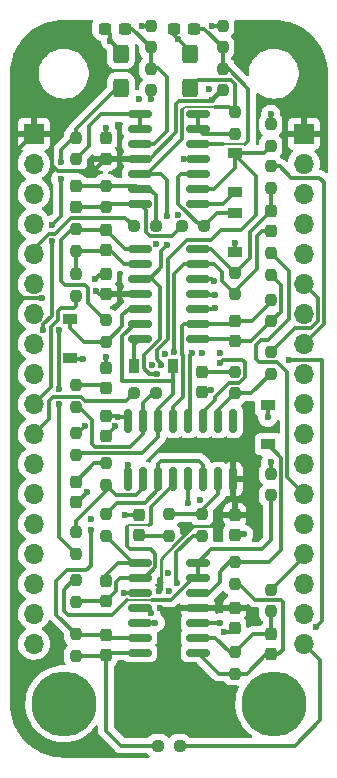
<source format=gbr>
%TF.GenerationSoftware,KiCad,Pcbnew,(6.0.9-0)*%
%TF.CreationDate,2024-11-07T12:29:55+01:00*%
%TF.ProjectId,vca-board,7663612d-626f-4617-9264-2e6b69636164,rev?*%
%TF.SameCoordinates,Original*%
%TF.FileFunction,Copper,L1,Top*%
%TF.FilePolarity,Positive*%
%FSLAX46Y46*%
G04 Gerber Fmt 4.6, Leading zero omitted, Abs format (unit mm)*
G04 Created by KiCad (PCBNEW (6.0.9-0)) date 2024-11-07 12:29:55*
%MOMM*%
%LPD*%
G01*
G04 APERTURE LIST*
G04 Aperture macros list*
%AMRoundRect*
0 Rectangle with rounded corners*
0 $1 Rounding radius*
0 $2 $3 $4 $5 $6 $7 $8 $9 X,Y pos of 4 corners*
0 Add a 4 corners polygon primitive as box body*
4,1,4,$2,$3,$4,$5,$6,$7,$8,$9,$2,$3,0*
0 Add four circle primitives for the rounded corners*
1,1,$1+$1,$2,$3*
1,1,$1+$1,$4,$5*
1,1,$1+$1,$6,$7*
1,1,$1+$1,$8,$9*
0 Add four rect primitives between the rounded corners*
20,1,$1+$1,$2,$3,$4,$5,0*
20,1,$1+$1,$4,$5,$6,$7,0*
20,1,$1+$1,$6,$7,$8,$9,0*
20,1,$1+$1,$8,$9,$2,$3,0*%
G04 Aperture macros list end*
%TA.AperFunction,SMDPad,CuDef*%
%ADD10R,1.200000X0.900000*%
%TD*%
%TA.AperFunction,SMDPad,CuDef*%
%ADD11RoundRect,0.237500X-0.237500X0.300000X-0.237500X-0.300000X0.237500X-0.300000X0.237500X0.300000X0*%
%TD*%
%TA.AperFunction,SMDPad,CuDef*%
%ADD12RoundRect,0.237500X-0.237500X0.250000X-0.237500X-0.250000X0.237500X-0.250000X0.237500X0.250000X0*%
%TD*%
%TA.AperFunction,SMDPad,CuDef*%
%ADD13RoundRect,0.237500X0.237500X-0.250000X0.237500X0.250000X-0.237500X0.250000X-0.237500X-0.250000X0*%
%TD*%
%TA.AperFunction,ComponentPad*%
%ADD14C,5.500000*%
%TD*%
%TA.AperFunction,SMDPad,CuDef*%
%ADD15RoundRect,0.237500X-0.250000X-0.237500X0.250000X-0.237500X0.250000X0.237500X-0.250000X0.237500X0*%
%TD*%
%TA.AperFunction,SMDPad,CuDef*%
%ADD16RoundRect,0.250000X0.425000X-0.537500X0.425000X0.537500X-0.425000X0.537500X-0.425000X-0.537500X0*%
%TD*%
%TA.AperFunction,SMDPad,CuDef*%
%ADD17RoundRect,0.150000X0.825000X0.150000X-0.825000X0.150000X-0.825000X-0.150000X0.825000X-0.150000X0*%
%TD*%
%TA.AperFunction,SMDPad,CuDef*%
%ADD18RoundRect,0.150000X-0.825000X-0.150000X0.825000X-0.150000X0.825000X0.150000X-0.825000X0.150000X0*%
%TD*%
%TA.AperFunction,SMDPad,CuDef*%
%ADD19RoundRect,0.237500X0.237500X-0.300000X0.237500X0.300000X-0.237500X0.300000X-0.237500X-0.300000X0*%
%TD*%
%TA.AperFunction,SMDPad,CuDef*%
%ADD20RoundRect,0.150000X-0.150000X0.825000X-0.150000X-0.825000X0.150000X-0.825000X0.150000X0.825000X0*%
%TD*%
%TA.AperFunction,SMDPad,CuDef*%
%ADD21R,0.900000X1.200000*%
%TD*%
%TA.AperFunction,SMDPad,CuDef*%
%ADD22RoundRect,0.237500X-0.300000X-0.237500X0.300000X-0.237500X0.300000X0.237500X-0.300000X0.237500X0*%
%TD*%
%TA.AperFunction,ComponentPad*%
%ADD23O,1.700000X1.700000*%
%TD*%
%TA.AperFunction,ComponentPad*%
%ADD24R,1.700000X1.700000*%
%TD*%
%TA.AperFunction,ViaPad*%
%ADD25C,0.600000*%
%TD*%
%TA.AperFunction,Conductor*%
%ADD26C,0.300000*%
%TD*%
%TA.AperFunction,Conductor*%
%ADD27C,0.200000*%
%TD*%
%TA.AperFunction,Conductor*%
%ADD28C,0.250000*%
%TD*%
G04 APERTURE END LIST*
D10*
%TO.P,D3,2,A*%
%TO.N,/+4.5V*%
X67818000Y-60808500D03*
%TO.P,D3,1,K*%
%TO.N,Net-(D3-Pad1)*%
X67818000Y-57508500D03*
%TD*%
D11*
%TO.P,C8,2*%
%TO.N,/VCA1 Exp/SSI1_Out_Sum_In*%
X70866000Y-59028500D03*
%TO.P,C8,1*%
%TO.N,Net-(C8-Pad1)*%
X70866000Y-57303500D03*
%TD*%
D12*
%TO.P,R36,2*%
%TO.N,/VCA2 Exp/VCA2 CV Processing/VCA2_CV_Biased*%
X54356000Y-77978000D03*
%TO.P,R36,1*%
%TO.N,/+4.5V*%
X54356000Y-76153000D03*
%TD*%
%TO.P,R26,2*%
%TO.N,/VCA1 Exp/VCA1 CV Processing/VCA1_CV_Biased*%
X70866000Y-51839500D03*
%TO.P,R26,1*%
%TO.N,/+4.5V*%
X70866000Y-50014500D03*
%TD*%
D13*
%TO.P,R34,2*%
%TO.N,Net-(C13-Pad2)*%
X54356000Y-58881000D03*
%TO.P,R34,1*%
%TO.N,Net-(C13-Pad1)*%
X54356000Y-60706000D03*
%TD*%
D14*
%TO.P,H3,1,1*%
%TO.N,/GND*%
X53340000Y-99060000D03*
%TD*%
D15*
%TO.P,R10,2*%
%TO.N,/VCA3_Out*%
X63142500Y-102616000D03*
%TO.P,R10,1*%
%TO.N,Net-(C4-Pad1)*%
X61317500Y-102616000D03*
%TD*%
D13*
%TO.P,R22,2*%
%TO.N,/+5.35V_Buf*%
X67818000Y-48975000D03*
%TO.P,R22,1*%
%TO.N,Net-(R22-Pad1)*%
X67818000Y-50800000D03*
%TD*%
D16*
%TO.P,C15,2*%
%TO.N,/GND*%
X64008000Y-44028500D03*
%TO.P,C15,1*%
%TO.N,/+5.35V_Buf*%
X64008000Y-46903500D03*
%TD*%
D11*
%TO.P,C10,2*%
%TO.N,/+9V*%
X56896000Y-52909000D03*
%TO.P,C10,1*%
%TO.N,/GND*%
X56896000Y-51184000D03*
%TD*%
D12*
%TO.P,R28,2*%
%TO.N,Net-(R27-Pad2)*%
X54356000Y-73914000D03*
%TO.P,R28,1*%
%TO.N,Net-(C11-Pad2)*%
X54356000Y-72089000D03*
%TD*%
D13*
%TO.P,R30,2*%
%TO.N,/VCA2_Out*%
X70866000Y-60936500D03*
%TO.P,R30,1*%
%TO.N,Net-(C12-Pad1)*%
X70866000Y-62761500D03*
%TD*%
D17*
%TO.P,U2,14*%
%TO.N,Net-(C4-Pad1)*%
X59755000Y-94742000D03*
%TO.P,U2,13,-*%
%TO.N,/VCA3 Lin/SSI4_Out_Sum_In*%
X59755000Y-93472000D03*
%TO.P,U2,12,+*%
%TO.N,/+4.5V*%
X59755000Y-92202000D03*
%TO.P,U2,11,V-*%
%TO.N,/GND*%
X59755000Y-90932000D03*
%TO.P,U2,10,+*%
%TO.N,/+4.5V*%
X59755000Y-89662000D03*
%TO.P,U2,9,-*%
%TO.N,/VCA3 Lin/Bias_Sum_In*%
X59755000Y-88392000D03*
%TO.P,U2,8*%
%TO.N,Net-(C2-Pad2)*%
X59755000Y-87122000D03*
%TO.P,U2,7*%
%TO.N,/VCA3 Lin/VCA3 CV Processing/VCA3_CV_Biased*%
X64705000Y-87122000D03*
%TO.P,U2,6,-*%
X64705000Y-88392000D03*
%TO.P,U2,5,+*%
%TO.N,Net-(D1-Pad1)*%
X64705000Y-89662000D03*
%TO.P,U2,4,V+*%
%TO.N,/+9V*%
X64705000Y-90932000D03*
%TO.P,U2,3,+*%
%TO.N,/+5.35V_Buf*%
X64705000Y-92202000D03*
%TO.P,U2,2,-*%
%TO.N,Net-(C5-Pad1)*%
X64705000Y-93472000D03*
%TO.P,U2,1*%
%TO.N,Net-(C5-Pad2)*%
X64705000Y-94742000D03*
%TD*%
D18*
%TO.P,U4,14*%
%TO.N,Net-(C8-Pad1)*%
X64705000Y-60555500D03*
%TO.P,U4,13,-*%
%TO.N,/VCA1 Exp/SSI1_Out_Sum_In*%
X64705000Y-61825500D03*
%TO.P,U4,12,+*%
%TO.N,/+4.5V*%
X64705000Y-63095500D03*
%TO.P,U4,11,V-*%
%TO.N,/GND*%
X64705000Y-64365500D03*
%TO.P,U4,10,+*%
%TO.N,/+4.5V*%
X64705000Y-65635500D03*
%TO.P,U4,9,-*%
%TO.N,/VCA2 Exp/SSI2_Out_Sum_In*%
X64705000Y-66905500D03*
%TO.P,U4,8*%
%TO.N,Net-(C12-Pad1)*%
X64705000Y-68175500D03*
%TO.P,U4,7*%
%TO.N,Net-(D6-Pad2)*%
X59755000Y-68175500D03*
%TO.P,U4,6,-*%
%TO.N,/VCA2 Exp/VCA2 CV Processing/VCA2_CV_Biased*%
X59755000Y-66905500D03*
%TO.P,U4,5,+*%
%TO.N,Net-(D5-Pad1)*%
X59755000Y-65635500D03*
%TO.P,U4,4,V+*%
%TO.N,/+9V*%
X59755000Y-64365500D03*
%TO.P,U4,3,+*%
%TO.N,/+5.35V_Buf*%
X59755000Y-63095500D03*
%TO.P,U4,2,-*%
%TO.N,Net-(C13-Pad1)*%
X59755000Y-61825500D03*
%TO.P,U4,1*%
%TO.N,Net-(C13-Pad2)*%
X59755000Y-60555500D03*
%TD*%
D11*
%TO.P,C9,2*%
%TO.N,Net-(C9-Pad2)*%
X54356000Y-56973000D03*
%TO.P,C9,1*%
%TO.N,Net-(C9-Pad1)*%
X54356000Y-55248000D03*
%TD*%
D12*
%TO.P,R13,2*%
%TO.N,/+5.35V*%
X66802000Y-43481000D03*
%TO.P,R13,1*%
%TO.N,/GND*%
X66802000Y-41656000D03*
%TD*%
D10*
%TO.P,D4,2,A*%
%TO.N,Net-(D4-Pad2)*%
X67818000Y-55728500D03*
%TO.P,D4,1,K*%
%TO.N,/VCA1 Exp/VCA1 CV Processing/VCA1_CV_Biased*%
X67818000Y-52428500D03*
%TD*%
D19*
%TO.P,C12,2*%
%TO.N,/VCA2 Exp/SSI2_Out_Sum_In*%
X67818000Y-66654500D03*
%TO.P,C12,1*%
%TO.N,Net-(C12-Pad1)*%
X67818000Y-68379500D03*
%TD*%
D13*
%TO.P,R3,2*%
%TO.N,Net-(R3-Pad2)*%
X54356000Y-84535000D03*
%TO.P,R3,1*%
%TO.N,/VCA3 Lin/+2V_Buf*%
X54356000Y-86360000D03*
%TD*%
D12*
%TO.P,R23,2*%
%TO.N,Net-(R23-Pad2)*%
X54356000Y-52982500D03*
%TO.P,R23,1*%
%TO.N,/VCA3 Lin/+2V_Buf*%
X54356000Y-51157500D03*
%TD*%
D19*
%TO.P,C2,2*%
%TO.N,Net-(C2-Pad2)*%
X56896000Y-88649000D03*
%TO.P,C2,1*%
%TO.N,/VCA3 Lin/Bias_Sum_In*%
X56896000Y-90374000D03*
%TD*%
D20*
%TO.P,U1,16,V+*%
%TO.N,/+9V*%
X67691000Y-80048500D03*
%TO.P,U1,15,Iin*%
%TO.N,Net-(R7-Pad2)*%
X66421000Y-80048500D03*
%TO.P,U1,14,Vc*%
%TO.N,/VCA3 Lin/SSI34_CTRL*%
X65151000Y-80048500D03*
%TO.P,U1,13,Iout*%
%TO.N,/VCA3 Lin/SSI4_Out_Sum_In*%
X63881000Y-80048500D03*
%TO.P,U1,12,Iout*%
%TO.N,/VCA3 Lin/Bias_Sum_In*%
X62611000Y-80048500D03*
%TO.P,U1,11,Vc*%
%TO.N,/VCA3 Lin/SSI34_CTRL*%
X61341000Y-80048500D03*
%TO.P,U1,10,Iin*%
%TO.N,Net-(R3-Pad2)*%
X60071000Y-80048500D03*
%TO.P,U1,9,V-*%
%TO.N,/GND*%
X58801000Y-80048500D03*
%TO.P,U1,8,GND*%
%TO.N,/+4.5V*%
X58801000Y-75098500D03*
%TO.P,U1,7,Iin*%
%TO.N,Net-(R27-Pad2)*%
X60071000Y-75098500D03*
%TO.P,U1,6,Vc*%
%TO.N,/VCA2 Exp/VCA2 CV Processing/VCA2_CV_Biased*%
X61341000Y-75098500D03*
%TO.P,U1,5,Iout*%
%TO.N,/VCA2 Exp/SSI2_Out_Sum_In*%
X62611000Y-75098500D03*
%TO.P,U1,4,Iout*%
%TO.N,/VCA1 Exp/SSI1_Out_Sum_In*%
X63881000Y-75098500D03*
%TO.P,U1,3,Vc*%
%TO.N,/VCA1 Exp/VCA1 CV Processing/VCA1_CV_Biased*%
X65151000Y-75098500D03*
%TO.P,U1,2,Iin*%
%TO.N,Net-(R17-Pad2)*%
X66421000Y-75098500D03*
%TO.P,U1,1,Mode*%
%TO.N,unconnected-(U1-Pad1)*%
X67691000Y-75098500D03*
%TD*%
D19*
%TO.P,C1,2*%
%TO.N,Net-(C1-Pad2)*%
X54356000Y-80267000D03*
%TO.P,C1,1*%
%TO.N,/+4.5V*%
X54356000Y-81992000D03*
%TD*%
D12*
%TO.P,R35,2*%
%TO.N,Net-(D5-Pad1)*%
X56896000Y-68429500D03*
%TO.P,R35,1*%
%TO.N,Net-(C13-Pad2)*%
X56896000Y-66604500D03*
%TD*%
D21*
%TO.P,D6,2,A*%
%TO.N,Net-(D6-Pad2)*%
X59310000Y-70461500D03*
%TO.P,D6,1,K*%
%TO.N,/VCA2 Exp/VCA2 CV Processing/VCA2_CV_Biased*%
X62610000Y-70461500D03*
%TD*%
D18*
%TO.P,U3,14*%
%TO.N,Net-(R22-Pad1)*%
X64705000Y-49125500D03*
%TO.P,U3,13,-*%
X64705000Y-50395500D03*
%TO.P,U3,12,+*%
%TO.N,/+5.35V*%
X64705000Y-51665500D03*
%TO.P,U3,11,V-*%
%TO.N,/GND*%
X64705000Y-52935500D03*
%TO.P,U3,10,+*%
%TO.N,Net-(D3-Pad1)*%
X64705000Y-54205500D03*
%TO.P,U3,9,-*%
%TO.N,/VCA1 Exp/VCA1 CV Processing/VCA1_CV_Biased*%
X64705000Y-55475500D03*
%TO.P,U3,8*%
%TO.N,Net-(D4-Pad2)*%
X64705000Y-56745500D03*
%TO.P,U3,7*%
%TO.N,Net-(C9-Pad2)*%
X59755000Y-56745500D03*
%TO.P,U3,6,-*%
%TO.N,Net-(C9-Pad1)*%
X59755000Y-55475500D03*
%TO.P,U3,5,+*%
%TO.N,/+5.35V_Buf*%
X59755000Y-54205500D03*
%TO.P,U3,4,V+*%
%TO.N,/+9V*%
X59755000Y-52935500D03*
%TO.P,U3,3,+*%
%TO.N,/VCA3 Lin/+2V*%
X59755000Y-51665500D03*
%TO.P,U3,2,-*%
%TO.N,Net-(R23-Pad2)*%
X59755000Y-50395500D03*
%TO.P,U3,1*%
X59755000Y-49125500D03*
%TD*%
D19*
%TO.P,C19,2*%
%TO.N,/+4.5V*%
X56896000Y-74679000D03*
%TO.P,C19,1*%
%TO.N,/GND*%
X56896000Y-76404000D03*
%TD*%
D10*
%TO.P,D5,2,A*%
%TO.N,/+4.5V*%
X53848000Y-69825500D03*
%TO.P,D5,1,K*%
%TO.N,Net-(D5-Pad1)*%
X53848000Y-66525500D03*
%TD*%
D19*
%TO.P,C7,2*%
%TO.N,Net-(C7-Pad2)*%
X65024000Y-70969500D03*
%TO.P,C7,1*%
%TO.N,/+4.5V*%
X65024000Y-72694500D03*
%TD*%
D13*
%TO.P,R19,2*%
%TO.N,Net-(C8-Pad1)*%
X67818000Y-62564000D03*
%TO.P,R19,1*%
%TO.N,/VCA1 Exp/SSI1_Out_Sum_In*%
X67818000Y-64389000D03*
%TD*%
D11*
%TO.P,C11,2*%
%TO.N,Net-(C11-Pad2)*%
X56896000Y-72340000D03*
%TO.P,C11,1*%
%TO.N,/+4.5V*%
X56896000Y-70615000D03*
%TD*%
D12*
%TO.P,R16,2*%
%TO.N,/VCA3 Lin/VCA3 CV Processing/VCA3_CV_Biased*%
X70866000Y-81430500D03*
%TO.P,R16,1*%
%TO.N,/+4.5V*%
X70866000Y-79605500D03*
%TD*%
%TO.P,R24,2*%
%TO.N,Net-(C9-Pad2)*%
X56896000Y-57023000D03*
%TO.P,R24,1*%
%TO.N,Net-(C9-Pad1)*%
X56896000Y-55198000D03*
%TD*%
D10*
%TO.P,D1,2,A*%
%TO.N,/+4.5V*%
X70612000Y-73788000D03*
%TO.P,D1,1,K*%
%TO.N,Net-(D1-Pad1)*%
X70612000Y-77088000D03*
%TD*%
D19*
%TO.P,C13,2*%
%TO.N,Net-(C13-Pad2)*%
X56896000Y-58931000D03*
%TO.P,C13,1*%
%TO.N,Net-(C13-Pad1)*%
X56896000Y-60656000D03*
%TD*%
D22*
%TO.P,C14,2*%
%TO.N,/+5.35V*%
X64362500Y-41910000D03*
%TO.P,C14,1*%
%TO.N,/GND*%
X62637500Y-41910000D03*
%TD*%
D19*
%TO.P,C18,2*%
%TO.N,/+9V*%
X67818000Y-83061000D03*
%TO.P,C18,1*%
%TO.N,/GND*%
X67818000Y-84786000D03*
%TD*%
D13*
%TO.P,R31,2*%
%TO.N,Net-(C13-Pad1)*%
X54356000Y-62691000D03*
%TO.P,R31,1*%
%TO.N,/VCA2_CV*%
X54356000Y-64516000D03*
%TD*%
D12*
%TO.P,R29,2*%
%TO.N,Net-(C12-Pad1)*%
X70866000Y-66698500D03*
%TO.P,R29,1*%
%TO.N,/VCA2 Exp/SSI2_Out_Sum_In*%
X70866000Y-64873500D03*
%TD*%
%TO.P,R12,2*%
%TO.N,/+9V*%
X66802000Y-47140500D03*
%TO.P,R12,1*%
%TO.N,/+5.35V*%
X66802000Y-45315500D03*
%TD*%
%TO.P,R2,2*%
%TO.N,/VCA3 Lin/+2V*%
X60706000Y-43481000D03*
%TO.P,R2,1*%
%TO.N,/GND*%
X60706000Y-41656000D03*
%TD*%
%TO.P,R4,2*%
%TO.N,Net-(R3-Pad2)*%
X56896000Y-80518000D03*
%TO.P,R4,1*%
%TO.N,Net-(C1-Pad2)*%
X56896000Y-78693000D03*
%TD*%
D13*
%TO.P,R7,2*%
%TO.N,Net-(R7-Pad2)*%
X65024000Y-83011000D03*
%TO.P,R7,1*%
%TO.N,/VCA3_In*%
X65024000Y-84836000D03*
%TD*%
D12*
%TO.P,R5,2*%
%TO.N,/VCA3 Lin/Bias_Sum_In*%
X54356000Y-90424000D03*
%TO.P,R5,1*%
%TO.N,/VCA3 Lin/VCA3 CV Processing/VCA3_CV_Biased*%
X54356000Y-88599000D03*
%TD*%
D22*
%TO.P,C16,2*%
%TO.N,/VCA3 Lin/+2V*%
X58520500Y-41910000D03*
%TO.P,C16,1*%
%TO.N,/GND*%
X56795500Y-41910000D03*
%TD*%
D12*
%TO.P,R9,2*%
%TO.N,Net-(C4-Pad1)*%
X54356000Y-94996000D03*
%TO.P,R9,1*%
%TO.N,/VCA3 Lin/SSI4_Out_Sum_In*%
X54356000Y-93171000D03*
%TD*%
D14*
%TO.P,H1,1,1*%
%TO.N,/GND*%
X71120000Y-99060000D03*
%TD*%
D11*
%TO.P,C5,2*%
%TO.N,Net-(C5-Pad2)*%
X70866000Y-94892500D03*
%TO.P,C5,1*%
%TO.N,Net-(C5-Pad1)*%
X70866000Y-93167500D03*
%TD*%
D12*
%TO.P,R1,2*%
%TO.N,/+4.5V*%
X60706000Y-47140500D03*
%TO.P,R1,1*%
%TO.N,/VCA3 Lin/+2V*%
X60706000Y-45315500D03*
%TD*%
%TO.P,R17,2*%
%TO.N,Net-(R17-Pad2)*%
X70866000Y-71120000D03*
%TO.P,R17,1*%
%TO.N,/VCA1_In*%
X70866000Y-69295000D03*
%TD*%
D13*
%TO.P,R20,2*%
%TO.N,/VCA1_Out*%
X70866000Y-53570500D03*
%TO.P,R20,1*%
%TO.N,Net-(C8-Pad1)*%
X70866000Y-55395500D03*
%TD*%
D11*
%TO.P,C20,2*%
%TO.N,/+9V*%
X56896000Y-64365500D03*
%TO.P,C20,1*%
%TO.N,/GND*%
X56896000Y-62640500D03*
%TD*%
D13*
%TO.P,R8,2*%
%TO.N,Net-(R7-Pad2)*%
X62230000Y-83011000D03*
%TO.P,R8,1*%
%TO.N,Net-(C3-Pad2)*%
X62230000Y-84836000D03*
%TD*%
D12*
%TO.P,R14,2*%
%TO.N,Net-(C5-Pad2)*%
X67818000Y-96520000D03*
%TO.P,R14,1*%
%TO.N,Net-(C5-Pad1)*%
X67818000Y-94695000D03*
%TD*%
D15*
%TO.P,R25,2*%
%TO.N,Net-(D3-Pad1)*%
X65174500Y-58650500D03*
%TO.P,R25,1*%
%TO.N,Net-(C9-Pad2)*%
X63349500Y-58650500D03*
%TD*%
D19*
%TO.P,C6,2*%
%TO.N,/+9V*%
X67818000Y-90958500D03*
%TO.P,C6,1*%
%TO.N,/GND*%
X67818000Y-92683500D03*
%TD*%
D15*
%TO.P,R21,2*%
%TO.N,Net-(C9-Pad1)*%
X61110500Y-58650500D03*
%TO.P,R21,1*%
%TO.N,/VCA1_CV*%
X59285500Y-58650500D03*
%TD*%
D13*
%TO.P,R6,2*%
%TO.N,/VCA3 Lin/SSI34_CTRL*%
X56896000Y-83011000D03*
%TO.P,R6,1*%
%TO.N,Net-(C2-Pad2)*%
X56896000Y-84836000D03*
%TD*%
D12*
%TO.P,R18,2*%
%TO.N,Net-(R17-Pad2)*%
X67818000Y-72771000D03*
%TO.P,R18,1*%
%TO.N,Net-(C7-Pad2)*%
X67818000Y-70946000D03*
%TD*%
D11*
%TO.P,C3,2*%
%TO.N,Net-(C3-Pad2)*%
X59690000Y-84786000D03*
%TO.P,C3,1*%
%TO.N,/+4.5V*%
X59690000Y-83061000D03*
%TD*%
D12*
%TO.P,R11,2*%
%TO.N,Net-(C5-Pad1)*%
X70866000Y-91233000D03*
%TO.P,R11,1*%
%TO.N,/VCA3_CV*%
X70866000Y-89408000D03*
%TD*%
D13*
%TO.P,R15,2*%
%TO.N,Net-(D1-Pad1)*%
X67818000Y-87075000D03*
%TO.P,R15,1*%
%TO.N,Net-(C5-Pad2)*%
X67818000Y-88900000D03*
%TD*%
D16*
%TO.P,C17,2*%
%TO.N,/GND*%
X58166000Y-44028500D03*
%TO.P,C17,1*%
%TO.N,/VCA3 Lin/+2V_Buf*%
X58166000Y-46903500D03*
%TD*%
D15*
%TO.P,R27,2*%
%TO.N,Net-(R27-Pad2)*%
X61110500Y-72747500D03*
%TO.P,R27,1*%
%TO.N,/VCA2_In*%
X59285500Y-72747500D03*
%TD*%
D19*
%TO.P,C4,2*%
%TO.N,/VCA3 Lin/SSI4_Out_Sum_In*%
X56896000Y-93221000D03*
%TO.P,C4,1*%
%TO.N,Net-(C4-Pad1)*%
X56896000Y-94946000D03*
%TD*%
D23*
%TO.P,J2,18,Pin_18*%
%TO.N,/VCA3_Out*%
X73660000Y-93980000D03*
%TO.P,J2,17,Pin_17*%
%TO.N,/GND*%
X73660000Y-91440000D03*
%TO.P,J2,16,Pin_16*%
%TO.N,/VCA3_In*%
X73660000Y-88900000D03*
%TO.P,J2,15,Pin_15*%
%TO.N,/VCA3_CV*%
X73660000Y-86360000D03*
%TO.P,J2,14,Pin_14*%
%TO.N,/GND*%
X73660000Y-83820000D03*
%TO.P,J2,13,Pin_13*%
%TO.N,/VCA2_Out*%
X73660000Y-81280000D03*
%TO.P,J2,12,Pin_12*%
%TO.N,/GND*%
X73660000Y-78740000D03*
%TO.P,J2,11,Pin_11*%
%TO.N,/VCA2_In*%
X73660000Y-76200000D03*
%TO.P,J2,10,Pin_10*%
%TO.N,/VCA2_CV*%
X73660000Y-73660000D03*
%TO.P,J2,9,Pin_9*%
%TO.N,/GND*%
X73660000Y-71120000D03*
%TO.P,J2,8,Pin_8*%
%TO.N,/VCA1_Out*%
X73660000Y-68580000D03*
%TO.P,J2,7,Pin_7*%
%TO.N,/GND*%
X73660000Y-66040000D03*
%TO.P,J2,6,Pin_6*%
%TO.N,/VCA1_In*%
X73660000Y-63500000D03*
%TO.P,J2,5,Pin_5*%
%TO.N,/VCA1_CV*%
X73660000Y-60960000D03*
%TO.P,J2,4,Pin_4*%
%TO.N,/GND*%
X73660000Y-58420000D03*
%TO.P,J2,3,Pin_3*%
%TO.N,/+4.5V*%
X73660000Y-55880000D03*
%TO.P,J2,2,Pin_2*%
%TO.N,/GND*%
X73660000Y-53340000D03*
D24*
%TO.P,J2,1,Pin_1*%
%TO.N,/+9V*%
X73660000Y-50800000D03*
%TD*%
D23*
%TO.P,J1,18,Pin_18*%
%TO.N,/VCA3_Out*%
X50800000Y-93980000D03*
%TO.P,J1,17,Pin_17*%
%TO.N,/GND*%
X50800000Y-91440000D03*
%TO.P,J1,16,Pin_16*%
%TO.N,/VCA3_In*%
X50800000Y-88900000D03*
%TO.P,J1,15,Pin_15*%
%TO.N,/VCA3_CV*%
X50800000Y-86360000D03*
%TO.P,J1,14,Pin_14*%
%TO.N,/GND*%
X50800000Y-83820000D03*
%TO.P,J1,13,Pin_13*%
%TO.N,/VCA2_Out*%
X50800000Y-81280000D03*
%TO.P,J1,12,Pin_12*%
%TO.N,/GND*%
X50800000Y-78740000D03*
%TO.P,J1,11,Pin_11*%
%TO.N,/VCA2_In*%
X50800000Y-76200000D03*
%TO.P,J1,10,Pin_10*%
%TO.N,/VCA2_CV*%
X50800000Y-73660000D03*
%TO.P,J1,9,Pin_9*%
%TO.N,/GND*%
X50800000Y-71120000D03*
%TO.P,J1,8,Pin_8*%
%TO.N,/VCA1_Out*%
X50800000Y-68580000D03*
%TO.P,J1,7,Pin_7*%
%TO.N,/GND*%
X50800000Y-66040000D03*
%TO.P,J1,6,Pin_6*%
%TO.N,/VCA1_In*%
X50800000Y-63500000D03*
%TO.P,J1,5,Pin_5*%
%TO.N,/VCA1_CV*%
X50800000Y-60960000D03*
%TO.P,J1,4,Pin_4*%
%TO.N,/GND*%
X50800000Y-58420000D03*
%TO.P,J1,3,Pin_3*%
%TO.N,/+4.5V*%
X50800000Y-55880000D03*
%TO.P,J1,2,Pin_2*%
%TO.N,/GND*%
X50800000Y-53340000D03*
D24*
%TO.P,J1,1,Pin_1*%
%TO.N,/+9V*%
X50800000Y-50800000D03*
%TD*%
D25*
%TO.N,/+4.5V*%
X58547000Y-83058000D03*
X57960283Y-74803729D03*
X60706000Y-47879000D03*
X56896000Y-69723000D03*
X66167000Y-65532000D03*
X54991000Y-69850000D03*
X61087000Y-92202000D03*
X58413485Y-89647821D03*
X70866000Y-78613000D03*
X65786000Y-72517000D03*
X55340103Y-81153000D03*
X70612000Y-74803000D03*
X67818000Y-60071000D03*
X70866000Y-49149000D03*
X55103500Y-75550500D03*
X66040000Y-63281500D03*
%TO.N,/VCA3 Lin/SSI4_Out_Sum_In*%
X63881000Y-82042000D03*
X55626000Y-84328000D03*
%TO.N,/GND*%
X66929000Y-92964000D03*
X61893942Y-69438753D03*
X60788115Y-70396243D03*
X55626000Y-83439000D03*
X64897000Y-81788000D03*
X59694000Y-47879000D03*
X65659000Y-46990000D03*
X60710974Y-91415842D03*
X66542386Y-69333872D03*
X65024000Y-69342000D03*
X56896000Y-50292000D03*
X57277000Y-42926000D03*
X63500000Y-52959000D03*
X62992000Y-42799000D03*
X66167000Y-64480500D03*
X68580000Y-84709000D03*
X62207009Y-89559352D03*
X58801000Y-78867000D03*
X62983586Y-57658000D03*
X57674734Y-75550500D03*
X61165808Y-60125000D03*
X56007000Y-63119000D03*
X62186500Y-88011000D03*
X65913000Y-41656000D03*
X59944000Y-41656000D03*
%TO.N,/+9V*%
X51492000Y-64700000D03*
X61482500Y-90946500D03*
X56071500Y-64135000D03*
X61722000Y-77597000D03*
X49403000Y-77597000D03*
X61407569Y-89549500D03*
X65861050Y-47914500D03*
X72898000Y-48006000D03*
%TO.N,/VCA1 Exp/SSI1_Out_Sum_In*%
X62675500Y-69244241D03*
X64199500Y-69342000D03*
%TO.N,/+5.35V_Buf*%
X61221387Y-71105500D03*
X62103000Y-57785000D03*
X72390000Y-69977000D03*
X62103000Y-60198000D03*
X66548000Y-92202000D03*
X74676000Y-92583000D03*
%TO.N,/VCA3 Lin/+2V_Buf*%
X51582500Y-67437000D03*
X52346000Y-59923089D03*
X52324000Y-58505822D03*
X53086000Y-53213000D03*
X52959000Y-72427000D03*
X52959000Y-67437000D03*
X52959000Y-73726000D03*
X53086000Y-54624500D03*
%TO.N,/VCA1 Exp/VCA1 CV Processing/VCA1_CV_Biased*%
X61595000Y-70358000D03*
X66548000Y-70246500D03*
%TO.N,/VCA3_In*%
X62929180Y-88837180D03*
%TD*%
D26*
%TO.N,/VCA3 Lin/VCA3 CV Processing/VCA3_CV_Biased*%
X64705000Y-87122000D02*
X65827000Y-86000000D01*
X65827000Y-86000000D02*
X70100000Y-86000000D01*
X70100000Y-86000000D02*
X70866000Y-85234000D01*
X70866000Y-85234000D02*
X70866000Y-81430500D01*
%TO.N,Net-(D1-Pad1)*%
X67818000Y-87075000D02*
X70725000Y-87075000D01*
X70725000Y-87075000D02*
X71755000Y-86045000D01*
X71755000Y-86045000D02*
X71755000Y-78231000D01*
X71755000Y-78231000D02*
X70612000Y-77088000D01*
%TO.N,/VCA3 Lin/VCA3 CV Processing/VCA3_CV_Biased*%
X64705000Y-88392000D02*
X64705000Y-87122000D01*
%TO.N,/+4.5V*%
X54991000Y-69850000D02*
X53872500Y-69850000D01*
X57835554Y-74679000D02*
X56896000Y-74679000D01*
X59687000Y-83058000D02*
X59690000Y-83061000D01*
X70612000Y-73788000D02*
X70612000Y-74803000D01*
X59755000Y-92202000D02*
X61087000Y-92202000D01*
X66063500Y-65635500D02*
X64705000Y-65635500D01*
X65854000Y-63095500D02*
X64705000Y-63095500D01*
X70866000Y-50014500D02*
X70866000Y-49149000D01*
X54356000Y-76153000D02*
X54501000Y-76153000D01*
X67818000Y-60808500D02*
X67818000Y-60071000D01*
X66040000Y-63281500D02*
X65854000Y-63095500D01*
X60706000Y-47140500D02*
X60706000Y-47879000D01*
X58547000Y-83058000D02*
X59687000Y-83058000D01*
X56896000Y-70615000D02*
X56896000Y-69723000D01*
X66167000Y-65532000D02*
X66063500Y-65635500D01*
X70866000Y-79605500D02*
X70866000Y-78613000D01*
X58506229Y-74803729D02*
X58801000Y-75098500D01*
X54501103Y-81992000D02*
X54356000Y-81992000D01*
X54501000Y-76153000D02*
X55103500Y-75550500D01*
X55340103Y-81153000D02*
X54501103Y-81992000D01*
X53872500Y-69850000D02*
X53848000Y-69825500D01*
X58413485Y-89647821D02*
X59740821Y-89647821D01*
X65786000Y-72517000D02*
X65201500Y-72517000D01*
X65201500Y-72517000D02*
X65024000Y-72694500D01*
X57960283Y-74803729D02*
X58506229Y-74803729D01*
X59740821Y-89647821D02*
X59755000Y-89662000D01*
X57960283Y-74803729D02*
X57835554Y-74679000D01*
%TO.N,Net-(C1-Pad2)*%
X56896000Y-78693000D02*
X55930000Y-78693000D01*
X55930000Y-78693000D02*
X54356000Y-80267000D01*
%TO.N,/VCA3 Lin/Bias_Sum_In*%
X58928000Y-85979000D02*
X58674000Y-85725000D01*
X58674000Y-85725000D02*
X58674000Y-84074000D01*
X56896000Y-90374000D02*
X57721000Y-89549000D01*
X57721000Y-89549000D02*
X57721000Y-88773000D01*
X60198000Y-88392000D02*
X61087000Y-87503000D01*
X62611000Y-80518000D02*
X62611000Y-80048500D01*
X60706000Y-85979000D02*
X58928000Y-85979000D01*
X58102000Y-88392000D02*
X59755000Y-88392000D01*
D27*
X58801000Y-83947000D02*
X60579000Y-83947000D01*
D26*
X61087000Y-86360000D02*
X60706000Y-85979000D01*
X60706000Y-83820000D02*
X60706000Y-82423000D01*
D27*
X58674000Y-84074000D02*
X58801000Y-83947000D01*
D26*
X60706000Y-82423000D02*
X62611000Y-80518000D01*
X54406000Y-90374000D02*
X54356000Y-90424000D01*
X59755000Y-88392000D02*
X60198000Y-88392000D01*
X57721000Y-88773000D02*
X58102000Y-88392000D01*
X61087000Y-87503000D02*
X61087000Y-86360000D01*
X56896000Y-90374000D02*
X54406000Y-90374000D01*
X60579000Y-83947000D02*
X60706000Y-83820000D01*
%TO.N,Net-(C2-Pad2)*%
X59182000Y-87122000D02*
X56896000Y-84836000D01*
X57912000Y-87122000D02*
X59755000Y-87122000D01*
X56896000Y-88649000D02*
X56896000Y-88138000D01*
X56896000Y-88138000D02*
X57912000Y-87122000D01*
X59755000Y-87122000D02*
X59182000Y-87122000D01*
%TO.N,Net-(C3-Pad2)*%
X62230000Y-84836000D02*
X59740000Y-84836000D01*
X59740000Y-84836000D02*
X59690000Y-84786000D01*
%TO.N,Net-(C4-Pad1)*%
X56846000Y-94996000D02*
X56896000Y-94946000D01*
X56896000Y-101346000D02*
X58166000Y-102616000D01*
X58166000Y-102616000D02*
X61317500Y-102616000D01*
X54356000Y-94996000D02*
X56846000Y-94996000D01*
X57100000Y-94742000D02*
X56896000Y-94946000D01*
X59755000Y-94742000D02*
X57100000Y-94742000D01*
X56896000Y-94946000D02*
X56896000Y-101346000D01*
%TO.N,/VCA3 Lin/SSI4_Out_Sum_In*%
X56896000Y-93221000D02*
X54406000Y-93221000D01*
X52705000Y-88646000D02*
X52705000Y-91520000D01*
X63881000Y-82042000D02*
X63881000Y-80048500D01*
X54406000Y-93221000D02*
X54356000Y-93171000D01*
X52705000Y-91520000D02*
X54356000Y-93171000D01*
X53589500Y-87761500D02*
X52705000Y-88646000D01*
X55626000Y-84328000D02*
X55626000Y-87376000D01*
X55240500Y-87761500D02*
X53589500Y-87761500D01*
X59755000Y-93472000D02*
X57147000Y-93472000D01*
X57147000Y-93472000D02*
X56896000Y-93221000D01*
X55626000Y-87376000D02*
X55240500Y-87761500D01*
%TO.N,Net-(C5-Pad1)*%
X69345500Y-93167500D02*
X67818000Y-94695000D01*
X67390000Y-94695000D02*
X66167000Y-93472000D01*
X70866000Y-93167500D02*
X69345500Y-93167500D01*
X70866000Y-91233000D02*
X70866000Y-93167500D01*
X67818000Y-94695000D02*
X67390000Y-94695000D01*
X66167000Y-93472000D02*
X64705000Y-93472000D01*
%TO.N,Net-(C5-Pad2)*%
X67818000Y-96520000D02*
X66483000Y-96520000D01*
X68199000Y-88900000D02*
X67818000Y-88900000D01*
X70438000Y-94892500D02*
X70866000Y-94892500D01*
X71703500Y-90245500D02*
X69544500Y-90245500D01*
X71882000Y-90424000D02*
X71703500Y-90245500D01*
X71882000Y-94488000D02*
X71882000Y-90424000D01*
X68810500Y-96520000D02*
X70438000Y-94892500D01*
X67818000Y-96520000D02*
X68810500Y-96520000D01*
X66483000Y-96520000D02*
X64705000Y-94742000D01*
X70866000Y-94892500D02*
X71477500Y-94892500D01*
X69544500Y-90245500D02*
X68199000Y-88900000D01*
X71477500Y-94892500D02*
X71882000Y-94488000D01*
%TO.N,/GND*%
X60706000Y-41656000D02*
X59944000Y-41656000D01*
X63523500Y-52935500D02*
X63500000Y-52959000D01*
X64820000Y-64480500D02*
X64705000Y-64365500D01*
X66167000Y-64480500D02*
X64820000Y-64480500D01*
X57277000Y-42391500D02*
X56795500Y-41910000D01*
X64705000Y-52935500D02*
X63523500Y-52935500D01*
X62637500Y-42444500D02*
X62992000Y-42799000D01*
X57277000Y-42926000D02*
X57277000Y-42391500D01*
D28*
X60710974Y-91415842D02*
X60227132Y-90932000D01*
D26*
X65913000Y-41656000D02*
X66802000Y-41656000D01*
X56007000Y-63119000D02*
X56485500Y-62640500D01*
D28*
X57674734Y-75550500D02*
X56896000Y-76329234D01*
D26*
X58801000Y-80048500D02*
X58801000Y-78867000D01*
D28*
X67818000Y-84786000D02*
X68503000Y-84786000D01*
D26*
X56896000Y-50292000D02*
X56896000Y-51184000D01*
X64008000Y-44028500D02*
X64008000Y-43815000D01*
D28*
X68503000Y-84786000D02*
X68580000Y-84709000D01*
D26*
X66929000Y-92964000D02*
X67537500Y-92964000D01*
X64008000Y-43815000D02*
X62992000Y-42799000D01*
X58166000Y-43815000D02*
X57277000Y-42926000D01*
D28*
X60227132Y-90932000D02*
X59755000Y-90932000D01*
D26*
X62637500Y-41910000D02*
X62637500Y-42444500D01*
X58166000Y-44028500D02*
X58166000Y-43815000D01*
X56485500Y-62640500D02*
X56896000Y-62640500D01*
D28*
X56896000Y-76329234D02*
X56896000Y-76404000D01*
D26*
X67537500Y-92964000D02*
X67818000Y-92683500D01*
D28*
%TO.N,/+9V*%
X61562000Y-89395069D02*
X61562000Y-86774000D01*
X63030000Y-85306000D02*
X64312500Y-84023500D01*
X66672000Y-83061000D02*
X67818000Y-83061000D01*
D26*
X52324000Y-50800000D02*
X50800000Y-50800000D01*
D28*
X61482500Y-90946500D02*
X61497000Y-90932000D01*
D26*
X62865000Y-50673000D02*
X60602500Y-52935500D01*
D28*
X62687500Y-85648500D02*
X62700495Y-85648500D01*
X61407569Y-89549500D02*
X61562000Y-89395069D01*
D26*
X49460000Y-64700000D02*
X49149000Y-64389000D01*
X52832000Y-53975000D02*
X52324000Y-53467000D01*
X65861050Y-47914500D02*
X66635050Y-47140500D01*
D28*
X61562000Y-86774000D02*
X62687500Y-85648500D01*
X61497000Y-90932000D02*
X64705000Y-90932000D01*
D26*
X56071500Y-64135000D02*
X56302000Y-64365500D01*
X63084000Y-48041000D02*
X62865000Y-48260000D01*
D28*
X65709500Y-84023500D02*
X66672000Y-83061000D01*
D26*
X55830000Y-53975000D02*
X52832000Y-53975000D01*
X66802000Y-47140500D02*
X65901500Y-48041000D01*
X59755000Y-64365500D02*
X56896000Y-64365500D01*
X56896000Y-52909000D02*
X55830000Y-53975000D01*
X49149000Y-64389000D02*
X49149000Y-52451000D01*
D28*
X64312500Y-84023500D02*
X65709500Y-84023500D01*
D26*
X51492000Y-64700000D02*
X49460000Y-64700000D01*
D28*
X63030000Y-85318995D02*
X63030000Y-85306000D01*
D26*
X66635050Y-47140500D02*
X66802000Y-47140500D01*
X62865000Y-48260000D02*
X62865000Y-50673000D01*
X52324000Y-53467000D02*
X52324000Y-50800000D01*
X49149000Y-52451000D02*
X50800000Y-50800000D01*
X56302000Y-64365500D02*
X56896000Y-64365500D01*
D28*
X62700495Y-85648500D02*
X63030000Y-85318995D01*
D26*
X60602500Y-52935500D02*
X59755000Y-52935500D01*
X65901500Y-48041000D02*
X63084000Y-48041000D01*
%TO.N,Net-(C7-Pad2)*%
X67818000Y-70946000D02*
X65047500Y-70946000D01*
X65047500Y-70946000D02*
X65024000Y-70969500D01*
%TO.N,Net-(C8-Pad1)*%
X67818000Y-62564000D02*
X69088000Y-61294000D01*
X64705000Y-60555500D02*
X65809500Y-60555500D01*
X70866000Y-57303500D02*
X70866000Y-55395500D01*
X69088000Y-61294000D02*
X69088000Y-59081500D01*
X65809500Y-60555500D02*
X67818000Y-62564000D01*
X69088000Y-59081500D02*
X70866000Y-57303500D01*
%TO.N,/VCA1 Exp/SSI1_Out_Sum_In*%
X66716500Y-63287500D02*
X66716500Y-62525500D01*
X67818000Y-64389000D02*
X67818000Y-64135000D01*
X64199500Y-69342000D02*
X64000000Y-69541500D01*
X70130500Y-59028500D02*
X70866000Y-59028500D01*
X62675500Y-62673500D02*
X63523500Y-61825500D01*
X64000000Y-74979500D02*
X63881000Y-75098500D01*
X67818000Y-64135000D02*
X69723000Y-62230000D01*
X69723000Y-59436000D02*
X70130500Y-59028500D01*
X67818000Y-64389000D02*
X66716500Y-63287500D01*
X69723000Y-62230000D02*
X69723000Y-59436000D01*
X66016500Y-61825500D02*
X64705000Y-61825500D01*
X66716500Y-62525500D02*
X66016500Y-61825500D01*
X63523500Y-61825500D02*
X64705000Y-61825500D01*
X62675500Y-69244241D02*
X62675500Y-62673500D01*
X64000000Y-69541500D02*
X64000000Y-74979500D01*
%TO.N,Net-(C9-Pad1)*%
X54356000Y-55248000D02*
X56846000Y-55248000D01*
X61110500Y-56030500D02*
X60555500Y-55475500D01*
X61110500Y-58650500D02*
X61110500Y-56030500D01*
X56846000Y-55248000D02*
X56896000Y-55198000D01*
X59477500Y-55198000D02*
X59755000Y-55475500D01*
X56896000Y-55198000D02*
X59477500Y-55198000D01*
X60555500Y-55475500D02*
X59755000Y-55475500D01*
%TO.N,Net-(C9-Pad2)*%
X59755000Y-56745500D02*
X60273000Y-57263500D01*
X60273000Y-59131350D02*
X60617150Y-59475500D01*
X56896000Y-57023000D02*
X54406000Y-57023000D01*
X60273000Y-57263500D02*
X60273000Y-59131350D01*
X59755000Y-56745500D02*
X57173500Y-56745500D01*
X62524500Y-59475500D02*
X63349500Y-58650500D01*
X57173500Y-56745500D02*
X56896000Y-57023000D01*
X60617150Y-59475500D02*
X62524500Y-59475500D01*
X54406000Y-57023000D02*
X54356000Y-56973000D01*
%TO.N,Net-(C11-Pad2)*%
X54356000Y-72089000D02*
X56645000Y-72089000D01*
X56645000Y-72089000D02*
X56896000Y-72340000D01*
%TO.N,Net-(C12-Pad1)*%
X67818000Y-68379500D02*
X69185000Y-68379500D01*
X71691000Y-65873500D02*
X70866000Y-66698500D01*
X67614000Y-68175500D02*
X67818000Y-68379500D01*
X69185000Y-68379500D02*
X70866000Y-66698500D01*
X71691000Y-63586500D02*
X71691000Y-65873500D01*
X70866000Y-62761500D02*
X71691000Y-63586500D01*
X64705000Y-68175500D02*
X67614000Y-68175500D01*
%TO.N,/VCA2 Exp/SSI2_Out_Sum_In*%
X62611000Y-75098500D02*
X62611000Y-73914000D01*
X63523500Y-66905500D02*
X64705000Y-66905500D01*
X69235500Y-66654500D02*
X67818000Y-66654500D01*
X70866000Y-64873500D02*
X70866000Y-65024000D01*
X62611000Y-73914000D02*
X63410000Y-73115000D01*
X67567000Y-66905500D02*
X67818000Y-66654500D01*
X63410000Y-73115000D02*
X63410000Y-69541500D01*
X64705000Y-66905500D02*
X67567000Y-66905500D01*
X70866000Y-65024000D02*
X69235500Y-66654500D01*
X63380000Y-67049000D02*
X63523500Y-66905500D01*
X63410000Y-69541500D02*
X63380000Y-69511500D01*
X63380000Y-69511500D02*
X63380000Y-67049000D01*
%TO.N,Net-(C13-Pad1)*%
X57227000Y-60656000D02*
X58396500Y-61825500D01*
X56896000Y-60656000D02*
X57227000Y-60656000D01*
X54356000Y-60706000D02*
X56846000Y-60706000D01*
X58396500Y-61825500D02*
X59755000Y-61825500D01*
X56846000Y-60706000D02*
X56896000Y-60656000D01*
X54356000Y-62691000D02*
X54356000Y-60706000D01*
%TO.N,Net-(C13-Pad2)*%
X55118000Y-63627000D02*
X55372000Y-63881000D01*
X54406000Y-58931000D02*
X54356000Y-58881000D01*
X59755000Y-60555500D02*
X58520500Y-60555500D01*
X53467000Y-63627000D02*
X55118000Y-63627000D01*
X53086000Y-59817000D02*
X53086000Y-63246000D01*
X56896000Y-58931000D02*
X54406000Y-58931000D01*
X56825500Y-66604500D02*
X56896000Y-66604500D01*
X54356000Y-58881000D02*
X54022000Y-58881000D01*
X55372000Y-63881000D02*
X55372000Y-65151000D01*
X53086000Y-63246000D02*
X53467000Y-63627000D01*
X55372000Y-65151000D02*
X56825500Y-66604500D01*
X54022000Y-58881000D02*
X53086000Y-59817000D01*
X58520500Y-60555500D02*
X56896000Y-58931000D01*
%TO.N,/+5.35V*%
X68961000Y-51435000D02*
X68961000Y-46990000D01*
X67286500Y-45315500D02*
X66802000Y-45315500D01*
X64705000Y-51665500D02*
X66778500Y-51665500D01*
X64362500Y-41910000D02*
X65231000Y-41910000D01*
X65231000Y-41910000D02*
X66802000Y-43481000D01*
X66778500Y-51665500D02*
X66802000Y-51689000D01*
D27*
X66812500Y-51678500D02*
X68717500Y-51678500D01*
D26*
X68717500Y-51678500D02*
X68961000Y-51435000D01*
D27*
X66802000Y-51689000D02*
X66812500Y-51678500D01*
D26*
X68961000Y-46990000D02*
X67286500Y-45315500D01*
X66802000Y-43481000D02*
X66802000Y-45315500D01*
%TO.N,/+5.35V_Buf*%
X67491894Y-46228000D02*
X64683500Y-46228000D01*
X60602500Y-63095500D02*
X59755000Y-63095500D01*
X62103000Y-60198000D02*
X62103000Y-60208663D01*
X63373000Y-48768000D02*
X63373000Y-51253106D01*
X72390000Y-69977000D02*
X72447000Y-69920000D01*
X61595000Y-60716663D02*
X61595000Y-62103000D01*
X61221387Y-71105500D02*
X60578133Y-71105500D01*
X66548000Y-92202000D02*
X64705000Y-92202000D01*
X62103000Y-54737000D02*
X61571500Y-54205500D01*
D27*
X63373000Y-48768000D02*
X63627000Y-48514000D01*
D26*
X75184000Y-69977000D02*
X75184000Y-92075000D01*
X75127000Y-69920000D02*
X75184000Y-69977000D01*
X72447000Y-69920000D02*
X75127000Y-69920000D01*
X67818000Y-48975000D02*
X67818000Y-46554106D01*
X61595000Y-62103000D02*
X60602500Y-63095500D01*
X60809500Y-63095500D02*
X59755000Y-63095500D01*
X67357000Y-48514000D02*
X67818000Y-48975000D01*
X60578133Y-71105500D02*
X60110000Y-70637367D01*
D27*
X63627000Y-48514000D02*
X66167000Y-48514000D01*
D26*
X62103000Y-60208663D02*
X61595000Y-60716663D01*
X64683500Y-46228000D02*
X64008000Y-46903500D01*
X61468000Y-63754000D02*
X60809500Y-63095500D01*
X61571500Y-54205500D02*
X59755000Y-54205500D01*
X75184000Y-92075000D02*
X74676000Y-92583000D01*
X60110000Y-70637367D02*
X60110000Y-69525951D01*
X60110000Y-69525951D02*
X61468000Y-68167951D01*
X62103000Y-57785000D02*
X62103000Y-54737000D01*
X61468000Y-68167951D02*
X61468000Y-63754000D01*
X66167000Y-48514000D02*
X67357000Y-48514000D01*
X67818000Y-46554106D02*
X67491894Y-46228000D01*
X63373000Y-51253106D02*
X60420606Y-54205500D01*
X60420606Y-54205500D02*
X59755000Y-54205500D01*
%TO.N,/VCA3 Lin/+2V*%
X62103000Y-45974000D02*
X61341000Y-45212000D01*
X59755000Y-51665500D02*
X60983500Y-51665500D01*
X60809500Y-45212000D02*
X60706000Y-45315500D01*
X60706000Y-45315500D02*
X60706000Y-43481000D01*
X60983500Y-51665500D02*
X62103000Y-50546000D01*
X58520500Y-41910000D02*
X59135000Y-41910000D01*
X59135000Y-41910000D02*
X60706000Y-43481000D01*
X62103000Y-50546000D02*
X62103000Y-45974000D01*
X61341000Y-45212000D02*
X60809500Y-45212000D01*
%TO.N,/VCA3 Lin/+2V_Buf*%
X52959000Y-73726000D02*
X52959000Y-84963000D01*
X53086000Y-53213000D02*
X53086000Y-52197000D01*
X51582500Y-67437000D02*
X51582500Y-66954557D01*
X52898000Y-72366000D02*
X52898000Y-67498000D01*
X53086000Y-57743822D02*
X52324000Y-58505822D01*
X52959000Y-72427000D02*
X52898000Y-72366000D01*
X52332000Y-66205057D02*
X52332000Y-65584394D01*
X51582500Y-66954557D02*
X52332000Y-66205057D01*
X54125500Y-51157500D02*
X54356000Y-51157500D01*
X54356000Y-50419000D02*
X57871500Y-46903500D01*
X52898000Y-67498000D02*
X52959000Y-67437000D01*
X53086000Y-54624500D02*
X53086000Y-57743822D01*
X54356000Y-51157500D02*
X54356000Y-50419000D01*
X53086000Y-52197000D02*
X54125500Y-51157500D01*
X52346000Y-65570394D02*
X52346000Y-59923089D01*
X52332000Y-65584394D02*
X52346000Y-65570394D01*
X57871500Y-46903500D02*
X58166000Y-46903500D01*
X52959000Y-84963000D02*
X54356000Y-86360000D01*
%TO.N,Net-(D1-Pad1)*%
X65659000Y-89662000D02*
X66548000Y-88773000D01*
X64705000Y-89662000D02*
X65659000Y-89662000D01*
X66548000Y-88773000D02*
X66548000Y-87884000D01*
X66548000Y-87884000D02*
X67357000Y-87075000D01*
X67357000Y-87075000D02*
X67818000Y-87075000D01*
%TO.N,/VCA3 Lin/VCA3 CV Processing/VCA3_CV_Biased*%
X53340000Y-89408000D02*
X54149000Y-88599000D01*
X53721000Y-91567000D02*
X53340000Y-91186000D01*
X57404000Y-91567000D02*
X53721000Y-91567000D01*
X64292893Y-88392000D02*
X64705000Y-88392000D01*
X53340000Y-91186000D02*
X53340000Y-89408000D01*
X54149000Y-88599000D02*
X54356000Y-88599000D01*
X58674000Y-90297000D02*
X57404000Y-91567000D01*
X62387893Y-90297000D02*
X64292893Y-88392000D01*
X60833000Y-90297000D02*
X62387893Y-90297000D01*
D27*
X60833000Y-90297000D02*
X58674000Y-90297000D01*
D26*
%TO.N,Net-(D3-Pad1)*%
X62992000Y-56714607D02*
X62992000Y-54483000D01*
X62992000Y-54483000D02*
X63269500Y-54205500D01*
X65174500Y-58650500D02*
X66316500Y-57508500D01*
X65174500Y-58650500D02*
X64927893Y-58650500D01*
X66316500Y-57508500D02*
X67818000Y-57508500D01*
X64927893Y-58650500D02*
X62992000Y-56714607D01*
X63269500Y-54205500D02*
X64705000Y-54205500D01*
%TO.N,/VCA1 Exp/VCA1 CV Processing/VCA1_CV_Biased*%
X68643000Y-71439350D02*
X68148850Y-71933500D01*
X66063500Y-55475500D02*
X67818000Y-53721000D01*
X70277000Y-52428500D02*
X70866000Y-51839500D01*
X69596000Y-57658000D02*
X69596000Y-54356000D01*
X61214000Y-69129057D02*
X62175500Y-68167557D01*
X66167000Y-73103650D02*
X66167000Y-73379950D01*
X62175500Y-68167557D02*
X62175500Y-61402893D01*
X67337150Y-71933500D02*
X66167000Y-73103650D01*
X68326000Y-58928000D02*
X69596000Y-57658000D01*
X63761393Y-59817000D02*
X65786000Y-59817000D01*
X66167000Y-73379950D02*
X65151000Y-74395950D01*
X67818000Y-53721000D02*
X67818000Y-52428500D01*
X65151000Y-74395950D02*
X65151000Y-75098500D01*
X69596000Y-54356000D02*
X67818000Y-52578000D01*
X68643000Y-70167000D02*
X68643000Y-71439350D01*
X61595000Y-70358000D02*
X61595000Y-70283889D01*
X62175500Y-61402893D02*
X63761393Y-59817000D01*
X65786000Y-59817000D02*
X66675000Y-58928000D01*
X68148850Y-71933500D02*
X67337150Y-71933500D01*
X67818000Y-52578000D02*
X67818000Y-52428500D01*
X61595000Y-70283889D02*
X61214000Y-69902889D01*
X67818000Y-52428500D02*
X70277000Y-52428500D01*
X68453000Y-69977000D02*
X68643000Y-70167000D01*
X66675000Y-58928000D02*
X68326000Y-58928000D01*
X61214000Y-69902889D02*
X61214000Y-69129057D01*
X64705000Y-55475500D02*
X66063500Y-55475500D01*
X66817500Y-69977000D02*
X68453000Y-69977000D01*
X66548000Y-70246500D02*
X66817500Y-69977000D01*
%TO.N,Net-(D4-Pad2)*%
X64705000Y-56745500D02*
X66801000Y-56745500D01*
X66801000Y-56745500D02*
X67818000Y-55728500D01*
%TO.N,Net-(D5-Pad1)*%
X56896000Y-68429500D02*
X56961000Y-68429500D01*
X55042750Y-68429500D02*
X53848000Y-67234750D01*
X58293000Y-66167000D02*
X58824500Y-65635500D01*
X58293000Y-67097500D02*
X58293000Y-66167000D01*
X56961000Y-68429500D02*
X58293000Y-67097500D01*
X56896000Y-68429500D02*
X55042750Y-68429500D01*
X53848000Y-67234750D02*
X53848000Y-66525500D01*
X58824500Y-65635500D02*
X59755000Y-65635500D01*
%TO.N,/VCA2 Exp/VCA2 CV Processing/VCA2_CV_Biased*%
X59755000Y-66905500D02*
X59342893Y-66905500D01*
X62610000Y-72835500D02*
X62610000Y-70461500D01*
X54356000Y-77978000D02*
X54478500Y-77855500D01*
X61341000Y-75098500D02*
X61341000Y-74104500D01*
X62484000Y-71755000D02*
X62610000Y-71629000D01*
X59342893Y-66905500D02*
X58293000Y-67955393D01*
X54478500Y-77855500D02*
X59939500Y-77855500D01*
X58293000Y-71755000D02*
X62484000Y-71755000D01*
X62610000Y-71629000D02*
X62610000Y-70461500D01*
X61341000Y-76454000D02*
X61341000Y-75098500D01*
X58293000Y-67955393D02*
X58293000Y-71755000D01*
X59939500Y-77855500D02*
X61341000Y-76454000D01*
X61341000Y-74104500D02*
X62610000Y-72835500D01*
%TO.N,Net-(D6-Pad2)*%
X59755000Y-68175500D02*
X59309000Y-68621500D01*
X59309000Y-68621500D02*
X59309000Y-70460500D01*
X59309000Y-70460500D02*
X59310000Y-70461500D01*
%TO.N,/VCA1_CV*%
X58547000Y-57912000D02*
X53975000Y-57912000D01*
X53975000Y-57912000D02*
X52613911Y-59273089D01*
X50800000Y-60549850D02*
X50800000Y-60960000D01*
X52613911Y-59273089D02*
X52076761Y-59273089D01*
X52076761Y-59273089D02*
X50800000Y-60549850D01*
X59285500Y-58650500D02*
X58547000Y-57912000D01*
%TO.N,/VCA1_In*%
X74860000Y-66618000D02*
X74860000Y-64700000D01*
X72921000Y-67240000D02*
X74238000Y-67240000D01*
X74238000Y-67240000D02*
X74860000Y-66618000D01*
X70866000Y-69295000D02*
X72921000Y-67240000D01*
X74860000Y-64700000D02*
X73660000Y-63500000D01*
%TO.N,/VCA1_Out*%
X73660000Y-68580000D02*
X75360000Y-66880000D01*
X74987000Y-54540000D02*
X72574000Y-54540000D01*
X75360000Y-66880000D02*
X75360000Y-54913000D01*
X72574000Y-54540000D02*
X71604500Y-53570500D01*
X75360000Y-54913000D02*
X74987000Y-54540000D01*
X71604500Y-53570500D02*
X70866000Y-53570500D01*
%TO.N,/VCA2_CV*%
X52832000Y-65791500D02*
X52832000Y-66588471D01*
X54356000Y-65405000D02*
X54229000Y-65532000D01*
X54229000Y-65532000D02*
X53091500Y-65532000D01*
X52832000Y-66588471D02*
X52232000Y-67188471D01*
X52232000Y-72228000D02*
X50800000Y-73660000D01*
X53091500Y-65532000D02*
X52832000Y-65791500D01*
X52232000Y-67188471D02*
X52232000Y-72228000D01*
X54356000Y-64516000D02*
X54356000Y-65405000D01*
%TO.N,/VCA2_In*%
X58627000Y-73406000D02*
X55166350Y-73406000D01*
X55166350Y-73406000D02*
X54836850Y-73076500D01*
X54836850Y-73076500D02*
X52399500Y-73076500D01*
X59285500Y-72747500D02*
X58627000Y-73406000D01*
X52070000Y-74930000D02*
X50800000Y-76200000D01*
X52399500Y-73076500D02*
X52070000Y-73406000D01*
X52070000Y-73406000D02*
X52070000Y-74930000D01*
%TO.N,/VCA2_Out*%
X72263000Y-79883000D02*
X72263000Y-70993000D01*
X73660000Y-81280000D02*
X72263000Y-79883000D01*
X72390000Y-66492850D02*
X72390000Y-62460500D01*
X69878500Y-70132500D02*
X69596000Y-69850000D01*
X69596000Y-69850000D02*
X69596000Y-68675607D01*
X70636047Y-68246803D02*
X72390000Y-66492850D01*
X71402500Y-70132500D02*
X69878500Y-70132500D01*
X72263000Y-70993000D02*
X71402500Y-70132500D01*
X72390000Y-62460500D02*
X70866000Y-60936500D01*
X70024803Y-68246803D02*
X70636047Y-68246803D01*
X69596000Y-68675607D02*
X70024803Y-68246803D01*
%TO.N,/VCA3_CV*%
X70866000Y-89408000D02*
X73660000Y-86614000D01*
X73660000Y-86614000D02*
X73660000Y-86360000D01*
%TO.N,/VCA3_In*%
X62873000Y-86225000D02*
X64262000Y-84836000D01*
X64262000Y-84836000D02*
X65024000Y-84836000D01*
X62929180Y-88837180D02*
X62873000Y-88781000D01*
X62873000Y-88781000D02*
X62873000Y-86225000D01*
%TO.N,/VCA3_Out*%
X75057000Y-95377000D02*
X73660000Y-93980000D01*
X72898000Y-102616000D02*
X75057000Y-100457000D01*
X63142500Y-102616000D02*
X72898000Y-102616000D01*
X75057000Y-100457000D02*
X75057000Y-95377000D01*
%TO.N,Net-(R3-Pad2)*%
X57751500Y-81373500D02*
X59469500Y-81373500D01*
X59469500Y-81373500D02*
X60071000Y-80772000D01*
X54356000Y-83566000D02*
X56896000Y-81026000D01*
X60071000Y-80772000D02*
X60071000Y-80048500D01*
X56896000Y-81026000D02*
X56896000Y-80518000D01*
X54356000Y-84535000D02*
X54356000Y-83566000D01*
X56896000Y-80518000D02*
X57751500Y-81373500D01*
%TO.N,/VCA3 Lin/SSI34_CTRL*%
X65151000Y-78867000D02*
X64770000Y-78486000D01*
X61341000Y-80048500D02*
X61341000Y-80899000D01*
X61595000Y-78486000D02*
X61341000Y-78740000D01*
X64770000Y-78486000D02*
X61595000Y-78486000D01*
X61341000Y-80899000D02*
X60198000Y-82042000D01*
X61341000Y-78740000D02*
X61341000Y-80048500D01*
X65151000Y-80048500D02*
X65151000Y-78867000D01*
X57865000Y-82042000D02*
X56896000Y-83011000D01*
X60198000Y-82042000D02*
X57865000Y-82042000D01*
%TO.N,Net-(R7-Pad2)*%
X65024000Y-82677000D02*
X66421000Y-81280000D01*
X65024000Y-83011000D02*
X62230000Y-83011000D01*
X66421000Y-81280000D02*
X66421000Y-80048500D01*
X65024000Y-83011000D02*
X65024000Y-82677000D01*
%TO.N,Net-(R17-Pad2)*%
X70866000Y-71120000D02*
X69215000Y-72771000D01*
X69215000Y-72771000D02*
X67818000Y-72771000D01*
X67818000Y-72771000D02*
X66421000Y-74168000D01*
X66421000Y-74168000D02*
X66421000Y-75098500D01*
%TO.N,Net-(R22-Pad1)*%
X64705000Y-50395500D02*
X64705000Y-49125500D01*
X65109500Y-50800000D02*
X64705000Y-50395500D01*
X67818000Y-50800000D02*
X65109500Y-50800000D01*
%TO.N,Net-(R23-Pad2)*%
X55499000Y-50165000D02*
X56515000Y-49149000D01*
X54356000Y-52982500D02*
X55499000Y-51839500D01*
X59755000Y-49125500D02*
X59755000Y-50395500D01*
X59731500Y-49149000D02*
X59755000Y-49125500D01*
X55499000Y-51839500D02*
X55499000Y-50165000D01*
X56515000Y-49149000D02*
X59731500Y-49149000D01*
%TO.N,Net-(R27-Pad2)*%
X58979500Y-77291500D02*
X60071000Y-76200000D01*
X60071000Y-73596500D02*
X60071000Y-75098500D01*
X55753000Y-75057000D02*
X55753000Y-77089000D01*
X61110500Y-72747500D02*
X60920000Y-72747500D01*
X55753000Y-77089000D02*
X55955500Y-77291500D01*
X55955500Y-77291500D02*
X58979500Y-77291500D01*
X60920000Y-72747500D02*
X60071000Y-73596500D01*
X60071000Y-76200000D02*
X60071000Y-75098500D01*
X54610000Y-73914000D02*
X55753000Y-75057000D01*
X54356000Y-73914000D02*
X54610000Y-73914000D01*
%TD*%
%TA.AperFunction,Conductor*%
%TO.N,/+9V*%
G36*
X55784568Y-41168502D02*
G01*
X55831061Y-41222158D01*
X55841165Y-41292432D01*
X55823706Y-41340617D01*
X55814791Y-41355080D01*
X55760026Y-41520191D01*
X55749500Y-41622928D01*
X55749500Y-42197072D01*
X55760293Y-42301093D01*
X55762474Y-42307629D01*
X55762474Y-42307631D01*
X55785513Y-42376688D01*
X55815346Y-42466107D01*
X55906884Y-42614031D01*
X55912066Y-42619204D01*
X56024816Y-42731758D01*
X56024821Y-42731762D01*
X56029997Y-42736929D01*
X56036227Y-42740769D01*
X56036228Y-42740770D01*
X56127340Y-42796932D01*
X56178080Y-42828209D01*
X56343191Y-42882974D01*
X56350027Y-42883674D01*
X56350030Y-42883675D01*
X56356362Y-42884323D01*
X56359043Y-42884598D01*
X56424770Y-42911437D01*
X56465554Y-42969551D01*
X56471602Y-42997646D01*
X56481163Y-43095160D01*
X56538418Y-43267273D01*
X56542065Y-43273295D01*
X56542066Y-43273297D01*
X56575375Y-43328296D01*
X56632380Y-43422424D01*
X56637269Y-43427487D01*
X56637270Y-43427488D01*
X56639322Y-43429613D01*
X56758382Y-43552902D01*
X56910159Y-43652222D01*
X56914124Y-43653697D01*
X56965096Y-43701503D01*
X56982500Y-43765400D01*
X56982500Y-44616400D01*
X56982837Y-44619646D01*
X56982837Y-44619650D01*
X56992694Y-44714644D01*
X56993474Y-44722166D01*
X56995655Y-44728702D01*
X56995655Y-44728704D01*
X57034485Y-44845091D01*
X57049450Y-44889946D01*
X57142522Y-45040348D01*
X57267697Y-45165305D01*
X57273927Y-45169145D01*
X57273928Y-45169146D01*
X57411090Y-45253694D01*
X57418262Y-45258115D01*
X57498005Y-45284564D01*
X57579611Y-45311632D01*
X57579613Y-45311632D01*
X57586139Y-45313797D01*
X57592975Y-45314497D01*
X57592978Y-45314498D01*
X57636031Y-45318909D01*
X57690600Y-45324500D01*
X58641400Y-45324500D01*
X58644646Y-45324163D01*
X58644650Y-45324163D01*
X58740308Y-45314238D01*
X58740312Y-45314237D01*
X58747166Y-45313526D01*
X58753702Y-45311345D01*
X58753704Y-45311345D01*
X58885806Y-45267272D01*
X58914946Y-45257550D01*
X59065348Y-45164478D01*
X59190305Y-45039303D01*
X59194146Y-45033072D01*
X59279275Y-44894968D01*
X59279276Y-44894966D01*
X59283115Y-44888738D01*
X59324331Y-44764476D01*
X59336632Y-44727389D01*
X59336632Y-44727387D01*
X59338797Y-44720861D01*
X59340254Y-44706647D01*
X59343909Y-44670969D01*
X59349500Y-44616400D01*
X59349500Y-43440600D01*
X59348842Y-43434250D01*
X59341591Y-43364371D01*
X59354456Y-43294550D01*
X59403027Y-43242768D01*
X59471883Y-43225466D01*
X59539163Y-43248137D01*
X59556013Y-43262273D01*
X59685595Y-43391855D01*
X59719621Y-43454167D01*
X59722500Y-43480950D01*
X59722500Y-43780572D01*
X59733293Y-43884593D01*
X59735474Y-43891129D01*
X59735474Y-43891131D01*
X59769035Y-43991726D01*
X59788346Y-44049607D01*
X59879884Y-44197531D01*
X59885066Y-44202704D01*
X59991536Y-44308988D01*
X60025615Y-44371270D01*
X60020612Y-44442090D01*
X59991692Y-44487178D01*
X59891968Y-44587077D01*
X59879071Y-44599997D01*
X59875231Y-44606227D01*
X59875230Y-44606228D01*
X59792243Y-44740858D01*
X59787791Y-44748080D01*
X59733026Y-44913191D01*
X59732326Y-44920027D01*
X59732325Y-44920030D01*
X59731138Y-44931621D01*
X59722500Y-45015928D01*
X59722500Y-45615072D01*
X59722837Y-45618318D01*
X59722837Y-45618322D01*
X59732472Y-45711176D01*
X59733293Y-45719093D01*
X59735474Y-45725629D01*
X59735474Y-45725631D01*
X59773649Y-45840055D01*
X59788346Y-45884107D01*
X59879884Y-46032031D01*
X59885066Y-46037204D01*
X59986786Y-46138747D01*
X60020865Y-46201030D01*
X60015862Y-46271850D01*
X59986941Y-46316937D01*
X59884246Y-46419812D01*
X59884242Y-46419817D01*
X59879071Y-46424997D01*
X59875231Y-46431227D01*
X59875230Y-46431228D01*
X59872352Y-46435898D01*
X59787791Y-46573080D01*
X59733026Y-46738191D01*
X59722500Y-46840928D01*
X59722500Y-46949554D01*
X59702498Y-47017675D01*
X59648842Y-47064168D01*
X59609671Y-47074864D01*
X59526288Y-47083628D01*
X59526286Y-47083629D01*
X59519288Y-47084364D01*
X59512625Y-47086632D01*
X59505741Y-47088146D01*
X59505249Y-47085907D01*
X59445187Y-47088469D01*
X59383879Y-47052667D01*
X59351660Y-46989402D01*
X59349500Y-46966170D01*
X59349500Y-46315600D01*
X59344961Y-46271850D01*
X59339238Y-46216692D01*
X59339237Y-46216688D01*
X59338526Y-46209834D01*
X59318272Y-46149124D01*
X59284868Y-46049002D01*
X59282550Y-46042054D01*
X59189478Y-45891652D01*
X59064303Y-45766695D01*
X59057859Y-45762723D01*
X58919968Y-45677725D01*
X58919966Y-45677724D01*
X58913738Y-45673885D01*
X58753254Y-45620655D01*
X58752389Y-45620368D01*
X58752387Y-45620368D01*
X58745861Y-45618203D01*
X58739025Y-45617503D01*
X58739022Y-45617502D01*
X58695969Y-45613091D01*
X58641400Y-45607500D01*
X57690600Y-45607500D01*
X57687354Y-45607837D01*
X57687350Y-45607837D01*
X57591692Y-45617762D01*
X57591688Y-45617763D01*
X57584834Y-45618474D01*
X57578298Y-45620655D01*
X57578296Y-45620655D01*
X57455531Y-45661613D01*
X57417054Y-45674450D01*
X57266652Y-45767522D01*
X57141695Y-45892697D01*
X57048885Y-46043262D01*
X57046581Y-46050209D01*
X57004741Y-46176354D01*
X56993203Y-46211139D01*
X56982500Y-46315600D01*
X56982500Y-46809050D01*
X56962498Y-46877171D01*
X56945595Y-46898145D01*
X53948395Y-49895345D01*
X53939615Y-49903335D01*
X53939613Y-49903337D01*
X53932920Y-49907584D01*
X53927494Y-49913362D01*
X53927493Y-49913363D01*
X53884396Y-49959257D01*
X53881641Y-49962099D01*
X53861073Y-49982667D01*
X53858356Y-49986170D01*
X53850648Y-49995195D01*
X53819028Y-50028867D01*
X53815207Y-50035818D01*
X53815206Y-50035819D01*
X53808697Y-50047658D01*
X53797843Y-50064182D01*
X53790018Y-50074271D01*
X53784696Y-50081132D01*
X53781549Y-50088404D01*
X53781548Y-50088406D01*
X53766346Y-50123535D01*
X53761124Y-50134195D01*
X53738876Y-50174663D01*
X53733541Y-50195441D01*
X53727142Y-50214131D01*
X53718620Y-50233824D01*
X53717575Y-50240421D01*
X53679662Y-50299789D01*
X53663176Y-50311949D01*
X53658190Y-50315034D01*
X53658188Y-50315036D01*
X53651969Y-50318884D01*
X53646800Y-50324062D01*
X53534242Y-50436816D01*
X53534238Y-50436821D01*
X53529071Y-50441997D01*
X53525231Y-50448227D01*
X53525230Y-50448228D01*
X53448726Y-50572341D01*
X53437791Y-50590080D01*
X53383026Y-50755191D01*
X53372500Y-50857928D01*
X53372500Y-50927050D01*
X53352498Y-50995171D01*
X53335595Y-51016145D01*
X52678395Y-51673345D01*
X52669615Y-51681335D01*
X52669613Y-51681337D01*
X52662920Y-51685584D01*
X52657494Y-51691362D01*
X52657493Y-51691363D01*
X52614396Y-51737257D01*
X52611641Y-51740099D01*
X52591073Y-51760667D01*
X52588356Y-51764170D01*
X52580648Y-51773195D01*
X52549028Y-51806867D01*
X52545207Y-51813818D01*
X52545206Y-51813819D01*
X52538697Y-51825658D01*
X52527843Y-51842182D01*
X52520018Y-51852271D01*
X52514696Y-51859132D01*
X52511549Y-51866404D01*
X52511548Y-51866406D01*
X52496346Y-51901535D01*
X52491124Y-51912195D01*
X52468876Y-51952663D01*
X52463541Y-51973441D01*
X52457142Y-51992131D01*
X52448620Y-52011824D01*
X52442025Y-52053463D01*
X52441394Y-52057448D01*
X52438987Y-52069071D01*
X52432385Y-52094786D01*
X52427500Y-52113812D01*
X52427500Y-52135259D01*
X52425949Y-52154969D01*
X52422594Y-52176152D01*
X52423340Y-52184043D01*
X52426941Y-52222138D01*
X52427500Y-52233996D01*
X52427500Y-52705125D01*
X52407411Y-52773380D01*
X52394012Y-52794172D01*
X52357235Y-52851238D01*
X52354826Y-52857858D01*
X52354824Y-52857861D01*
X52332540Y-52919087D01*
X52290446Y-52976258D01*
X52224125Y-53001596D01*
X52154633Y-52987055D01*
X52104034Y-52937253D01*
X52093473Y-52910576D01*
X52093358Y-52910615D01*
X52092557Y-52908261D01*
X52091937Y-52906696D01*
X52091693Y-52905724D01*
X52091691Y-52905718D01*
X52090431Y-52900702D01*
X52001354Y-52695840D01*
X51929060Y-52584090D01*
X51882822Y-52512617D01*
X51882820Y-52512614D01*
X51880014Y-52508277D01*
X51876540Y-52504459D01*
X51876533Y-52504450D01*
X51732435Y-52346088D01*
X51701383Y-52282242D01*
X51709779Y-52211744D01*
X51754956Y-52156976D01*
X51781400Y-52143307D01*
X51888052Y-52103325D01*
X51903649Y-52094786D01*
X52005724Y-52018285D01*
X52018285Y-52005724D01*
X52094786Y-51903649D01*
X52103324Y-51888054D01*
X52148478Y-51767606D01*
X52152105Y-51752351D01*
X52157631Y-51701486D01*
X52158000Y-51694672D01*
X52158000Y-51072115D01*
X52153525Y-51056876D01*
X52152135Y-51055671D01*
X52144452Y-51054000D01*
X49460116Y-51054000D01*
X49444877Y-51058475D01*
X49443672Y-51059865D01*
X49442001Y-51067548D01*
X49442001Y-51694669D01*
X49442371Y-51701490D01*
X49447895Y-51752352D01*
X49451521Y-51767604D01*
X49496676Y-51888054D01*
X49505214Y-51903649D01*
X49581715Y-52005724D01*
X49594276Y-52018285D01*
X49696351Y-52094786D01*
X49711946Y-52103324D01*
X49820827Y-52144142D01*
X49877591Y-52186784D01*
X49902291Y-52253345D01*
X49887083Y-52322694D01*
X49867691Y-52349175D01*
X49751213Y-52471062D01*
X49740629Y-52482138D01*
X49737715Y-52486410D01*
X49737714Y-52486411D01*
X49703561Y-52536478D01*
X49614743Y-52666680D01*
X49584854Y-52731071D01*
X49525097Y-52859807D01*
X49520688Y-52869305D01*
X49460989Y-53084570D01*
X49437251Y-53306695D01*
X49437548Y-53311848D01*
X49437548Y-53311851D01*
X49449507Y-53519259D01*
X49450110Y-53529715D01*
X49451247Y-53534761D01*
X49451248Y-53534767D01*
X49461965Y-53582319D01*
X49499222Y-53747639D01*
X49545281Y-53861069D01*
X49571929Y-53926695D01*
X49583266Y-53954616D01*
X49605849Y-53991468D01*
X49688153Y-54125776D01*
X49699987Y-54145088D01*
X49846250Y-54313938D01*
X50018126Y-54456632D01*
X50088595Y-54497811D01*
X50091445Y-54499476D01*
X50140169Y-54551114D01*
X50153240Y-54620897D01*
X50126509Y-54686669D01*
X50086055Y-54720027D01*
X50073607Y-54726507D01*
X50069474Y-54729610D01*
X50069471Y-54729612D01*
X49931410Y-54833271D01*
X49894965Y-54860635D01*
X49891393Y-54864373D01*
X49750696Y-55011604D01*
X49740629Y-55022138D01*
X49737715Y-55026410D01*
X49737714Y-55026411D01*
X49703224Y-55076972D01*
X49614743Y-55206680D01*
X49520688Y-55409305D01*
X49460989Y-55624570D01*
X49437251Y-55846695D01*
X49437548Y-55851848D01*
X49437548Y-55851851D01*
X49444809Y-55977775D01*
X49450110Y-56069715D01*
X49451247Y-56074761D01*
X49451248Y-56074767D01*
X49471119Y-56162939D01*
X49499222Y-56287639D01*
X49583266Y-56494616D01*
X49699987Y-56685088D01*
X49846250Y-56853938D01*
X50018126Y-56996632D01*
X50041629Y-57010366D01*
X50091445Y-57039476D01*
X50140169Y-57091114D01*
X50153240Y-57160897D01*
X50126509Y-57226669D01*
X50086055Y-57260027D01*
X50073607Y-57266507D01*
X50069474Y-57269610D01*
X50069471Y-57269612D01*
X49900817Y-57396241D01*
X49894965Y-57400635D01*
X49740629Y-57562138D01*
X49737715Y-57566410D01*
X49737714Y-57566411D01*
X49678598Y-57653072D01*
X49614743Y-57746680D01*
X49520688Y-57949305D01*
X49460989Y-58164570D01*
X49437251Y-58386695D01*
X49437548Y-58391848D01*
X49437548Y-58391851D01*
X49438989Y-58416841D01*
X49450110Y-58609715D01*
X49451247Y-58614761D01*
X49451248Y-58614767D01*
X49465708Y-58678928D01*
X49499222Y-58827639D01*
X49583266Y-59034616D01*
X49610394Y-59078885D01*
X49691304Y-59210918D01*
X49699987Y-59225088D01*
X49846250Y-59393938D01*
X50018126Y-59536632D01*
X50088595Y-59577811D01*
X50091445Y-59579476D01*
X50140169Y-59631114D01*
X50153240Y-59700897D01*
X50126509Y-59766669D01*
X50086055Y-59800027D01*
X50073607Y-59806507D01*
X50069474Y-59809610D01*
X50069471Y-59809612D01*
X49899100Y-59937530D01*
X49894965Y-59940635D01*
X49740629Y-60102138D01*
X49737715Y-60106410D01*
X49737714Y-60106411D01*
X49691267Y-60174500D01*
X49614743Y-60286680D01*
X49520688Y-60489305D01*
X49460989Y-60704570D01*
X49437251Y-60926695D01*
X49450110Y-61149715D01*
X49451247Y-61154761D01*
X49451248Y-61154767D01*
X49462046Y-61202679D01*
X49499222Y-61367639D01*
X49583266Y-61574616D01*
X49585965Y-61579020D01*
X49694699Y-61756458D01*
X49699987Y-61765088D01*
X49846250Y-61933938D01*
X50018126Y-62076632D01*
X50085774Y-62116162D01*
X50091445Y-62119476D01*
X50140169Y-62171114D01*
X50153240Y-62240897D01*
X50126509Y-62306669D01*
X50086055Y-62340027D01*
X50073607Y-62346507D01*
X50069474Y-62349610D01*
X50069471Y-62349612D01*
X49899100Y-62477530D01*
X49894965Y-62480635D01*
X49740629Y-62642138D01*
X49614743Y-62826680D01*
X49567716Y-62927992D01*
X49540393Y-62986855D01*
X49520688Y-63029305D01*
X49460989Y-63244570D01*
X49437251Y-63466695D01*
X49437548Y-63471848D01*
X49437548Y-63471851D01*
X49444991Y-63600929D01*
X49450110Y-63689715D01*
X49451247Y-63694761D01*
X49451248Y-63694767D01*
X49456882Y-63719766D01*
X49499222Y-63907639D01*
X49552995Y-64040066D01*
X49580184Y-64107025D01*
X49583266Y-64114616D01*
X49585965Y-64119020D01*
X49675041Y-64264379D01*
X49699987Y-64305088D01*
X49846250Y-64473938D01*
X50018126Y-64616632D01*
X50088595Y-64657811D01*
X50091445Y-64659476D01*
X50140169Y-64711114D01*
X50153240Y-64780897D01*
X50126509Y-64846669D01*
X50086055Y-64880027D01*
X50073607Y-64886507D01*
X50069474Y-64889610D01*
X50069471Y-64889612D01*
X49912190Y-65007702D01*
X49894965Y-65020635D01*
X49740629Y-65182138D01*
X49614743Y-65366680D01*
X49574441Y-65453504D01*
X49529298Y-65550757D01*
X49520688Y-65569305D01*
X49460989Y-65784570D01*
X49437251Y-66006695D01*
X49450110Y-66229715D01*
X49451247Y-66234761D01*
X49451248Y-66234767D01*
X49475304Y-66341508D01*
X49499222Y-66447639D01*
X49583266Y-66654616D01*
X49699987Y-66845088D01*
X49846250Y-67013938D01*
X50018126Y-67156632D01*
X50034430Y-67166159D01*
X50091445Y-67199476D01*
X50140169Y-67251114D01*
X50153240Y-67320897D01*
X50126509Y-67386669D01*
X50086055Y-67420027D01*
X50073607Y-67426507D01*
X50069474Y-67429610D01*
X50069471Y-67429612D01*
X49989002Y-67490030D01*
X49894965Y-67560635D01*
X49740629Y-67722138D01*
X49614743Y-67906680D01*
X49520688Y-68109305D01*
X49460989Y-68324570D01*
X49437251Y-68546695D01*
X49437548Y-68551848D01*
X49437548Y-68551851D01*
X49443011Y-68646590D01*
X49450110Y-68769715D01*
X49451247Y-68774761D01*
X49451248Y-68774767D01*
X49466789Y-68843724D01*
X49499222Y-68987639D01*
X49583266Y-69194616D01*
X49611294Y-69240353D01*
X49694569Y-69376246D01*
X49699987Y-69385088D01*
X49846250Y-69553938D01*
X50018126Y-69696632D01*
X50047680Y-69713902D01*
X50091445Y-69739476D01*
X50140169Y-69791114D01*
X50153240Y-69860897D01*
X50126509Y-69926669D01*
X50086055Y-69960027D01*
X50073607Y-69966507D01*
X50069474Y-69969610D01*
X50069471Y-69969612D01*
X49899100Y-70097530D01*
X49894965Y-70100635D01*
X49740629Y-70262138D01*
X49614743Y-70446680D01*
X49568306Y-70546721D01*
X49527894Y-70633782D01*
X49520688Y-70649305D01*
X49460989Y-70864570D01*
X49437251Y-71086695D01*
X49437548Y-71091848D01*
X49437548Y-71091851D01*
X49441633Y-71162701D01*
X49450110Y-71309715D01*
X49451247Y-71314761D01*
X49451248Y-71314767D01*
X49470987Y-71402354D01*
X49499222Y-71527639D01*
X49583266Y-71734616D01*
X49613220Y-71783497D01*
X49671836Y-71879149D01*
X49699987Y-71925088D01*
X49846250Y-72093938D01*
X50018126Y-72236632D01*
X50061501Y-72261978D01*
X50091445Y-72279476D01*
X50140169Y-72331114D01*
X50153240Y-72400897D01*
X50126509Y-72466669D01*
X50086055Y-72500027D01*
X50073607Y-72506507D01*
X50069474Y-72509610D01*
X50069471Y-72509612D01*
X49929900Y-72614405D01*
X49894965Y-72640635D01*
X49891393Y-72644373D01*
X49784871Y-72755842D01*
X49740629Y-72802138D01*
X49614743Y-72986680D01*
X49520688Y-73189305D01*
X49460989Y-73404570D01*
X49437251Y-73626695D01*
X49437548Y-73631848D01*
X49437548Y-73631851D01*
X49447449Y-73803571D01*
X49450110Y-73849715D01*
X49451247Y-73854761D01*
X49451248Y-73854767D01*
X49475304Y-73961508D01*
X49499222Y-74067639D01*
X49583266Y-74274616D01*
X49699987Y-74465088D01*
X49846250Y-74633938D01*
X50018126Y-74776632D01*
X50061501Y-74801978D01*
X50091445Y-74819476D01*
X50140169Y-74871114D01*
X50153240Y-74940897D01*
X50126509Y-75006669D01*
X50086055Y-75040027D01*
X50073607Y-75046507D01*
X50069474Y-75049610D01*
X50069471Y-75049612D01*
X49899100Y-75177530D01*
X49894965Y-75180635D01*
X49891393Y-75184373D01*
X49761679Y-75320111D01*
X49740629Y-75342138D01*
X49614743Y-75526680D01*
X49520688Y-75729305D01*
X49460989Y-75944570D01*
X49437251Y-76166695D01*
X49437548Y-76171848D01*
X49437548Y-76171851D01*
X49444444Y-76291447D01*
X49450110Y-76389715D01*
X49451247Y-76394761D01*
X49451248Y-76394767D01*
X49469296Y-76474849D01*
X49499222Y-76607639D01*
X49583266Y-76814616D01*
X49585965Y-76819020D01*
X49692230Y-76992429D01*
X49699987Y-77005088D01*
X49846250Y-77173938D01*
X50018126Y-77316632D01*
X50061501Y-77341978D01*
X50091445Y-77359476D01*
X50140169Y-77411114D01*
X50153240Y-77480897D01*
X50126509Y-77546669D01*
X50086055Y-77580027D01*
X50080888Y-77582717D01*
X50073607Y-77586507D01*
X50069474Y-77589610D01*
X50069471Y-77589612D01*
X49899100Y-77717530D01*
X49894965Y-77720635D01*
X49891393Y-77724373D01*
X49745678Y-77876855D01*
X49740629Y-77882138D01*
X49737715Y-77886410D01*
X49737714Y-77886411D01*
X49720567Y-77911548D01*
X49614743Y-78066680D01*
X49567716Y-78167992D01*
X49531422Y-78246181D01*
X49520688Y-78269305D01*
X49460989Y-78484570D01*
X49437251Y-78706695D01*
X49437548Y-78711848D01*
X49437548Y-78711851D01*
X49443011Y-78806590D01*
X49450110Y-78929715D01*
X49451247Y-78934761D01*
X49451248Y-78934767D01*
X49465726Y-78999009D01*
X49499222Y-79147639D01*
X49533104Y-79231081D01*
X49581228Y-79349596D01*
X49583266Y-79354616D01*
X49585965Y-79359020D01*
X49692230Y-79532429D01*
X49699987Y-79545088D01*
X49846250Y-79713938D01*
X50018126Y-79856632D01*
X50078319Y-79891806D01*
X50091445Y-79899476D01*
X50140169Y-79951114D01*
X50153240Y-80020897D01*
X50126509Y-80086669D01*
X50086055Y-80120027D01*
X50073607Y-80126507D01*
X50069474Y-80129610D01*
X50069471Y-80129612D01*
X49899100Y-80257530D01*
X49894965Y-80260635D01*
X49740629Y-80422138D01*
X49737715Y-80426410D01*
X49737714Y-80426411D01*
X49731291Y-80435827D01*
X49614743Y-80606680D01*
X49599003Y-80640590D01*
X49531422Y-80786181D01*
X49520688Y-80809305D01*
X49460989Y-81024570D01*
X49437251Y-81246695D01*
X49450110Y-81469715D01*
X49451247Y-81474761D01*
X49451248Y-81474767D01*
X49471540Y-81564806D01*
X49499222Y-81687639D01*
X49583266Y-81894616D01*
X49585965Y-81899020D01*
X49695916Y-82078444D01*
X49699987Y-82085088D01*
X49846250Y-82253938D01*
X50018126Y-82396632D01*
X50086155Y-82436385D01*
X50091445Y-82439476D01*
X50140169Y-82491114D01*
X50153240Y-82560897D01*
X50126509Y-82626669D01*
X50086055Y-82660027D01*
X50073607Y-82666507D01*
X50069474Y-82669610D01*
X50069471Y-82669612D01*
X49899100Y-82797530D01*
X49894965Y-82800635D01*
X49740629Y-82962138D01*
X49614743Y-83146680D01*
X49601195Y-83175867D01*
X49531422Y-83326181D01*
X49520688Y-83349305D01*
X49460989Y-83564570D01*
X49437251Y-83786695D01*
X49437548Y-83791848D01*
X49437548Y-83791851D01*
X49448577Y-83983133D01*
X49450110Y-84009715D01*
X49451247Y-84014761D01*
X49451248Y-84014767D01*
X49464804Y-84074918D01*
X49499222Y-84227639D01*
X49583266Y-84434616D01*
X49699987Y-84625088D01*
X49846250Y-84793938D01*
X50018126Y-84936632D01*
X50080948Y-84973342D01*
X50091445Y-84979476D01*
X50140169Y-85031114D01*
X50153240Y-85100897D01*
X50126509Y-85166669D01*
X50086055Y-85200027D01*
X50073607Y-85206507D01*
X50069474Y-85209610D01*
X50069471Y-85209612D01*
X49899100Y-85337530D01*
X49894965Y-85340635D01*
X49740629Y-85502138D01*
X49737715Y-85506410D01*
X49737714Y-85506411D01*
X49652556Y-85631249D01*
X49614743Y-85686680D01*
X49567716Y-85787992D01*
X49533201Y-85862349D01*
X49520688Y-85889305D01*
X49460989Y-86104570D01*
X49437251Y-86326695D01*
X49437548Y-86331848D01*
X49437548Y-86331851D01*
X49448905Y-86528819D01*
X49450110Y-86549715D01*
X49451247Y-86554761D01*
X49451248Y-86554767D01*
X49465974Y-86620110D01*
X49499222Y-86767639D01*
X49583266Y-86974616D01*
X49585965Y-86979020D01*
X49694656Y-87156388D01*
X49699987Y-87165088D01*
X49846250Y-87333938D01*
X49971283Y-87437742D01*
X50006356Y-87466860D01*
X50018126Y-87476632D01*
X50031803Y-87484624D01*
X50091445Y-87519476D01*
X50140169Y-87571114D01*
X50153240Y-87640897D01*
X50126509Y-87706669D01*
X50086055Y-87740027D01*
X50073607Y-87746507D01*
X50069474Y-87749610D01*
X50069471Y-87749612D01*
X49899100Y-87877530D01*
X49894965Y-87880635D01*
X49740629Y-88042138D01*
X49737715Y-88046410D01*
X49737714Y-88046411D01*
X49681400Y-88128964D01*
X49614743Y-88226680D01*
X49591514Y-88276723D01*
X49523711Y-88422793D01*
X49520688Y-88429305D01*
X49460989Y-88644570D01*
X49437251Y-88866695D01*
X49437548Y-88871848D01*
X49437548Y-88871851D01*
X49444855Y-88998572D01*
X49450110Y-89089715D01*
X49451247Y-89094761D01*
X49451248Y-89094767D01*
X49474421Y-89197590D01*
X49499222Y-89307639D01*
X49551809Y-89437146D01*
X49579521Y-89505392D01*
X49583266Y-89514616D01*
X49585965Y-89519020D01*
X49669812Y-89655846D01*
X49699987Y-89705088D01*
X49846250Y-89873938D01*
X50018126Y-90016632D01*
X50087126Y-90056952D01*
X50091445Y-90059476D01*
X50140169Y-90111114D01*
X50153240Y-90180897D01*
X50126509Y-90246669D01*
X50086055Y-90280027D01*
X50073607Y-90286507D01*
X50069474Y-90289610D01*
X50069471Y-90289612D01*
X49899100Y-90417530D01*
X49894965Y-90420635D01*
X49740629Y-90582138D01*
X49737715Y-90586410D01*
X49737714Y-90586411D01*
X49665457Y-90692336D01*
X49614743Y-90766680D01*
X49571980Y-90858805D01*
X49526018Y-90957823D01*
X49520688Y-90969305D01*
X49460989Y-91184570D01*
X49437251Y-91406695D01*
X49437548Y-91411848D01*
X49437548Y-91411851D01*
X49444509Y-91532572D01*
X49450110Y-91629715D01*
X49451247Y-91634761D01*
X49451248Y-91634767D01*
X49466704Y-91703346D01*
X49499222Y-91847639D01*
X49551408Y-91976158D01*
X49579253Y-92044732D01*
X49583266Y-92054616D01*
X49610992Y-92099861D01*
X49694887Y-92236765D01*
X49699987Y-92245088D01*
X49846250Y-92413938D01*
X50018126Y-92556632D01*
X50078716Y-92592038D01*
X50091445Y-92599476D01*
X50140169Y-92651114D01*
X50153240Y-92720897D01*
X50126509Y-92786669D01*
X50086055Y-92820027D01*
X50073607Y-92826507D01*
X50069474Y-92829610D01*
X50069471Y-92829612D01*
X49899107Y-92957525D01*
X49894965Y-92960635D01*
X49891393Y-92964373D01*
X49761679Y-93100111D01*
X49740629Y-93122138D01*
X49614743Y-93306680D01*
X49567715Y-93407993D01*
X49537159Y-93473822D01*
X49520688Y-93509305D01*
X49460989Y-93724570D01*
X49437251Y-93946695D01*
X49437548Y-93951848D01*
X49437548Y-93951851D01*
X49445135Y-94083439D01*
X49450110Y-94169715D01*
X49451247Y-94174761D01*
X49451248Y-94174767D01*
X49453380Y-94184225D01*
X49499222Y-94387639D01*
X49583266Y-94594616D01*
X49699987Y-94785088D01*
X49846250Y-94953938D01*
X50018126Y-95096632D01*
X50211000Y-95209338D01*
X50215825Y-95211180D01*
X50215826Y-95211181D01*
X50288612Y-95238975D01*
X50419692Y-95289030D01*
X50424760Y-95290061D01*
X50424763Y-95290062D01*
X50532008Y-95311881D01*
X50638597Y-95333567D01*
X50643772Y-95333757D01*
X50643774Y-95333757D01*
X50856673Y-95341564D01*
X50856677Y-95341564D01*
X50861837Y-95341753D01*
X50866957Y-95341097D01*
X50866959Y-95341097D01*
X51078288Y-95314025D01*
X51078289Y-95314025D01*
X51083416Y-95313368D01*
X51088366Y-95311883D01*
X51292429Y-95250661D01*
X51292434Y-95250659D01*
X51297384Y-95249174D01*
X51497994Y-95150896D01*
X51679860Y-95021173D01*
X51685994Y-95015061D01*
X51812084Y-94889410D01*
X51838096Y-94863489D01*
X51897594Y-94780689D01*
X51965435Y-94686277D01*
X51968453Y-94682077D01*
X51978955Y-94660829D01*
X52065136Y-94486453D01*
X52065137Y-94486451D01*
X52067430Y-94481811D01*
X52128594Y-94280497D01*
X52130865Y-94273023D01*
X52130865Y-94273021D01*
X52132370Y-94268069D01*
X52161529Y-94046590D01*
X52161940Y-94029775D01*
X52163074Y-93983365D01*
X52163074Y-93983361D01*
X52163156Y-93980000D01*
X52144852Y-93757361D01*
X52090431Y-93540702D01*
X52001354Y-93335840D01*
X51880014Y-93148277D01*
X51729670Y-92983051D01*
X51725619Y-92979852D01*
X51725615Y-92979848D01*
X51558414Y-92847800D01*
X51558410Y-92847798D01*
X51554359Y-92844598D01*
X51513053Y-92821796D01*
X51463084Y-92771364D01*
X51448312Y-92701921D01*
X51473428Y-92635516D01*
X51500780Y-92608909D01*
X51568929Y-92560299D01*
X51679860Y-92481173D01*
X51706658Y-92454469D01*
X51829170Y-92332384D01*
X51838096Y-92323489D01*
X51855580Y-92299158D01*
X51965435Y-92146277D01*
X51968453Y-92142077D01*
X51989318Y-92099861D01*
X52030064Y-92017416D01*
X52078177Y-91965209D01*
X52146879Y-91947302D01*
X52214355Y-91969380D01*
X52223336Y-91976158D01*
X52256752Y-92003802D01*
X52265532Y-92011792D01*
X53335595Y-93081855D01*
X53369621Y-93144167D01*
X53372500Y-93170950D01*
X53372500Y-93470572D01*
X53372837Y-93473818D01*
X53372837Y-93473822D01*
X53380297Y-93545714D01*
X53383293Y-93574593D01*
X53438346Y-93739607D01*
X53529884Y-93887531D01*
X53535066Y-93892704D01*
X53636786Y-93994247D01*
X53670865Y-94056530D01*
X53665862Y-94127350D01*
X53636941Y-94172437D01*
X53534246Y-94275312D01*
X53534242Y-94275317D01*
X53529071Y-94280497D01*
X53525231Y-94286727D01*
X53525230Y-94286728D01*
X53501572Y-94325109D01*
X53437791Y-94428580D01*
X53383026Y-94593691D01*
X53382326Y-94600527D01*
X53382325Y-94600530D01*
X53380911Y-94614336D01*
X53372500Y-94696428D01*
X53372500Y-95295572D01*
X53374415Y-95314025D01*
X53381364Y-95381000D01*
X53383293Y-95399593D01*
X53385474Y-95406129D01*
X53385474Y-95406131D01*
X53417025Y-95500699D01*
X53438346Y-95564607D01*
X53452454Y-95587405D01*
X53465950Y-95609215D01*
X53484787Y-95677667D01*
X53463625Y-95745437D01*
X53409184Y-95791007D01*
X53358587Y-95801517D01*
X53169213Y-95801186D01*
X53053118Y-95813593D01*
X52821646Y-95838330D01*
X52821640Y-95838331D01*
X52818262Y-95838692D01*
X52473414Y-95913881D01*
X52138704Y-96025873D01*
X52135611Y-96027295D01*
X52135610Y-96027296D01*
X51956186Y-96109822D01*
X51818047Y-96173359D01*
X51515194Y-96354613D01*
X51233687Y-96567515D01*
X50976820Y-96809574D01*
X50747598Y-97077959D01*
X50745670Y-97080786D01*
X50745668Y-97080788D01*
X50707238Y-97137124D01*
X50548702Y-97369530D01*
X50382458Y-97680876D01*
X50381183Y-97684048D01*
X50381181Y-97684052D01*
X50277124Y-97942905D01*
X50250813Y-98008355D01*
X50155304Y-98348136D01*
X50097051Y-98696245D01*
X50076734Y-99048609D01*
X50094591Y-99401106D01*
X50095128Y-99404461D01*
X50095129Y-99404467D01*
X50110240Y-99498807D01*
X50150412Y-99749613D01*
X50243546Y-100090053D01*
X50372903Y-100418443D01*
X50374486Y-100421458D01*
X50535384Y-100727926D01*
X50535389Y-100727934D01*
X50536968Y-100730942D01*
X50538862Y-100733760D01*
X50538867Y-100733769D01*
X50657442Y-100910227D01*
X50733824Y-101023895D01*
X50961167Y-101293873D01*
X50963627Y-101296224D01*
X50963630Y-101296227D01*
X51213875Y-101535366D01*
X51213882Y-101535372D01*
X51216338Y-101537719D01*
X51496351Y-101752581D01*
X51596833Y-101813675D01*
X51795017Y-101934173D01*
X51795022Y-101934176D01*
X51797932Y-101935945D01*
X51801020Y-101937391D01*
X51801019Y-101937391D01*
X52114468Y-102084222D01*
X52114478Y-102084226D01*
X52117552Y-102085666D01*
X52120770Y-102086768D01*
X52120773Y-102086769D01*
X52448241Y-102198887D01*
X52448245Y-102198888D01*
X52451472Y-102199993D01*
X52454802Y-102200743D01*
X52454811Y-102200746D01*
X52698164Y-102255587D01*
X52795786Y-102277587D01*
X52799171Y-102277973D01*
X52799179Y-102277974D01*
X53143083Y-102317157D01*
X53143091Y-102317157D01*
X53146466Y-102317542D01*
X53149870Y-102317560D01*
X53149873Y-102317560D01*
X53341627Y-102318564D01*
X53499411Y-102319390D01*
X53502797Y-102319040D01*
X53502799Y-102319040D01*
X53847098Y-102283461D01*
X53847107Y-102283460D01*
X53850490Y-102283110D01*
X53853823Y-102282396D01*
X53853826Y-102282395D01*
X54023692Y-102245979D01*
X54195598Y-102209125D01*
X54530697Y-102098301D01*
X54851867Y-101951936D01*
X55044108Y-101837792D01*
X55152407Y-101773489D01*
X55152412Y-101773486D01*
X55155352Y-101771740D01*
X55173096Y-101758418D01*
X55434867Y-101561874D01*
X55437600Y-101559822D01*
X55695310Y-101318661D01*
X55925468Y-101051078D01*
X56007661Y-100931487D01*
X56062728Y-100886676D01*
X56133281Y-100878751D01*
X56196918Y-100910227D01*
X56233436Y-100971112D01*
X56237500Y-101002854D01*
X56237500Y-101263944D01*
X56236941Y-101275800D01*
X56235212Y-101283537D01*
X56235461Y-101291459D01*
X56237438Y-101354369D01*
X56237500Y-101358327D01*
X56237500Y-101387432D01*
X56238056Y-101391832D01*
X56238988Y-101403664D01*
X56240438Y-101449831D01*
X56242650Y-101457444D01*
X56242650Y-101457445D01*
X56246419Y-101470416D01*
X56250430Y-101489782D01*
X56253118Y-101511064D01*
X56256034Y-101518429D01*
X56256035Y-101518433D01*
X56270126Y-101554021D01*
X56273965Y-101565231D01*
X56286855Y-101609600D01*
X56297775Y-101628065D01*
X56306466Y-101645805D01*
X56314365Y-101665756D01*
X56341516Y-101703126D01*
X56348033Y-101713048D01*
X56367507Y-101745977D01*
X56367510Y-101745981D01*
X56371547Y-101752807D01*
X56386711Y-101767971D01*
X56399551Y-101783004D01*
X56412159Y-101800357D01*
X56447752Y-101829802D01*
X56456532Y-101837792D01*
X57642345Y-103023605D01*
X57650335Y-103032385D01*
X57654584Y-103039080D01*
X57660362Y-103044506D01*
X57660363Y-103044507D01*
X57706257Y-103087604D01*
X57709099Y-103090359D01*
X57729667Y-103110927D01*
X57733170Y-103113644D01*
X57742195Y-103121352D01*
X57775867Y-103152972D01*
X57782812Y-103156790D01*
X57782816Y-103156793D01*
X57794653Y-103163300D01*
X57811181Y-103174156D01*
X57828131Y-103187304D01*
X57870545Y-103205659D01*
X57881183Y-103210871D01*
X57921663Y-103233124D01*
X57929340Y-103235095D01*
X57929345Y-103235097D01*
X57942426Y-103238455D01*
X57961134Y-103244860D01*
X57980823Y-103253380D01*
X57988649Y-103254619D01*
X57988651Y-103254620D01*
X58013159Y-103258501D01*
X58026459Y-103260608D01*
X58038070Y-103263012D01*
X58069107Y-103270981D01*
X58075135Y-103272529D01*
X58075136Y-103272529D01*
X58082812Y-103274500D01*
X58104258Y-103274500D01*
X58123968Y-103276051D01*
X58137322Y-103278166D01*
X58137323Y-103278166D01*
X58145152Y-103279406D01*
X58191141Y-103275059D01*
X58202996Y-103274500D01*
X60382967Y-103274500D01*
X60451088Y-103294502D01*
X60478380Y-103319217D01*
X60478884Y-103320031D01*
X60484065Y-103325203D01*
X60575348Y-103416327D01*
X60609427Y-103478609D01*
X60604424Y-103549430D01*
X60561927Y-103606302D01*
X60495428Y-103631171D01*
X60486330Y-103631500D01*
X53389367Y-103631500D01*
X53369982Y-103630000D01*
X53355149Y-103627690D01*
X53355145Y-103627690D01*
X53346276Y-103626309D01*
X53325817Y-103628984D01*
X53303992Y-103629928D01*
X52947063Y-103614344D01*
X52936114Y-103613386D01*
X52551621Y-103562767D01*
X52540795Y-103560858D01*
X52162178Y-103476920D01*
X52151561Y-103474075D01*
X51968898Y-103416482D01*
X51781698Y-103357458D01*
X51771385Y-103353705D01*
X51413068Y-103205285D01*
X51403124Y-103200647D01*
X51059132Y-103021576D01*
X51049613Y-103016081D01*
X50722532Y-102807708D01*
X50713528Y-102801403D01*
X50405862Y-102565322D01*
X50397442Y-102558257D01*
X50167301Y-102347372D01*
X50111513Y-102296252D01*
X50103744Y-102288483D01*
X50099143Y-102283461D01*
X49841743Y-102002558D01*
X49834678Y-101994138D01*
X49598597Y-101686472D01*
X49592292Y-101677468D01*
X49383919Y-101350387D01*
X49378423Y-101340867D01*
X49355185Y-101296227D01*
X49199353Y-100996876D01*
X49194711Y-100986923D01*
X49162943Y-100910227D01*
X49046295Y-100628615D01*
X49042539Y-100618294D01*
X48925925Y-100248439D01*
X48923080Y-100237822D01*
X48839142Y-99859205D01*
X48837233Y-99848379D01*
X48786614Y-99463886D01*
X48785656Y-99452936D01*
X48770561Y-99107208D01*
X48772188Y-99080805D01*
X48772769Y-99077352D01*
X48772770Y-99077345D01*
X48773576Y-99072552D01*
X48773729Y-99060000D01*
X48769773Y-99032376D01*
X48768500Y-99014514D01*
X48768500Y-50527885D01*
X49442000Y-50527885D01*
X49446475Y-50543124D01*
X49447865Y-50544329D01*
X49455548Y-50546000D01*
X50527885Y-50546000D01*
X50543124Y-50541525D01*
X50544329Y-50540135D01*
X50546000Y-50532452D01*
X50546000Y-50527885D01*
X51054000Y-50527885D01*
X51058475Y-50543124D01*
X51059865Y-50544329D01*
X51067548Y-50546000D01*
X52139884Y-50546000D01*
X52155123Y-50541525D01*
X52156328Y-50540135D01*
X52157999Y-50532452D01*
X52157999Y-49905331D01*
X52157629Y-49898510D01*
X52152105Y-49847648D01*
X52148479Y-49832396D01*
X52103324Y-49711946D01*
X52094786Y-49696351D01*
X52018285Y-49594276D01*
X52005724Y-49581715D01*
X51903649Y-49505214D01*
X51888054Y-49496676D01*
X51767606Y-49451522D01*
X51752351Y-49447895D01*
X51701486Y-49442369D01*
X51694672Y-49442000D01*
X51072115Y-49442000D01*
X51056876Y-49446475D01*
X51055671Y-49447865D01*
X51054000Y-49455548D01*
X51054000Y-50527885D01*
X50546000Y-50527885D01*
X50546000Y-49460116D01*
X50541525Y-49444877D01*
X50540135Y-49443672D01*
X50532452Y-49442001D01*
X49905331Y-49442001D01*
X49898510Y-49442371D01*
X49847648Y-49447895D01*
X49832396Y-49451521D01*
X49711946Y-49496676D01*
X49696351Y-49505214D01*
X49594276Y-49581715D01*
X49581715Y-49594276D01*
X49505214Y-49696351D01*
X49496676Y-49711946D01*
X49451522Y-49832394D01*
X49447895Y-49847649D01*
X49442369Y-49898514D01*
X49442000Y-49905328D01*
X49442000Y-50527885D01*
X48768500Y-50527885D01*
X48768500Y-45852703D01*
X51230743Y-45852703D01*
X51231302Y-45856947D01*
X51231302Y-45856951D01*
X51241257Y-45932568D01*
X51268268Y-46137734D01*
X51344129Y-46415036D01*
X51345813Y-46418984D01*
X51414505Y-46580028D01*
X51456923Y-46679476D01*
X51492063Y-46738191D01*
X51587794Y-46898145D01*
X51604561Y-46926161D01*
X51784313Y-47150528D01*
X51992851Y-47348423D01*
X52226317Y-47516186D01*
X52230112Y-47518195D01*
X52230113Y-47518196D01*
X52251869Y-47529715D01*
X52480392Y-47650712D01*
X52504699Y-47659607D01*
X52659407Y-47716222D01*
X52750373Y-47749511D01*
X53031264Y-47810755D01*
X53059841Y-47813004D01*
X53254282Y-47828307D01*
X53254291Y-47828307D01*
X53256739Y-47828500D01*
X53412271Y-47828500D01*
X53414407Y-47828354D01*
X53414418Y-47828354D01*
X53622548Y-47814165D01*
X53622554Y-47814164D01*
X53626825Y-47813873D01*
X53631020Y-47813004D01*
X53631022Y-47813004D01*
X53868919Y-47763738D01*
X53908342Y-47755574D01*
X54179343Y-47659607D01*
X54434812Y-47527750D01*
X54438313Y-47525289D01*
X54438317Y-47525287D01*
X54642758Y-47381603D01*
X54670023Y-47362441D01*
X54748403Y-47289606D01*
X54877479Y-47169661D01*
X54877481Y-47169658D01*
X54880622Y-47166740D01*
X55062713Y-46944268D01*
X55212927Y-46699142D01*
X55328483Y-46435898D01*
X55407244Y-46159406D01*
X55447751Y-45874784D01*
X55447776Y-45870169D01*
X55449235Y-45591583D01*
X55449235Y-45591576D01*
X55449257Y-45587297D01*
X55448617Y-45582430D01*
X55430326Y-45443500D01*
X55411732Y-45302266D01*
X55335871Y-45024964D01*
X55291113Y-44920030D01*
X55224763Y-44764476D01*
X55224761Y-44764472D01*
X55223077Y-44760524D01*
X55138766Y-44619650D01*
X55077643Y-44517521D01*
X55077640Y-44517517D01*
X55075439Y-44513839D01*
X54895687Y-44289472D01*
X54687149Y-44091577D01*
X54453683Y-43923814D01*
X54431843Y-43912250D01*
X54389508Y-43889835D01*
X54199608Y-43789288D01*
X53929627Y-43690489D01*
X53648736Y-43629245D01*
X53617685Y-43626801D01*
X53425718Y-43611693D01*
X53425709Y-43611693D01*
X53423261Y-43611500D01*
X53267729Y-43611500D01*
X53265593Y-43611646D01*
X53265582Y-43611646D01*
X53057452Y-43625835D01*
X53057446Y-43625836D01*
X53053175Y-43626127D01*
X53048980Y-43626996D01*
X53048978Y-43626996D01*
X52945796Y-43648364D01*
X52771658Y-43684426D01*
X52500657Y-43780393D01*
X52245188Y-43912250D01*
X52241687Y-43914711D01*
X52241683Y-43914713D01*
X52231594Y-43921804D01*
X52009977Y-44077559D01*
X51994892Y-44091577D01*
X51888684Y-44190272D01*
X51799378Y-44273260D01*
X51617287Y-44495732D01*
X51467073Y-44740858D01*
X51465347Y-44744791D01*
X51465346Y-44744792D01*
X51445975Y-44788920D01*
X51351517Y-45004102D01*
X51350342Y-45008229D01*
X51350341Y-45008230D01*
X51346699Y-45021016D01*
X51272756Y-45280594D01*
X51232249Y-45565216D01*
X51231971Y-45618322D01*
X51230861Y-45830216D01*
X51230743Y-45852703D01*
X48768500Y-45852703D01*
X48768500Y-45773250D01*
X48770246Y-45752345D01*
X48772770Y-45737344D01*
X48772770Y-45737341D01*
X48773576Y-45732552D01*
X48773650Y-45726475D01*
X48773670Y-45724865D01*
X48773670Y-45724861D01*
X48773729Y-45720000D01*
X48773039Y-45715184D01*
X48773039Y-45715178D01*
X48771387Y-45703644D01*
X48770234Y-45680284D01*
X48770321Y-45678306D01*
X48785656Y-45327063D01*
X48786614Y-45316114D01*
X48837233Y-44931621D01*
X48839142Y-44920795D01*
X48923080Y-44542178D01*
X48925925Y-44531561D01*
X48995997Y-44309321D01*
X49042542Y-44161698D01*
X49046298Y-44151377D01*
X49072105Y-44089074D01*
X49194715Y-43793068D01*
X49199357Y-43783115D01*
X49202356Y-43777355D01*
X49378424Y-43439132D01*
X49383919Y-43429613D01*
X49384463Y-43428760D01*
X49592292Y-43102532D01*
X49598597Y-43093528D01*
X49834678Y-42785862D01*
X49841743Y-42777442D01*
X50033153Y-42568554D01*
X50103748Y-42491513D01*
X50111517Y-42483744D01*
X50130765Y-42466107D01*
X50397442Y-42221743D01*
X50405862Y-42214678D01*
X50713528Y-41978597D01*
X50722532Y-41972292D01*
X51049613Y-41763919D01*
X51059133Y-41758423D01*
X51403124Y-41579353D01*
X51413068Y-41574715D01*
X51771385Y-41426295D01*
X51781698Y-41422542D01*
X52001699Y-41353176D01*
X52151561Y-41305925D01*
X52162178Y-41303080D01*
X52540795Y-41219142D01*
X52551621Y-41217233D01*
X52936114Y-41166614D01*
X52947063Y-41165656D01*
X53296554Y-41150397D01*
X53321429Y-41151777D01*
X53333724Y-41153691D01*
X53342626Y-41152527D01*
X53342628Y-41152527D01*
X53361399Y-41150072D01*
X53365286Y-41149564D01*
X53381621Y-41148500D01*
X55716447Y-41148500D01*
X55784568Y-41168502D01*
G37*
%TD.AperFunction*%
%TA.AperFunction,Conductor*%
G36*
X66876354Y-89480072D02*
G01*
X66933190Y-89522619D01*
X66939466Y-89531825D01*
X66973610Y-89587000D01*
X66991884Y-89616531D01*
X66997066Y-89621704D01*
X67109816Y-89734258D01*
X67109821Y-89734262D01*
X67114997Y-89739429D01*
X67121227Y-89743269D01*
X67121228Y-89743270D01*
X67208816Y-89797260D01*
X67256309Y-89850032D01*
X67267733Y-89920104D01*
X67239459Y-89985228D01*
X67209003Y-90011665D01*
X67120504Y-90066429D01*
X67109110Y-90075460D01*
X66996637Y-90188129D01*
X66987625Y-90199540D01*
X66904088Y-90335063D01*
X66897944Y-90348241D01*
X66847685Y-90499766D01*
X66844819Y-90513132D01*
X66835328Y-90605770D01*
X66835000Y-90612185D01*
X66835000Y-90686385D01*
X66839475Y-90701624D01*
X66840865Y-90702829D01*
X66848548Y-90704500D01*
X68782885Y-90704500D01*
X68798124Y-90700025D01*
X68804787Y-90692336D01*
X68832016Y-90642468D01*
X68894328Y-90608442D01*
X68965144Y-90613506D01*
X69010208Y-90642467D01*
X69020841Y-90653100D01*
X69028831Y-90661881D01*
X69028839Y-90661890D01*
X69033084Y-90668580D01*
X69058382Y-90692336D01*
X69084773Y-90717119D01*
X69087615Y-90719874D01*
X69108167Y-90740426D01*
X69111301Y-90742857D01*
X69111663Y-90743138D01*
X69120691Y-90750848D01*
X69154367Y-90782472D01*
X69161318Y-90786293D01*
X69161319Y-90786294D01*
X69173155Y-90792801D01*
X69189684Y-90803658D01*
X69200369Y-90811947D01*
X69200371Y-90811948D01*
X69206631Y-90816804D01*
X69249044Y-90835157D01*
X69259681Y-90840368D01*
X69300163Y-90862624D01*
X69307842Y-90864596D01*
X69307843Y-90864596D01*
X69320934Y-90867957D01*
X69339636Y-90874359D01*
X69359323Y-90882879D01*
X69367152Y-90884119D01*
X69404948Y-90890105D01*
X69416574Y-90892513D01*
X69453635Y-90902029D01*
X69453636Y-90902029D01*
X69461312Y-90904000D01*
X69482758Y-90904000D01*
X69502468Y-90905551D01*
X69523651Y-90908906D01*
X69569635Y-90904559D01*
X69581494Y-90904000D01*
X69756500Y-90904000D01*
X69824621Y-90924002D01*
X69871114Y-90977658D01*
X69882500Y-91030000D01*
X69882500Y-91532572D01*
X69882837Y-91535818D01*
X69882837Y-91535822D01*
X69886255Y-91568759D01*
X69893293Y-91636593D01*
X69895474Y-91643129D01*
X69895474Y-91643131D01*
X69920272Y-91717460D01*
X69948346Y-91801607D01*
X70039884Y-91949531D01*
X70160489Y-92069926D01*
X70160491Y-92069928D01*
X70162997Y-92072429D01*
X70162569Y-92072858D01*
X70200656Y-92126580D01*
X70207500Y-92167542D01*
X70207500Y-92182967D01*
X70187498Y-92251088D01*
X70162783Y-92278380D01*
X70161969Y-92278884D01*
X70156797Y-92284065D01*
X70044242Y-92396816D01*
X70044238Y-92396821D01*
X70039071Y-92401997D01*
X70035229Y-92408229D01*
X70035228Y-92408231D01*
X70010025Y-92449117D01*
X69957253Y-92496610D01*
X69902766Y-92509000D01*
X69427556Y-92509000D01*
X69415700Y-92508441D01*
X69415697Y-92508441D01*
X69407963Y-92506712D01*
X69352946Y-92508441D01*
X69337131Y-92508938D01*
X69333173Y-92509000D01*
X69304068Y-92509000D01*
X69299668Y-92509556D01*
X69287836Y-92510488D01*
X69241669Y-92511938D01*
X69221079Y-92517920D01*
X69201718Y-92521930D01*
X69194730Y-92522812D01*
X69188296Y-92523625D01*
X69188295Y-92523625D01*
X69180436Y-92524618D01*
X69173071Y-92527534D01*
X69173067Y-92527535D01*
X69137479Y-92541626D01*
X69126269Y-92545465D01*
X69081900Y-92558355D01*
X69063443Y-92569271D01*
X69045693Y-92577966D01*
X69025744Y-92585865D01*
X69019333Y-92590523D01*
X69019331Y-92590524D01*
X69001561Y-92603435D01*
X68934693Y-92627294D01*
X68865542Y-92611213D01*
X68816061Y-92560299D01*
X68801500Y-92501499D01*
X68801500Y-92333928D01*
X68801163Y-92330678D01*
X68791419Y-92236765D01*
X68791418Y-92236761D01*
X68790707Y-92229907D01*
X68787655Y-92220757D01*
X68737972Y-92071841D01*
X68735654Y-92064893D01*
X68644116Y-91916969D01*
X68636861Y-91909726D01*
X68635895Y-91907962D01*
X68634387Y-91906059D01*
X68634713Y-91905801D01*
X68602781Y-91847446D01*
X68607782Y-91776625D01*
X68636708Y-91731530D01*
X68639364Y-91728869D01*
X68648375Y-91717460D01*
X68731912Y-91581937D01*
X68738056Y-91568759D01*
X68788315Y-91417234D01*
X68791181Y-91403868D01*
X68800672Y-91311230D01*
X68801000Y-91304815D01*
X68801000Y-91230615D01*
X68796525Y-91215376D01*
X68795135Y-91214171D01*
X68787452Y-91212500D01*
X66853115Y-91212500D01*
X66837876Y-91216975D01*
X66836671Y-91218365D01*
X66835000Y-91226048D01*
X66835000Y-91280032D01*
X66814998Y-91348153D01*
X66761342Y-91394646D01*
X66694081Y-91405146D01*
X66553680Y-91388404D01*
X66546677Y-91389140D01*
X66546676Y-91389140D01*
X66380288Y-91406628D01*
X66380286Y-91406629D01*
X66373288Y-91407364D01*
X66322084Y-91424795D01*
X66251153Y-91427813D01*
X66189849Y-91392003D01*
X66157638Y-91328734D01*
X66160483Y-91270364D01*
X66179939Y-91203396D01*
X66179899Y-91189294D01*
X66172630Y-91186000D01*
X63243122Y-91186000D01*
X63229591Y-91189973D01*
X63228456Y-91197871D01*
X63269107Y-91337790D01*
X63275352Y-91352221D01*
X63351911Y-91481677D01*
X63357871Y-91489360D01*
X63383820Y-91555444D01*
X63369922Y-91625067D01*
X63359579Y-91641161D01*
X63355547Y-91645193D01*
X63270855Y-91788399D01*
X63268644Y-91796010D01*
X63268643Y-91796012D01*
X63264407Y-91810593D01*
X63224438Y-91948169D01*
X63223934Y-91954574D01*
X63223933Y-91954579D01*
X63222235Y-91976158D01*
X63221500Y-91985498D01*
X63221500Y-92418502D01*
X63221693Y-92420950D01*
X63221693Y-92420958D01*
X63223924Y-92449296D01*
X63224438Y-92455831D01*
X63249617Y-92542498D01*
X63265208Y-92596162D01*
X63270855Y-92615601D01*
X63355547Y-92758807D01*
X63358229Y-92761489D01*
X63383502Y-92825861D01*
X63369600Y-92895484D01*
X63359428Y-92911312D01*
X63355547Y-92915193D01*
X63270855Y-93058399D01*
X63224438Y-93218169D01*
X63223934Y-93224574D01*
X63223933Y-93224579D01*
X63221693Y-93253042D01*
X63221500Y-93255498D01*
X63221500Y-93688502D01*
X63224438Y-93725831D01*
X63235098Y-93762522D01*
X63259351Y-93846002D01*
X63270855Y-93885601D01*
X63355547Y-94028807D01*
X63358229Y-94031489D01*
X63383502Y-94095861D01*
X63369600Y-94165484D01*
X63359428Y-94181312D01*
X63355547Y-94185193D01*
X63270855Y-94328399D01*
X63224438Y-94488169D01*
X63223934Y-94494574D01*
X63223933Y-94494579D01*
X63221693Y-94523042D01*
X63221500Y-94525498D01*
X63221500Y-94958502D01*
X63224438Y-94995831D01*
X63270855Y-95155601D01*
X63274892Y-95162427D01*
X63351509Y-95291980D01*
X63351511Y-95291983D01*
X63355547Y-95298807D01*
X63473193Y-95416453D01*
X63480017Y-95420489D01*
X63480020Y-95420491D01*
X63533313Y-95452008D01*
X63616399Y-95501145D01*
X63624010Y-95503356D01*
X63624012Y-95503357D01*
X63675265Y-95518247D01*
X63776169Y-95547562D01*
X63782574Y-95548066D01*
X63782579Y-95548067D01*
X63811042Y-95550307D01*
X63811050Y-95550307D01*
X63813498Y-95550500D01*
X64530050Y-95550500D01*
X64598171Y-95570502D01*
X64619145Y-95587405D01*
X65959345Y-96927605D01*
X65967335Y-96936385D01*
X65971584Y-96943080D01*
X65977362Y-96948506D01*
X65977363Y-96948507D01*
X66023257Y-96991604D01*
X66026099Y-96994359D01*
X66046667Y-97014927D01*
X66050170Y-97017644D01*
X66059195Y-97025352D01*
X66092867Y-97056972D01*
X66099818Y-97060793D01*
X66099819Y-97060794D01*
X66111658Y-97067303D01*
X66128182Y-97078157D01*
X66138271Y-97085982D01*
X66145132Y-97091304D01*
X66152404Y-97094451D01*
X66152406Y-97094452D01*
X66187535Y-97109654D01*
X66198196Y-97114876D01*
X66238663Y-97137124D01*
X66259441Y-97142459D01*
X66278131Y-97148858D01*
X66297824Y-97157380D01*
X66341596Y-97164313D01*
X66343448Y-97164606D01*
X66355071Y-97167013D01*
X66383072Y-97174202D01*
X66399812Y-97178500D01*
X66421259Y-97178500D01*
X66440969Y-97180051D01*
X66462152Y-97183406D01*
X66508141Y-97179059D01*
X66519996Y-97178500D01*
X66886060Y-97178500D01*
X66954181Y-97198502D01*
X66984806Y-97226236D01*
X66988032Y-97230306D01*
X66991884Y-97236531D01*
X66997064Y-97241702D01*
X67109816Y-97354258D01*
X67109821Y-97354262D01*
X67114997Y-97359429D01*
X67121227Y-97363269D01*
X67121228Y-97363270D01*
X67126819Y-97366716D01*
X67263080Y-97450709D01*
X67428191Y-97505474D01*
X67435027Y-97506174D01*
X67435030Y-97506175D01*
X67486526Y-97511451D01*
X67530928Y-97516000D01*
X68042287Y-97516000D01*
X68110408Y-97536002D01*
X68156901Y-97589658D01*
X68167005Y-97659932D01*
X68159194Y-97688996D01*
X68057124Y-97942905D01*
X68030813Y-98008355D01*
X67935304Y-98348136D01*
X67877051Y-98696245D01*
X67856734Y-99048609D01*
X67874591Y-99401106D01*
X67875128Y-99404461D01*
X67875129Y-99404467D01*
X67890240Y-99498807D01*
X67930412Y-99749613D01*
X68023546Y-100090053D01*
X68152903Y-100418443D01*
X68154486Y-100421458D01*
X68315384Y-100727926D01*
X68315389Y-100727934D01*
X68316968Y-100730942D01*
X68318862Y-100733760D01*
X68318867Y-100733769D01*
X68437442Y-100910227D01*
X68513824Y-101023895D01*
X68741167Y-101293873D01*
X68743627Y-101296224D01*
X68743630Y-101296227D01*
X68993875Y-101535366D01*
X68993882Y-101535372D01*
X68996338Y-101537719D01*
X69136398Y-101645191D01*
X69248927Y-101731538D01*
X69290794Y-101788876D01*
X69295016Y-101859747D01*
X69260252Y-101921649D01*
X69197539Y-101954931D01*
X69172223Y-101957500D01*
X64077033Y-101957500D01*
X64008912Y-101937498D01*
X63981620Y-101912783D01*
X63981116Y-101911969D01*
X63966062Y-101896941D01*
X63863184Y-101794242D01*
X63863179Y-101794238D01*
X63858003Y-101789071D01*
X63848162Y-101783005D01*
X63716150Y-101701631D01*
X63716148Y-101701630D01*
X63709920Y-101697791D01*
X63544809Y-101643026D01*
X63537973Y-101642326D01*
X63537970Y-101642325D01*
X63482021Y-101636593D01*
X63442072Y-101632500D01*
X62842928Y-101632500D01*
X62839682Y-101632837D01*
X62839678Y-101632837D01*
X62745765Y-101642581D01*
X62745761Y-101642582D01*
X62738907Y-101643293D01*
X62732371Y-101645474D01*
X62732369Y-101645474D01*
X62671577Y-101665756D01*
X62573893Y-101698346D01*
X62425969Y-101789884D01*
X62420796Y-101795066D01*
X62319253Y-101896786D01*
X62256970Y-101930865D01*
X62186150Y-101925862D01*
X62141063Y-101896941D01*
X62038188Y-101794246D01*
X62038183Y-101794242D01*
X62033003Y-101789071D01*
X62023162Y-101783005D01*
X61891150Y-101701631D01*
X61891148Y-101701630D01*
X61884920Y-101697791D01*
X61719809Y-101643026D01*
X61712973Y-101642326D01*
X61712970Y-101642325D01*
X61657021Y-101636593D01*
X61617072Y-101632500D01*
X61017928Y-101632500D01*
X61014682Y-101632837D01*
X61014678Y-101632837D01*
X60920765Y-101642581D01*
X60920761Y-101642582D01*
X60913907Y-101643293D01*
X60907371Y-101645474D01*
X60907369Y-101645474D01*
X60846577Y-101665756D01*
X60748893Y-101698346D01*
X60600969Y-101789884D01*
X60480574Y-101910489D01*
X60480572Y-101910491D01*
X60478071Y-101912997D01*
X60477642Y-101912569D01*
X60423920Y-101950656D01*
X60382958Y-101957500D01*
X58490950Y-101957500D01*
X58422829Y-101937498D01*
X58401854Y-101920595D01*
X57591404Y-101110144D01*
X57557379Y-101047832D01*
X57554500Y-101021049D01*
X57554500Y-95930533D01*
X57574502Y-95862412D01*
X57599217Y-95835120D01*
X57600031Y-95834616D01*
X57605204Y-95829434D01*
X57717758Y-95716684D01*
X57717762Y-95716679D01*
X57722929Y-95711503D01*
X57758066Y-95654500D01*
X57810369Y-95569650D01*
X57810370Y-95569648D01*
X57814209Y-95563420D01*
X57839612Y-95486832D01*
X57880043Y-95428473D01*
X57945607Y-95401236D01*
X57959205Y-95400500D01*
X58461749Y-95400500D01*
X58525888Y-95418047D01*
X58583313Y-95452008D01*
X58666399Y-95501145D01*
X58674010Y-95503356D01*
X58674012Y-95503357D01*
X58725265Y-95518247D01*
X58826169Y-95547562D01*
X58832574Y-95548066D01*
X58832579Y-95548067D01*
X58861042Y-95550307D01*
X58861050Y-95550307D01*
X58863498Y-95550500D01*
X60646502Y-95550500D01*
X60648950Y-95550307D01*
X60648958Y-95550307D01*
X60677421Y-95548067D01*
X60677426Y-95548066D01*
X60683831Y-95547562D01*
X60784735Y-95518247D01*
X60835988Y-95503357D01*
X60835990Y-95503356D01*
X60843601Y-95501145D01*
X60926687Y-95452008D01*
X60979980Y-95420491D01*
X60979983Y-95420489D01*
X60986807Y-95416453D01*
X61104453Y-95298807D01*
X61108489Y-95291983D01*
X61108491Y-95291980D01*
X61185108Y-95162427D01*
X61189145Y-95155601D01*
X61235562Y-94995831D01*
X61238500Y-94958502D01*
X61238500Y-94525498D01*
X61238307Y-94523042D01*
X61236067Y-94494579D01*
X61236066Y-94494574D01*
X61235562Y-94488169D01*
X61189145Y-94328399D01*
X61104453Y-94185193D01*
X61101771Y-94182511D01*
X61076498Y-94118139D01*
X61090400Y-94048516D01*
X61100572Y-94032688D01*
X61104453Y-94028807D01*
X61189145Y-93885601D01*
X61200650Y-93846002D01*
X61224902Y-93762522D01*
X61235562Y-93725831D01*
X61238500Y-93688502D01*
X61238500Y-93255498D01*
X61238307Y-93253042D01*
X61236067Y-93224579D01*
X61236066Y-93224574D01*
X61235562Y-93218169D01*
X61233769Y-93211997D01*
X61233768Y-93211992D01*
X61218645Y-93159941D01*
X61212742Y-93139621D01*
X61212945Y-93068626D01*
X61251499Y-93009009D01*
X61294803Y-92984636D01*
X61416409Y-92945124D01*
X61416412Y-92945123D01*
X61423108Y-92942947D01*
X61578912Y-92850069D01*
X61710266Y-92724982D01*
X61810643Y-92573902D01*
X61858045Y-92449117D01*
X61872555Y-92410920D01*
X61872556Y-92410918D01*
X61875055Y-92404338D01*
X61879961Y-92369432D01*
X61899748Y-92228639D01*
X61899748Y-92228636D01*
X61900299Y-92224717D01*
X61900452Y-92213738D01*
X61900561Y-92205962D01*
X61900561Y-92205957D01*
X61900616Y-92202000D01*
X61880397Y-92021745D01*
X61868635Y-91987968D01*
X61823064Y-91857106D01*
X61823062Y-91857103D01*
X61820745Y-91850448D01*
X61786730Y-91796012D01*
X61728359Y-91702598D01*
X61724626Y-91696624D01*
X61596815Y-91567918D01*
X61590872Y-91564147D01*
X61590864Y-91564140D01*
X61581844Y-91558416D01*
X61535046Y-91505026D01*
X61523735Y-91442390D01*
X61524273Y-91438559D01*
X61524590Y-91415842D01*
X61504371Y-91235587D01*
X61465142Y-91122937D01*
X61461628Y-91052028D01*
X61497009Y-90990475D01*
X61560052Y-90957823D01*
X61584133Y-90955500D01*
X62305837Y-90955500D01*
X62317693Y-90956059D01*
X62317696Y-90956059D01*
X62325430Y-90957788D01*
X62396262Y-90955562D01*
X62400220Y-90955500D01*
X62429325Y-90955500D01*
X62433725Y-90954944D01*
X62445557Y-90954012D01*
X62491724Y-90952562D01*
X62512314Y-90946580D01*
X62531675Y-90942570D01*
X62538663Y-90941688D01*
X62545097Y-90940875D01*
X62545098Y-90940875D01*
X62552957Y-90939882D01*
X62560322Y-90936966D01*
X62560326Y-90936965D01*
X62595914Y-90922874D01*
X62607124Y-90919035D01*
X62651493Y-90906145D01*
X62669958Y-90895225D01*
X62687698Y-90886534D01*
X62707649Y-90878635D01*
X62745022Y-90851482D01*
X62754941Y-90844967D01*
X62787870Y-90825493D01*
X62787874Y-90825490D01*
X62794700Y-90821453D01*
X62809864Y-90806289D01*
X62824898Y-90793448D01*
X62835836Y-90785501D01*
X62842250Y-90780841D01*
X62871691Y-90745253D01*
X62879681Y-90736473D01*
X63015050Y-90601104D01*
X63077362Y-90567078D01*
X63148177Y-90572143D01*
X63205013Y-90614690D01*
X63225276Y-90669017D01*
X63228480Y-90673971D01*
X63237370Y-90678000D01*
X66166878Y-90678000D01*
X66180409Y-90674027D01*
X66181544Y-90666129D01*
X66140893Y-90526210D01*
X66134648Y-90511779D01*
X66058089Y-90382323D01*
X66052129Y-90374640D01*
X66026180Y-90308556D01*
X66040078Y-90238933D01*
X66050421Y-90222839D01*
X66054453Y-90218807D01*
X66072456Y-90188366D01*
X66101575Y-90156364D01*
X66101165Y-90155927D01*
X66106713Y-90150717D01*
X66106845Y-90150572D01*
X66106944Y-90150500D01*
X66113357Y-90145841D01*
X66142803Y-90110247D01*
X66150792Y-90101468D01*
X66743227Y-89509033D01*
X66805539Y-89475007D01*
X66876354Y-89480072D01*
G37*
%TD.AperFunction*%
%TA.AperFunction,Conductor*%
G36*
X61447012Y-88362540D02*
G01*
X61472276Y-88392493D01*
X61541880Y-88507424D01*
X61546769Y-88512487D01*
X61546770Y-88512488D01*
X61597993Y-88565530D01*
X61667882Y-88637902D01*
X61673778Y-88641760D01*
X61673779Y-88641761D01*
X61741056Y-88685786D01*
X61787105Y-88739823D01*
X61796628Y-88810178D01*
X61766603Y-88874514D01*
X61738091Y-88898531D01*
X61706097Y-88918214D01*
X61701062Y-88923145D01*
X61701059Y-88923147D01*
X61583634Y-89038139D01*
X61576502Y-89045123D01*
X61478244Y-89197590D01*
X61475833Y-89204214D01*
X61475832Y-89204216D01*
X61441113Y-89299606D01*
X61399019Y-89356778D01*
X61332698Y-89382116D01*
X61263206Y-89367575D01*
X61212607Y-89317773D01*
X61201715Y-89291665D01*
X61191357Y-89256012D01*
X61191356Y-89256010D01*
X61189145Y-89248399D01*
X61104453Y-89105193D01*
X61101771Y-89102511D01*
X61076498Y-89038139D01*
X61090400Y-88968516D01*
X61100572Y-88952688D01*
X61104453Y-88948807D01*
X61189145Y-88805601D01*
X61235562Y-88645831D01*
X61236187Y-88637902D01*
X61238307Y-88610958D01*
X61238307Y-88610950D01*
X61238500Y-88608502D01*
X61238500Y-88457764D01*
X61258502Y-88389643D01*
X61312158Y-88343150D01*
X61382432Y-88333046D01*
X61447012Y-88362540D01*
G37*
%TD.AperFunction*%
%TA.AperFunction,Conductor*%
G36*
X69431833Y-73427524D02*
G01*
X69484670Y-73474946D01*
X69503500Y-73541208D01*
X69503500Y-74286134D01*
X69510255Y-74348316D01*
X69561385Y-74484705D01*
X69648739Y-74601261D01*
X69655919Y-74606642D01*
X69655920Y-74606643D01*
X69749003Y-74676405D01*
X69791518Y-74733264D01*
X69799426Y-74778996D01*
X69799347Y-74784642D01*
X69798463Y-74791640D01*
X69816163Y-74972160D01*
X69873418Y-75144273D01*
X69877065Y-75150295D01*
X69877066Y-75150297D01*
X69928937Y-75235946D01*
X69967380Y-75299424D01*
X70093382Y-75429902D01*
X70245159Y-75529222D01*
X70251763Y-75531678D01*
X70251765Y-75531679D01*
X70408558Y-75589990D01*
X70408560Y-75589990D01*
X70415168Y-75592448D01*
X70498995Y-75603633D01*
X70587980Y-75615507D01*
X70587984Y-75615507D01*
X70594961Y-75616438D01*
X70601972Y-75615800D01*
X70601976Y-75615800D01*
X70744459Y-75602832D01*
X70775600Y-75599998D01*
X70782302Y-75597820D01*
X70782304Y-75597820D01*
X70941409Y-75546124D01*
X70941412Y-75546123D01*
X70948108Y-75543947D01*
X71103912Y-75451069D01*
X71235266Y-75325982D01*
X71335643Y-75174902D01*
X71360712Y-75108908D01*
X71403601Y-75052330D01*
X71470270Y-75027921D01*
X71539551Y-75043431D01*
X71589450Y-75093935D01*
X71604500Y-75153652D01*
X71604500Y-76060243D01*
X71584498Y-76128364D01*
X71530842Y-76174857D01*
X71460568Y-76184961D01*
X71434272Y-76178226D01*
X71322316Y-76136255D01*
X71260134Y-76129500D01*
X69963866Y-76129500D01*
X69901684Y-76136255D01*
X69765295Y-76187385D01*
X69648739Y-76274739D01*
X69561385Y-76391295D01*
X69510255Y-76527684D01*
X69503500Y-76589866D01*
X69503500Y-77586134D01*
X69510255Y-77648316D01*
X69561385Y-77784705D01*
X69648739Y-77901261D01*
X69765295Y-77988615D01*
X69901684Y-78039745D01*
X69963866Y-78046500D01*
X70038080Y-78046500D01*
X70106201Y-78066502D01*
X70152694Y-78120158D01*
X70162798Y-78190432D01*
X70143992Y-78240753D01*
X70137235Y-78251238D01*
X70134826Y-78257858D01*
X70134824Y-78257861D01*
X70090386Y-78379953D01*
X70075197Y-78421685D01*
X70052463Y-78601640D01*
X70070022Y-78780724D01*
X70070022Y-78780726D01*
X70070163Y-78782160D01*
X70069911Y-78782185D01*
X70064793Y-78849306D01*
X70045825Y-78882813D01*
X70044243Y-78884816D01*
X70039071Y-78889997D01*
X70035233Y-78896224D01*
X70035231Y-78896226D01*
X69971875Y-78999009D01*
X69947791Y-79038080D01*
X69893026Y-79203191D01*
X69892326Y-79210027D01*
X69892325Y-79210030D01*
X69889872Y-79233974D01*
X69882500Y-79305928D01*
X69882500Y-79905072D01*
X69882837Y-79908318D01*
X69882837Y-79908322D01*
X69892549Y-80001921D01*
X69893293Y-80009093D01*
X69895474Y-80015629D01*
X69895474Y-80015631D01*
X69928857Y-80115691D01*
X69948346Y-80174107D01*
X70039884Y-80322031D01*
X70045066Y-80327204D01*
X70146786Y-80428747D01*
X70180865Y-80491030D01*
X70175862Y-80561850D01*
X70146941Y-80606937D01*
X70044246Y-80709812D01*
X70044242Y-80709817D01*
X70039071Y-80714997D01*
X70035231Y-80721227D01*
X70035230Y-80721228D01*
X69966534Y-80832674D01*
X69947791Y-80863080D01*
X69893026Y-81028191D01*
X69882500Y-81130928D01*
X69882500Y-81730072D01*
X69882837Y-81733318D01*
X69882837Y-81733322D01*
X69891967Y-81821311D01*
X69893293Y-81834093D01*
X69895474Y-81840629D01*
X69895474Y-81840631D01*
X69905629Y-81871068D01*
X69948346Y-81999107D01*
X70039884Y-82147031D01*
X70160489Y-82267426D01*
X70160491Y-82267428D01*
X70162997Y-82269929D01*
X70162569Y-82270358D01*
X70200656Y-82324080D01*
X70207500Y-82365042D01*
X70207500Y-84909050D01*
X70187498Y-84977171D01*
X70170595Y-84998145D01*
X69864145Y-85304595D01*
X69801833Y-85338621D01*
X69775050Y-85341500D01*
X69365491Y-85341500D01*
X69297370Y-85321498D01*
X69250877Y-85267842D01*
X69240773Y-85197568D01*
X69260543Y-85145773D01*
X69299742Y-85086773D01*
X69303643Y-85080902D01*
X69368055Y-84911338D01*
X69375105Y-84861173D01*
X69392748Y-84735639D01*
X69392748Y-84735636D01*
X69393299Y-84731717D01*
X69393616Y-84709000D01*
X69373397Y-84528745D01*
X69371075Y-84522077D01*
X69316064Y-84364106D01*
X69316062Y-84364103D01*
X69313745Y-84357448D01*
X69303174Y-84340530D01*
X69221359Y-84209598D01*
X69217626Y-84203624D01*
X69204248Y-84190152D01*
X69094778Y-84079915D01*
X69094774Y-84079912D01*
X69089815Y-84074918D01*
X68936666Y-83977727D01*
X68767229Y-83917394D01*
X68709766Y-83875700D01*
X68683966Y-83809557D01*
X68698021Y-83739966D01*
X68702237Y-83732580D01*
X68731910Y-83684441D01*
X68738056Y-83671259D01*
X68788315Y-83519734D01*
X68791181Y-83506368D01*
X68800672Y-83413730D01*
X68801000Y-83407315D01*
X68801000Y-83333115D01*
X68796525Y-83317876D01*
X68795135Y-83316671D01*
X68787452Y-83315000D01*
X66853115Y-83315000D01*
X66837876Y-83319475D01*
X66836671Y-83320865D01*
X66835000Y-83328548D01*
X66835000Y-83407266D01*
X66835337Y-83413782D01*
X66845075Y-83507632D01*
X66847968Y-83521028D01*
X66898488Y-83672453D01*
X66904653Y-83685615D01*
X66988426Y-83820992D01*
X66997464Y-83832394D01*
X66999139Y-83834067D01*
X66999919Y-83835493D01*
X67002007Y-83838127D01*
X67001556Y-83838484D01*
X67033219Y-83896349D01*
X67028216Y-83967169D01*
X66999299Y-84012254D01*
X66998801Y-84012753D01*
X66991071Y-84020497D01*
X66987231Y-84026727D01*
X66987230Y-84026728D01*
X66910928Y-84150513D01*
X66899791Y-84168580D01*
X66845026Y-84333691D01*
X66844326Y-84340527D01*
X66844325Y-84340530D01*
X66843134Y-84352159D01*
X66834500Y-84436428D01*
X66834500Y-85135572D01*
X66834837Y-85138818D01*
X66834837Y-85138822D01*
X66841444Y-85202496D01*
X66828579Y-85272317D01*
X66780009Y-85324100D01*
X66716117Y-85341500D01*
X66125971Y-85341500D01*
X66057850Y-85321498D01*
X66011357Y-85267842D01*
X66000627Y-85202658D01*
X66007172Y-85138772D01*
X66007500Y-85135572D01*
X66007500Y-84536428D01*
X66006447Y-84526277D01*
X65997419Y-84439265D01*
X65997418Y-84439261D01*
X65996707Y-84432407D01*
X65968380Y-84347499D01*
X65943972Y-84274341D01*
X65941654Y-84267393D01*
X65850116Y-84119469D01*
X65844934Y-84114296D01*
X65743214Y-84012753D01*
X65709135Y-83950470D01*
X65714138Y-83879650D01*
X65743059Y-83834563D01*
X65845754Y-83731688D01*
X65845758Y-83731683D01*
X65850929Y-83726503D01*
X65876572Y-83684902D01*
X65938369Y-83584650D01*
X65938370Y-83584648D01*
X65942209Y-83578420D01*
X65996974Y-83413309D01*
X66007500Y-83310572D01*
X66007500Y-82788885D01*
X66835000Y-82788885D01*
X66839475Y-82804124D01*
X66840865Y-82805329D01*
X66848548Y-82807000D01*
X67545885Y-82807000D01*
X67561124Y-82802525D01*
X67562329Y-82801135D01*
X67564000Y-82793452D01*
X67564000Y-82788885D01*
X68072000Y-82788885D01*
X68076475Y-82804124D01*
X68077865Y-82805329D01*
X68085548Y-82807000D01*
X68782885Y-82807000D01*
X68798124Y-82802525D01*
X68799329Y-82801135D01*
X68801000Y-82793452D01*
X68801000Y-82714734D01*
X68800663Y-82708218D01*
X68790925Y-82614368D01*
X68788032Y-82600972D01*
X68737512Y-82449547D01*
X68731347Y-82436385D01*
X68647574Y-82301008D01*
X68638540Y-82289610D01*
X68525871Y-82177137D01*
X68514460Y-82168125D01*
X68378937Y-82084588D01*
X68365759Y-82078444D01*
X68214234Y-82028185D01*
X68200868Y-82025319D01*
X68108230Y-82015828D01*
X68101815Y-82015500D01*
X68090115Y-82015500D01*
X68074876Y-82019975D01*
X68073671Y-82021365D01*
X68072000Y-82029048D01*
X68072000Y-82788885D01*
X67564000Y-82788885D01*
X67564000Y-82033615D01*
X67559525Y-82018376D01*
X67558135Y-82017171D01*
X67550452Y-82015500D01*
X67534234Y-82015500D01*
X67527718Y-82015837D01*
X67433868Y-82025575D01*
X67420472Y-82028468D01*
X67269047Y-82078988D01*
X67255885Y-82085153D01*
X67120508Y-82168926D01*
X67109110Y-82177960D01*
X66996637Y-82290629D01*
X66987625Y-82302040D01*
X66904088Y-82437563D01*
X66897944Y-82450741D01*
X66847685Y-82602266D01*
X66844819Y-82615632D01*
X66835328Y-82708270D01*
X66835000Y-82714685D01*
X66835000Y-82788885D01*
X66007500Y-82788885D01*
X66007500Y-82711428D01*
X66006995Y-82706558D01*
X66005545Y-82692580D01*
X66018411Y-82622759D01*
X66041776Y-82590484D01*
X66828604Y-81803655D01*
X66837385Y-81795665D01*
X66837387Y-81795664D01*
X66844080Y-81791416D01*
X66892620Y-81739726D01*
X66895374Y-81736885D01*
X66915926Y-81716333D01*
X66918638Y-81712837D01*
X66926349Y-81703808D01*
X66952544Y-81675913D01*
X66957972Y-81670133D01*
X66961794Y-81663181D01*
X66968301Y-81651345D01*
X66979158Y-81634816D01*
X66987447Y-81624131D01*
X66987448Y-81624129D01*
X66992304Y-81617869D01*
X67010657Y-81575456D01*
X67015868Y-81564819D01*
X67038124Y-81524337D01*
X67040096Y-81516658D01*
X67041909Y-81512078D01*
X67085585Y-81456105D01*
X67152588Y-81432630D01*
X67223198Y-81450010D01*
X67270775Y-81478146D01*
X67285210Y-81484393D01*
X67419605Y-81523439D01*
X67433706Y-81523399D01*
X67437000Y-81516130D01*
X67437000Y-81510378D01*
X67945000Y-81510378D01*
X67948973Y-81523909D01*
X67956871Y-81525044D01*
X68096790Y-81484393D01*
X68111221Y-81478148D01*
X68240678Y-81401589D01*
X68253104Y-81391949D01*
X68359449Y-81285604D01*
X68369089Y-81273178D01*
X68445648Y-81143721D01*
X68451893Y-81129290D01*
X68494269Y-80983435D01*
X68496570Y-80970833D01*
X68498807Y-80942416D01*
X68499000Y-80937486D01*
X68499000Y-80320615D01*
X68494525Y-80305376D01*
X68493135Y-80304171D01*
X68485452Y-80302500D01*
X67963115Y-80302500D01*
X67947876Y-80306975D01*
X67946671Y-80308365D01*
X67945000Y-80316048D01*
X67945000Y-81510378D01*
X67437000Y-81510378D01*
X67437000Y-79776385D01*
X67945000Y-79776385D01*
X67949475Y-79791624D01*
X67950865Y-79792829D01*
X67958548Y-79794500D01*
X68480884Y-79794500D01*
X68496123Y-79790025D01*
X68497328Y-79788635D01*
X68498999Y-79780952D01*
X68498999Y-79159517D01*
X68498805Y-79154580D01*
X68496570Y-79126164D01*
X68494270Y-79113569D01*
X68451893Y-78967710D01*
X68445648Y-78953279D01*
X68369089Y-78823822D01*
X68359449Y-78811396D01*
X68253104Y-78705051D01*
X68240678Y-78695411D01*
X68111221Y-78618852D01*
X68096790Y-78612607D01*
X67962395Y-78573561D01*
X67948294Y-78573601D01*
X67945000Y-78580870D01*
X67945000Y-79776385D01*
X67437000Y-79776385D01*
X67437000Y-78586622D01*
X67433027Y-78573091D01*
X67425129Y-78571956D01*
X67285210Y-78612607D01*
X67270779Y-78618852D01*
X67141324Y-78695410D01*
X67133636Y-78701374D01*
X67067551Y-78727321D01*
X66997928Y-78713420D01*
X66981842Y-78703082D01*
X66977807Y-78699047D01*
X66834601Y-78614355D01*
X66826990Y-78612144D01*
X66826988Y-78612143D01*
X66739142Y-78586622D01*
X66674831Y-78567938D01*
X66668426Y-78567434D01*
X66668421Y-78567433D01*
X66639958Y-78565193D01*
X66639950Y-78565193D01*
X66637502Y-78565000D01*
X66204498Y-78565000D01*
X66202050Y-78565193D01*
X66202042Y-78565193D01*
X66173579Y-78567433D01*
X66173574Y-78567434D01*
X66167169Y-78567938D01*
X66102858Y-78586622D01*
X66015012Y-78612143D01*
X66015010Y-78612144D01*
X66007399Y-78614355D01*
X66000575Y-78618391D01*
X66000573Y-78618392D01*
X65936457Y-78656310D01*
X65867641Y-78673770D01*
X65800310Y-78651253D01*
X65760848Y-78602989D01*
X65760147Y-78603403D01*
X65757430Y-78598809D01*
X65756112Y-78596580D01*
X65756110Y-78596576D01*
X65751539Y-78588847D01*
X65749229Y-78584943D01*
X65740534Y-78567193D01*
X65732635Y-78547244D01*
X65708482Y-78514000D01*
X65705477Y-78509864D01*
X65698960Y-78499943D01*
X65696429Y-78495663D01*
X65675452Y-78460193D01*
X65660291Y-78445032D01*
X65647449Y-78429997D01*
X65634841Y-78412643D01*
X65599248Y-78383198D01*
X65590467Y-78375208D01*
X65293651Y-78078391D01*
X65285663Y-78069612D01*
X65281416Y-78062920D01*
X65263538Y-78046131D01*
X65229742Y-78014395D01*
X65226900Y-78011640D01*
X65206333Y-77991073D01*
X65202826Y-77988353D01*
X65193804Y-77980647D01*
X65160133Y-77949028D01*
X65153181Y-77945206D01*
X65141342Y-77938697D01*
X65124818Y-77927843D01*
X65114132Y-77919555D01*
X65107868Y-77914696D01*
X65100596Y-77911549D01*
X65100594Y-77911548D01*
X65065465Y-77896346D01*
X65054805Y-77891124D01*
X65021284Y-77872695D01*
X65021282Y-77872694D01*
X65014337Y-77868876D01*
X64993559Y-77863541D01*
X64974869Y-77857142D01*
X64955176Y-77848620D01*
X64909552Y-77841394D01*
X64897929Y-77838987D01*
X64863661Y-77830189D01*
X64853188Y-77827500D01*
X64831741Y-77827500D01*
X64812031Y-77825949D01*
X64798677Y-77823834D01*
X64790848Y-77822594D01*
X64744859Y-77826941D01*
X64733004Y-77827500D01*
X61677056Y-77827500D01*
X61665200Y-77826941D01*
X61665197Y-77826941D01*
X61657463Y-77825212D01*
X61602446Y-77826941D01*
X61586631Y-77827438D01*
X61582673Y-77827500D01*
X61553568Y-77827500D01*
X61549168Y-77828056D01*
X61537336Y-77828988D01*
X61491169Y-77830438D01*
X61470579Y-77836420D01*
X61451218Y-77840430D01*
X61444230Y-77841312D01*
X61437796Y-77842125D01*
X61437795Y-77842125D01*
X61429936Y-77843118D01*
X61422571Y-77846034D01*
X61422567Y-77846035D01*
X61386979Y-77860126D01*
X61375769Y-77863965D01*
X61331400Y-77876855D01*
X61312943Y-77887771D01*
X61295193Y-77896466D01*
X61275244Y-77904365D01*
X61268833Y-77909023D01*
X61268831Y-77909024D01*
X61237864Y-77931523D01*
X61227946Y-77938038D01*
X61188193Y-77961548D01*
X61173032Y-77976709D01*
X61158000Y-77989548D01*
X61140643Y-78002159D01*
X61135589Y-78008268D01*
X61111194Y-78037756D01*
X61103205Y-78046535D01*
X60933397Y-78216343D01*
X60924618Y-78224332D01*
X60924612Y-78224337D01*
X60917920Y-78228584D01*
X60912495Y-78234361D01*
X60869395Y-78280258D01*
X60866640Y-78283100D01*
X60846073Y-78303667D01*
X60843356Y-78307170D01*
X60835648Y-78316195D01*
X60804028Y-78349867D01*
X60800207Y-78356818D01*
X60800206Y-78356819D01*
X60793697Y-78368658D01*
X60782843Y-78385182D01*
X60775018Y-78395271D01*
X60769696Y-78402132D01*
X60766549Y-78409404D01*
X60766548Y-78409406D01*
X60751346Y-78444535D01*
X60746124Y-78455195D01*
X60729975Y-78484570D01*
X60723876Y-78495663D01*
X60718541Y-78516441D01*
X60712142Y-78535131D01*
X60703620Y-78554824D01*
X60702605Y-78561235D01*
X60664736Y-78620531D01*
X60600240Y-78650209D01*
X60529937Y-78640306D01*
X60517814Y-78633997D01*
X60491425Y-78618391D01*
X60484601Y-78614355D01*
X60476991Y-78612144D01*
X60476986Y-78612142D01*
X60400402Y-78589893D01*
X60340566Y-78551680D01*
X60310888Y-78487184D01*
X60320791Y-78416882D01*
X60346459Y-78379801D01*
X60361471Y-78364789D01*
X60376505Y-78351948D01*
X60387443Y-78344001D01*
X60393857Y-78339341D01*
X60423303Y-78303747D01*
X60431292Y-78294968D01*
X61748600Y-76977659D01*
X61757381Y-76969669D01*
X61757390Y-76969661D01*
X61764080Y-76965416D01*
X61812620Y-76913726D01*
X61815374Y-76910885D01*
X61835926Y-76890333D01*
X61838638Y-76886837D01*
X61846349Y-76877808D01*
X61872544Y-76849913D01*
X61877972Y-76844133D01*
X61888301Y-76825345D01*
X61899158Y-76808816D01*
X61907447Y-76798131D01*
X61907448Y-76798129D01*
X61912304Y-76791869D01*
X61930657Y-76749456D01*
X61935868Y-76738819D01*
X61958124Y-76698337D01*
X61963457Y-76677566D01*
X61969859Y-76658864D01*
X61978379Y-76639177D01*
X61983561Y-76606457D01*
X62013972Y-76542303D01*
X62074239Y-76504775D01*
X62145229Y-76505787D01*
X62172145Y-76517710D01*
X62197399Y-76532645D01*
X62205010Y-76534856D01*
X62205012Y-76534857D01*
X62213036Y-76537188D01*
X62357169Y-76579062D01*
X62363574Y-76579566D01*
X62363579Y-76579567D01*
X62392042Y-76581807D01*
X62392050Y-76581807D01*
X62394498Y-76582000D01*
X62827502Y-76582000D01*
X62829950Y-76581807D01*
X62829958Y-76581807D01*
X62858421Y-76579567D01*
X62858426Y-76579566D01*
X62864831Y-76579062D01*
X63008964Y-76537188D01*
X63016988Y-76534857D01*
X63016990Y-76534856D01*
X63024601Y-76532645D01*
X63167807Y-76447953D01*
X63170489Y-76445271D01*
X63234861Y-76419998D01*
X63304484Y-76433900D01*
X63320312Y-76444072D01*
X63324193Y-76447953D01*
X63467399Y-76532645D01*
X63475010Y-76534856D01*
X63475012Y-76534857D01*
X63483036Y-76537188D01*
X63627169Y-76579062D01*
X63633574Y-76579566D01*
X63633579Y-76579567D01*
X63662042Y-76581807D01*
X63662050Y-76581807D01*
X63664498Y-76582000D01*
X64097502Y-76582000D01*
X64099950Y-76581807D01*
X64099958Y-76581807D01*
X64128421Y-76579567D01*
X64128426Y-76579566D01*
X64134831Y-76579062D01*
X64278964Y-76537188D01*
X64286988Y-76534857D01*
X64286990Y-76534856D01*
X64294601Y-76532645D01*
X64437807Y-76447953D01*
X64440489Y-76445271D01*
X64504861Y-76419998D01*
X64574484Y-76433900D01*
X64590312Y-76444072D01*
X64594193Y-76447953D01*
X64737399Y-76532645D01*
X64745010Y-76534856D01*
X64745012Y-76534857D01*
X64753036Y-76537188D01*
X64897169Y-76579062D01*
X64903574Y-76579566D01*
X64903579Y-76579567D01*
X64932042Y-76581807D01*
X64932050Y-76581807D01*
X64934498Y-76582000D01*
X65367502Y-76582000D01*
X65369950Y-76581807D01*
X65369958Y-76581807D01*
X65398421Y-76579567D01*
X65398426Y-76579566D01*
X65404831Y-76579062D01*
X65548964Y-76537188D01*
X65556988Y-76534857D01*
X65556990Y-76534856D01*
X65564601Y-76532645D01*
X65707807Y-76447953D01*
X65710489Y-76445271D01*
X65774861Y-76419998D01*
X65844484Y-76433900D01*
X65860312Y-76444072D01*
X65864193Y-76447953D01*
X66007399Y-76532645D01*
X66015010Y-76534856D01*
X66015012Y-76534857D01*
X66023036Y-76537188D01*
X66167169Y-76579062D01*
X66173574Y-76579566D01*
X66173579Y-76579567D01*
X66202042Y-76581807D01*
X66202050Y-76581807D01*
X66204498Y-76582000D01*
X66637502Y-76582000D01*
X66639950Y-76581807D01*
X66639958Y-76581807D01*
X66668421Y-76579567D01*
X66668426Y-76579566D01*
X66674831Y-76579062D01*
X66818964Y-76537188D01*
X66826988Y-76534857D01*
X66826990Y-76534856D01*
X66834601Y-76532645D01*
X66977807Y-76447953D01*
X66980489Y-76445271D01*
X67044861Y-76419998D01*
X67114484Y-76433900D01*
X67130312Y-76444072D01*
X67134193Y-76447953D01*
X67277399Y-76532645D01*
X67285010Y-76534856D01*
X67285012Y-76534857D01*
X67293036Y-76537188D01*
X67437169Y-76579062D01*
X67443574Y-76579566D01*
X67443579Y-76579567D01*
X67472042Y-76581807D01*
X67472050Y-76581807D01*
X67474498Y-76582000D01*
X67907502Y-76582000D01*
X67909950Y-76581807D01*
X67909958Y-76581807D01*
X67938421Y-76579567D01*
X67938426Y-76579566D01*
X67944831Y-76579062D01*
X68088964Y-76537188D01*
X68096988Y-76534857D01*
X68096990Y-76534856D01*
X68104601Y-76532645D01*
X68150015Y-76505787D01*
X68240980Y-76451991D01*
X68240983Y-76451989D01*
X68247807Y-76447953D01*
X68365453Y-76330307D01*
X68369489Y-76323483D01*
X68369491Y-76323480D01*
X68433107Y-76215911D01*
X68450145Y-76187101D01*
X68454576Y-76171851D01*
X68494767Y-76033508D01*
X68496562Y-76027331D01*
X68499500Y-75990002D01*
X68499500Y-74206998D01*
X68496562Y-74169669D01*
X68450145Y-74009899D01*
X68365453Y-73866693D01*
X68365252Y-73866492D01*
X68340547Y-73803571D01*
X68354447Y-73733949D01*
X68399750Y-73685286D01*
X68515803Y-73613470D01*
X68522031Y-73609616D01*
X68644929Y-73486503D01*
X68648768Y-73480275D01*
X68651033Y-73477407D01*
X68708950Y-73436345D01*
X68749914Y-73429500D01*
X69132944Y-73429500D01*
X69144800Y-73430059D01*
X69144803Y-73430059D01*
X69152537Y-73431788D01*
X69223369Y-73429562D01*
X69227327Y-73429500D01*
X69256432Y-73429500D01*
X69260832Y-73428944D01*
X69272664Y-73428012D01*
X69318831Y-73426562D01*
X69339421Y-73420580D01*
X69358818Y-73416566D01*
X69361746Y-73416197D01*
X69431833Y-73427524D01*
G37*
%TD.AperFunction*%
%TA.AperFunction,Conductor*%
G36*
X64160181Y-83689502D02*
G01*
X64190806Y-83717236D01*
X64194032Y-83721306D01*
X64197884Y-83727531D01*
X64203065Y-83732703D01*
X64304786Y-83834247D01*
X64338865Y-83896530D01*
X64333862Y-83967350D01*
X64304941Y-84012437D01*
X64202247Y-84115311D01*
X64202243Y-84115316D01*
X64197071Y-84120497D01*
X64188624Y-84134201D01*
X64135851Y-84181693D01*
X64112107Y-84188698D01*
X64112480Y-84190152D01*
X64104794Y-84192125D01*
X64096936Y-84193118D01*
X64089571Y-84196034D01*
X64089567Y-84196035D01*
X64053979Y-84210126D01*
X64042769Y-84213965D01*
X63998400Y-84226855D01*
X63979935Y-84237775D01*
X63962195Y-84246466D01*
X63942244Y-84254365D01*
X63904874Y-84281516D01*
X63894952Y-84288033D01*
X63862023Y-84307507D01*
X63862019Y-84307510D01*
X63855193Y-84311547D01*
X63840029Y-84326711D01*
X63824996Y-84339551D01*
X63807643Y-84352159D01*
X63797760Y-84364106D01*
X63778198Y-84387752D01*
X63770208Y-84396532D01*
X63428595Y-84738145D01*
X63366283Y-84772171D01*
X63295468Y-84767106D01*
X63238632Y-84724559D01*
X63213821Y-84658039D01*
X63213500Y-84649050D01*
X63213500Y-84536428D01*
X63212447Y-84526277D01*
X63203419Y-84439265D01*
X63203418Y-84439261D01*
X63202707Y-84432407D01*
X63174380Y-84347499D01*
X63149972Y-84274341D01*
X63147654Y-84267393D01*
X63056116Y-84119469D01*
X63050934Y-84114296D01*
X62949214Y-84012753D01*
X62915135Y-83950470D01*
X62920138Y-83879650D01*
X62949059Y-83834563D01*
X63051755Y-83731687D01*
X63051759Y-83731682D01*
X63056929Y-83726503D01*
X63060770Y-83720272D01*
X63063033Y-83717407D01*
X63120950Y-83676345D01*
X63161914Y-83669500D01*
X64092060Y-83669500D01*
X64160181Y-83689502D01*
G37*
%TD.AperFunction*%
%TA.AperFunction,Conductor*%
G36*
X58058076Y-62398091D02*
G01*
X58058633Y-62396805D01*
X58101035Y-62415154D01*
X58111696Y-62420376D01*
X58152163Y-62442624D01*
X58172941Y-62447959D01*
X58191631Y-62454358D01*
X58211324Y-62462880D01*
X58236507Y-62466869D01*
X58246788Y-62468497D01*
X58310941Y-62498910D01*
X58348468Y-62559178D01*
X58347454Y-62630168D01*
X58335530Y-62657085D01*
X58320855Y-62681899D01*
X58274438Y-62841669D01*
X58271500Y-62878998D01*
X58271500Y-63312002D01*
X58274438Y-63349331D01*
X58320855Y-63509101D01*
X58324892Y-63515927D01*
X58370138Y-63592433D01*
X58405547Y-63652307D01*
X58408487Y-63655247D01*
X58433820Y-63719766D01*
X58419921Y-63789389D01*
X58407874Y-63808136D01*
X58401910Y-63815824D01*
X58325352Y-63945279D01*
X58319107Y-63959710D01*
X58280061Y-64094105D01*
X58280101Y-64108206D01*
X58287370Y-64111500D01*
X59883000Y-64111500D01*
X59951121Y-64131502D01*
X59997614Y-64185158D01*
X60009000Y-64237500D01*
X60009000Y-64493500D01*
X59988998Y-64561621D01*
X59935342Y-64608114D01*
X59883000Y-64619500D01*
X58293122Y-64619500D01*
X58279591Y-64623473D01*
X58278456Y-64631371D01*
X58319107Y-64771290D01*
X58325352Y-64785721D01*
X58401911Y-64915177D01*
X58407871Y-64922860D01*
X58433820Y-64988944D01*
X58419922Y-65058567D01*
X58409579Y-65074661D01*
X58405547Y-65078693D01*
X58371732Y-65135871D01*
X58349241Y-65173901D01*
X58329883Y-65198857D01*
X57885395Y-65643345D01*
X57876615Y-65651335D01*
X57876613Y-65651337D01*
X57869920Y-65655584D01*
X57864494Y-65661362D01*
X57864493Y-65661363D01*
X57821396Y-65707257D01*
X57818641Y-65710099D01*
X57798073Y-65730667D01*
X57795356Y-65734170D01*
X57787653Y-65743190D01*
X57774117Y-65757604D01*
X57712907Y-65793570D01*
X57641967Y-65790735D01*
X57604177Y-65770236D01*
X57599003Y-65765071D01*
X57485355Y-65695017D01*
X57457150Y-65677631D01*
X57457148Y-65677630D01*
X57450920Y-65673791D01*
X57317023Y-65629379D01*
X57258664Y-65588950D01*
X57231427Y-65523385D01*
X57243960Y-65453504D01*
X57292285Y-65401492D01*
X57316814Y-65390264D01*
X57444948Y-65347515D01*
X57458115Y-65341347D01*
X57593492Y-65257574D01*
X57604890Y-65248540D01*
X57717363Y-65135871D01*
X57726375Y-65124460D01*
X57809912Y-64988937D01*
X57816056Y-64975759D01*
X57866315Y-64824234D01*
X57869181Y-64810868D01*
X57878672Y-64718230D01*
X57879000Y-64711815D01*
X57879000Y-64637615D01*
X57874525Y-64622376D01*
X57873135Y-64621171D01*
X57865452Y-64619500D01*
X56768000Y-64619500D01*
X56699879Y-64599498D01*
X56653386Y-64545842D01*
X56642000Y-64493500D01*
X56642000Y-64237500D01*
X56662002Y-64169379D01*
X56715658Y-64122886D01*
X56768000Y-64111500D01*
X57860885Y-64111500D01*
X57876124Y-64107025D01*
X57877329Y-64105635D01*
X57879000Y-64097952D01*
X57879000Y-64019234D01*
X57878663Y-64012718D01*
X57868925Y-63918868D01*
X57866032Y-63905472D01*
X57815512Y-63754047D01*
X57809347Y-63740885D01*
X57725574Y-63605508D01*
X57716536Y-63594106D01*
X57714861Y-63592433D01*
X57714081Y-63591007D01*
X57711993Y-63588373D01*
X57712444Y-63588016D01*
X57680781Y-63530151D01*
X57685784Y-63459331D01*
X57714701Y-63414246D01*
X57717756Y-63411185D01*
X57722929Y-63406003D01*
X57757862Y-63349331D01*
X57810369Y-63264150D01*
X57810370Y-63264148D01*
X57814209Y-63257920D01*
X57868974Y-63092809D01*
X57879500Y-62990072D01*
X57879500Y-62510613D01*
X57899502Y-62442492D01*
X57953158Y-62395999D01*
X58023432Y-62385895D01*
X58058076Y-62398091D01*
G37*
%TD.AperFunction*%
%TA.AperFunction,Conductor*%
G36*
X52300510Y-53529479D02*
G01*
X52357400Y-53571954D01*
X52364403Y-53582319D01*
X52437625Y-53703223D01*
X52441380Y-53709424D01*
X52446270Y-53714487D01*
X52446274Y-53714493D01*
X52560272Y-53832540D01*
X52593205Y-53895436D01*
X52586905Y-53966153D01*
X52557794Y-54010090D01*
X52498484Y-54068171D01*
X52455493Y-54110271D01*
X52357235Y-54262738D01*
X52354826Y-54269358D01*
X52354824Y-54269361D01*
X52299267Y-54422002D01*
X52295197Y-54433185D01*
X52272463Y-54613140D01*
X52290163Y-54793660D01*
X52347418Y-54965773D01*
X52351065Y-54971795D01*
X52351066Y-54971797D01*
X52379290Y-55018401D01*
X52405599Y-55061841D01*
X52409276Y-55067913D01*
X52427500Y-55133184D01*
X52427500Y-57418872D01*
X52407498Y-57486993D01*
X52390595Y-57507967D01*
X52223134Y-57675428D01*
X52161096Y-57709394D01*
X52156295Y-57710450D01*
X52149288Y-57711186D01*
X52142617Y-57713457D01*
X52086798Y-57732459D01*
X52015865Y-57735477D01*
X51954562Y-57699666D01*
X51940401Y-57681621D01*
X51882822Y-57592617D01*
X51882820Y-57592614D01*
X51880014Y-57588277D01*
X51729670Y-57423051D01*
X51725619Y-57419852D01*
X51725615Y-57419848D01*
X51558414Y-57287800D01*
X51558410Y-57287798D01*
X51554359Y-57284598D01*
X51513053Y-57261796D01*
X51463084Y-57211364D01*
X51448312Y-57141921D01*
X51473428Y-57075516D01*
X51500780Y-57048909D01*
X51554815Y-57010366D01*
X51679860Y-56921173D01*
X51744494Y-56856765D01*
X51834435Y-56767137D01*
X51838096Y-56763489D01*
X51897594Y-56680689D01*
X51965435Y-56586277D01*
X51968453Y-56582077D01*
X51988379Y-56541761D01*
X52065136Y-56386453D01*
X52065137Y-56386451D01*
X52067430Y-56381811D01*
X52103743Y-56262291D01*
X52130865Y-56173023D01*
X52130865Y-56173021D01*
X52132370Y-56168069D01*
X52161529Y-55946590D01*
X52162312Y-55914531D01*
X52163074Y-55883365D01*
X52163074Y-55883361D01*
X52163156Y-55880000D01*
X52144852Y-55657361D01*
X52090431Y-55440702D01*
X52001354Y-55235840D01*
X51955476Y-55164923D01*
X51882822Y-55052617D01*
X51882820Y-55052614D01*
X51880014Y-55048277D01*
X51729670Y-54883051D01*
X51725619Y-54879852D01*
X51725615Y-54879848D01*
X51558414Y-54747800D01*
X51558410Y-54747798D01*
X51554359Y-54744598D01*
X51513053Y-54721796D01*
X51463084Y-54671364D01*
X51448312Y-54601921D01*
X51473428Y-54535516D01*
X51500780Y-54508909D01*
X51570286Y-54459331D01*
X51679860Y-54381173D01*
X51838096Y-54223489D01*
X51846294Y-54212081D01*
X51965435Y-54046277D01*
X51968453Y-54042077D01*
X51976350Y-54026100D01*
X52065136Y-53846453D01*
X52065137Y-53846451D01*
X52067430Y-53841811D01*
X52132370Y-53628069D01*
X52133045Y-53622941D01*
X52133473Y-53620962D01*
X52167419Y-53558607D01*
X52229688Y-53524503D01*
X52300510Y-53529479D01*
G37*
%TD.AperFunction*%
%TA.AperFunction,Conductor*%
G36*
X58273711Y-49827502D02*
G01*
X58320204Y-49881158D01*
X58330308Y-49951432D01*
X58322457Y-49979189D01*
X58320855Y-49981899D01*
X58318645Y-49989505D01*
X58318644Y-49989508D01*
X58305190Y-50035819D01*
X58274438Y-50141669D01*
X58271500Y-50178998D01*
X58271500Y-50612002D01*
X58274438Y-50649331D01*
X58297875Y-50730003D01*
X58318376Y-50800567D01*
X58320855Y-50809101D01*
X58405547Y-50952307D01*
X58408229Y-50954989D01*
X58433502Y-51019361D01*
X58419600Y-51088984D01*
X58409428Y-51104812D01*
X58405547Y-51108693D01*
X58320855Y-51251899D01*
X58274438Y-51411669D01*
X58273934Y-51418074D01*
X58273933Y-51418079D01*
X58271891Y-51444030D01*
X58271500Y-51448998D01*
X58271500Y-51882002D01*
X58271693Y-51884450D01*
X58271693Y-51884458D01*
X58273204Y-51903649D01*
X58274438Y-51919331D01*
X58303472Y-52019269D01*
X58313407Y-52053463D01*
X58320855Y-52079101D01*
X58405547Y-52222307D01*
X58408487Y-52225247D01*
X58433820Y-52289766D01*
X58419921Y-52359389D01*
X58407874Y-52378136D01*
X58401910Y-52385824D01*
X58325352Y-52515279D01*
X58319107Y-52529710D01*
X58280061Y-52664105D01*
X58280101Y-52678206D01*
X58287370Y-52681500D01*
X59883000Y-52681500D01*
X59951121Y-52701502D01*
X59997614Y-52755158D01*
X60009000Y-52807500D01*
X60009000Y-53063500D01*
X59988998Y-53131621D01*
X59935342Y-53178114D01*
X59883000Y-53189500D01*
X58293122Y-53189500D01*
X58279591Y-53193473D01*
X58278456Y-53201371D01*
X58319107Y-53341290D01*
X58325352Y-53355721D01*
X58401911Y-53485177D01*
X58407871Y-53492860D01*
X58433820Y-53558944D01*
X58419922Y-53628567D01*
X58409579Y-53644661D01*
X58405547Y-53648693D01*
X58320855Y-53791899D01*
X58318644Y-53799510D01*
X58318643Y-53799512D01*
X58311247Y-53824970D01*
X58274438Y-53951669D01*
X58273934Y-53958074D01*
X58273933Y-53958079D01*
X58271693Y-53986542D01*
X58271500Y-53988998D01*
X58271500Y-54413500D01*
X58251498Y-54481621D01*
X58197842Y-54528114D01*
X58145500Y-54539500D01*
X57827940Y-54539500D01*
X57759819Y-54519498D01*
X57729194Y-54491764D01*
X57725968Y-54487694D01*
X57722116Y-54481469D01*
X57673748Y-54433185D01*
X57604184Y-54363742D01*
X57604179Y-54363738D01*
X57599003Y-54358571D01*
X57450920Y-54267291D01*
X57285809Y-54212526D01*
X57278975Y-54211826D01*
X57278971Y-54211825D01*
X57231808Y-54206993D01*
X57198509Y-54203582D01*
X57132783Y-54176741D01*
X57092001Y-54118626D01*
X57089112Y-54047689D01*
X57125033Y-53986450D01*
X57188360Y-53954353D01*
X57198347Y-53952911D01*
X57280133Y-53944424D01*
X57293528Y-53941532D01*
X57444953Y-53891012D01*
X57458115Y-53884847D01*
X57593492Y-53801074D01*
X57604890Y-53792040D01*
X57717363Y-53679371D01*
X57726375Y-53667960D01*
X57809912Y-53532437D01*
X57816056Y-53519259D01*
X57866315Y-53367734D01*
X57869181Y-53354368D01*
X57878672Y-53261730D01*
X57879000Y-53255315D01*
X57879000Y-53181115D01*
X57874525Y-53165876D01*
X57873135Y-53164671D01*
X57865452Y-53163000D01*
X55931115Y-53163000D01*
X55915876Y-53167475D01*
X55914671Y-53168865D01*
X55913000Y-53176548D01*
X55913000Y-53255266D01*
X55913337Y-53261782D01*
X55923075Y-53355632D01*
X55925968Y-53369028D01*
X55976488Y-53520453D01*
X55982653Y-53533615D01*
X56066426Y-53668992D01*
X56075460Y-53680390D01*
X56188129Y-53792863D01*
X56199540Y-53801875D01*
X56335063Y-53885412D01*
X56348241Y-53891556D01*
X56499766Y-53941815D01*
X56513133Y-53944681D01*
X56593489Y-53952914D01*
X56659217Y-53979755D01*
X56699999Y-54037870D01*
X56702887Y-54108808D01*
X56666966Y-54170046D01*
X56603638Y-54202143D01*
X56593651Y-54203585D01*
X56511765Y-54212081D01*
X56511761Y-54212082D01*
X56504907Y-54212793D01*
X56498371Y-54214974D01*
X56498369Y-54214974D01*
X56409405Y-54244655D01*
X56339893Y-54267846D01*
X56191969Y-54359384D01*
X56186796Y-54364566D01*
X56074242Y-54477316D01*
X56074238Y-54477321D01*
X56069071Y-54482497D01*
X56065229Y-54488729D01*
X56065228Y-54488731D01*
X56040025Y-54529617D01*
X55987253Y-54577110D01*
X55932766Y-54589500D01*
X55319170Y-54589500D01*
X55251049Y-54569498D01*
X55212026Y-54529803D01*
X55185970Y-54487697D01*
X55182116Y-54481469D01*
X55133748Y-54433185D01*
X55064184Y-54363742D01*
X55064179Y-54363738D01*
X55059003Y-54358571D01*
X54910920Y-54267291D01*
X54745809Y-54212526D01*
X54744628Y-54212405D01*
X54684148Y-54179617D01*
X54649936Y-54117407D01*
X54654787Y-54046576D01*
X54697162Y-53989613D01*
X54744430Y-53967983D01*
X54747093Y-53967707D01*
X54753629Y-53965526D01*
X54753631Y-53965526D01*
X54905159Y-53914972D01*
X54912107Y-53912654D01*
X55060031Y-53821116D01*
X55065204Y-53815934D01*
X55177758Y-53703184D01*
X55177762Y-53703179D01*
X55182929Y-53698003D01*
X55194414Y-53679371D01*
X55270369Y-53556150D01*
X55270370Y-53556148D01*
X55274209Y-53549920D01*
X55328974Y-53384809D01*
X55330724Y-53367734D01*
X55337018Y-53306297D01*
X55339500Y-53282072D01*
X55339500Y-52982450D01*
X55359502Y-52914329D01*
X55376405Y-52893355D01*
X55699256Y-52570504D01*
X55761568Y-52536478D01*
X55832383Y-52541543D01*
X55889219Y-52584090D01*
X55909247Y-52624102D01*
X55917475Y-52652124D01*
X55918865Y-52653329D01*
X55926548Y-52655000D01*
X57860885Y-52655000D01*
X57876124Y-52650525D01*
X57877329Y-52649135D01*
X57879000Y-52641452D01*
X57879000Y-52562734D01*
X57878663Y-52556218D01*
X57868925Y-52462368D01*
X57866032Y-52448972D01*
X57815512Y-52297547D01*
X57809347Y-52284385D01*
X57725574Y-52149008D01*
X57716536Y-52137606D01*
X57714861Y-52135933D01*
X57714081Y-52134507D01*
X57711993Y-52131873D01*
X57712444Y-52131516D01*
X57680781Y-52073651D01*
X57685784Y-52002831D01*
X57714701Y-51957746D01*
X57717756Y-51954685D01*
X57722929Y-51949503D01*
X57737720Y-51925508D01*
X57810369Y-51807650D01*
X57810370Y-51807648D01*
X57814209Y-51801420D01*
X57868974Y-51636309D01*
X57870024Y-51626068D01*
X57879172Y-51536771D01*
X57879500Y-51533572D01*
X57879500Y-50834428D01*
X57879163Y-50831178D01*
X57869419Y-50737265D01*
X57869418Y-50737261D01*
X57868707Y-50730407D01*
X57866494Y-50723772D01*
X57815972Y-50572341D01*
X57813654Y-50565393D01*
X57723872Y-50420306D01*
X57705034Y-50351855D01*
X57706242Y-50336468D01*
X57708748Y-50318639D01*
X57708748Y-50318636D01*
X57709299Y-50314717D01*
X57709616Y-50292000D01*
X57689397Y-50111745D01*
X57681270Y-50088406D01*
X57668122Y-50050653D01*
X57641755Y-49974936D01*
X57638241Y-49904028D01*
X57673622Y-49842475D01*
X57736664Y-49809823D01*
X57760746Y-49807500D01*
X58205590Y-49807500D01*
X58273711Y-49827502D01*
G37*
%TD.AperFunction*%
%TA.AperFunction,Conductor*%
G36*
X71090018Y-41150000D02*
G01*
X71104851Y-41152310D01*
X71104855Y-41152310D01*
X71113724Y-41153691D01*
X71134183Y-41151016D01*
X71156008Y-41150072D01*
X71512937Y-41165656D01*
X71523886Y-41166614D01*
X71908379Y-41217233D01*
X71919205Y-41219142D01*
X72297822Y-41303080D01*
X72308439Y-41305925D01*
X72458301Y-41353176D01*
X72678302Y-41422542D01*
X72688615Y-41426295D01*
X73046932Y-41574715D01*
X73056876Y-41579353D01*
X73400867Y-41758423D01*
X73410387Y-41763919D01*
X73737468Y-41972292D01*
X73746472Y-41978597D01*
X74054138Y-42214678D01*
X74062558Y-42221743D01*
X74329236Y-42466107D01*
X74348483Y-42483744D01*
X74356252Y-42491513D01*
X74426847Y-42568554D01*
X74618257Y-42777442D01*
X74625322Y-42785862D01*
X74861403Y-43093528D01*
X74867708Y-43102532D01*
X75075538Y-43428760D01*
X75076081Y-43429613D01*
X75081576Y-43439132D01*
X75257645Y-43777355D01*
X75260643Y-43783115D01*
X75265285Y-43793068D01*
X75387895Y-44089074D01*
X75413702Y-44151377D01*
X75417458Y-44161698D01*
X75464003Y-44309321D01*
X75534075Y-44531561D01*
X75536920Y-44542178D01*
X75620858Y-44920795D01*
X75622767Y-44931621D01*
X75673386Y-45316114D01*
X75674344Y-45327063D01*
X75689500Y-45674183D01*
X75689603Y-45676552D01*
X75688223Y-45701429D01*
X75686309Y-45713724D01*
X75687473Y-45722626D01*
X75687473Y-45722628D01*
X75690436Y-45745283D01*
X75691500Y-45761621D01*
X75691500Y-54007069D01*
X75671498Y-54075190D01*
X75617842Y-54121683D01*
X75547568Y-54131787D01*
X75479247Y-54098919D01*
X75446743Y-54068396D01*
X75443901Y-54065641D01*
X75423333Y-54045073D01*
X75419826Y-54042353D01*
X75410804Y-54034647D01*
X75377133Y-54003028D01*
X75370181Y-53999206D01*
X75358342Y-53992697D01*
X75341818Y-53981843D01*
X75331132Y-53973555D01*
X75324868Y-53968696D01*
X75317596Y-53965549D01*
X75317594Y-53965548D01*
X75282465Y-53950346D01*
X75271805Y-53945124D01*
X75238284Y-53926695D01*
X75238282Y-53926694D01*
X75231337Y-53922876D01*
X75210559Y-53917541D01*
X75191869Y-53911142D01*
X75172176Y-53902620D01*
X75126552Y-53895394D01*
X75114929Y-53892987D01*
X75083224Y-53884847D01*
X75070188Y-53881500D01*
X75067040Y-53881500D01*
X75003912Y-53853968D01*
X74964510Y-53794909D01*
X74964222Y-53720714D01*
X74967101Y-53711240D01*
X74992370Y-53628069D01*
X75021529Y-53406590D01*
X75022447Y-53369028D01*
X75023074Y-53343365D01*
X75023074Y-53343361D01*
X75023156Y-53340000D01*
X75004852Y-53117361D01*
X74950431Y-52900702D01*
X74861354Y-52695840D01*
X74789060Y-52584090D01*
X74742822Y-52512617D01*
X74742820Y-52512614D01*
X74740014Y-52508277D01*
X74736540Y-52504459D01*
X74736533Y-52504450D01*
X74592435Y-52346088D01*
X74561383Y-52282242D01*
X74569779Y-52211744D01*
X74614956Y-52156976D01*
X74641400Y-52143307D01*
X74748052Y-52103325D01*
X74763649Y-52094786D01*
X74865724Y-52018285D01*
X74878285Y-52005724D01*
X74954786Y-51903649D01*
X74963324Y-51888054D01*
X75008478Y-51767606D01*
X75012105Y-51752351D01*
X75017631Y-51701486D01*
X75018000Y-51694672D01*
X75018000Y-51072115D01*
X75013525Y-51056876D01*
X75012135Y-51055671D01*
X75004452Y-51054000D01*
X72320116Y-51054000D01*
X72304877Y-51058475D01*
X72303672Y-51059865D01*
X72302001Y-51067548D01*
X72302001Y-51694669D01*
X72302371Y-51701490D01*
X72307895Y-51752352D01*
X72311521Y-51767604D01*
X72356676Y-51888054D01*
X72365214Y-51903649D01*
X72441715Y-52005724D01*
X72454276Y-52018285D01*
X72556351Y-52094786D01*
X72571946Y-52103324D01*
X72680827Y-52144142D01*
X72737591Y-52186784D01*
X72762291Y-52253345D01*
X72747083Y-52322694D01*
X72727691Y-52349175D01*
X72611213Y-52471062D01*
X72600629Y-52482138D01*
X72597715Y-52486410D01*
X72597714Y-52486411D01*
X72563561Y-52536478D01*
X72474743Y-52666680D01*
X72444854Y-52731071D01*
X72385097Y-52859807D01*
X72380688Y-52869305D01*
X72320989Y-53084570D01*
X72319058Y-53084035D01*
X72290580Y-53139554D01*
X72229168Y-53175179D01*
X72158245Y-53171947D01*
X72112958Y-53144642D01*
X72064243Y-53098896D01*
X72061401Y-53096141D01*
X72040833Y-53075573D01*
X72037326Y-53072853D01*
X72028304Y-53065147D01*
X72000413Y-53038956D01*
X71994633Y-53033528D01*
X71987681Y-53029706D01*
X71975842Y-53023197D01*
X71959318Y-53012343D01*
X71948632Y-53004055D01*
X71942368Y-52999196D01*
X71935096Y-52996049D01*
X71935094Y-52996048D01*
X71899965Y-52980846D01*
X71889305Y-52975624D01*
X71855784Y-52957195D01*
X71855782Y-52957194D01*
X71848837Y-52953376D01*
X71828059Y-52948041D01*
X71809369Y-52941642D01*
X71789676Y-52933120D01*
X71781851Y-52931881D01*
X71777732Y-52930684D01*
X71717897Y-52892470D01*
X71705744Y-52875992D01*
X71695968Y-52860194D01*
X71692116Y-52853969D01*
X71632214Y-52794171D01*
X71598134Y-52731889D01*
X71603137Y-52661069D01*
X71632058Y-52615980D01*
X71685212Y-52562734D01*
X71692929Y-52555003D01*
X71719056Y-52512617D01*
X71780369Y-52413150D01*
X71780370Y-52413148D01*
X71784209Y-52406920D01*
X71838974Y-52241809D01*
X71839775Y-52233996D01*
X71846930Y-52164154D01*
X71849500Y-52139072D01*
X71849500Y-51539928D01*
X71848041Y-51525868D01*
X71839419Y-51442765D01*
X71839418Y-51442761D01*
X71838707Y-51435907D01*
X71828045Y-51403947D01*
X71785972Y-51277841D01*
X71783654Y-51270893D01*
X71692116Y-51122969D01*
X71636598Y-51067548D01*
X71585214Y-51016253D01*
X71551135Y-50953970D01*
X71556138Y-50883150D01*
X71585059Y-50838063D01*
X71687754Y-50735188D01*
X71687758Y-50735183D01*
X71692929Y-50730003D01*
X71742656Y-50649331D01*
X71780369Y-50588150D01*
X71780370Y-50588148D01*
X71784209Y-50581920D01*
X71802132Y-50527885D01*
X72302000Y-50527885D01*
X72306475Y-50543124D01*
X72307865Y-50544329D01*
X72315548Y-50546000D01*
X73387885Y-50546000D01*
X73403124Y-50541525D01*
X73404329Y-50540135D01*
X73406000Y-50532452D01*
X73406000Y-50527885D01*
X73914000Y-50527885D01*
X73918475Y-50543124D01*
X73919865Y-50544329D01*
X73927548Y-50546000D01*
X74999884Y-50546000D01*
X75015123Y-50541525D01*
X75016328Y-50540135D01*
X75017999Y-50532452D01*
X75017999Y-49905331D01*
X75017629Y-49898510D01*
X75012105Y-49847648D01*
X75008479Y-49832396D01*
X74963324Y-49711946D01*
X74954786Y-49696351D01*
X74878285Y-49594276D01*
X74865724Y-49581715D01*
X74763649Y-49505214D01*
X74748054Y-49496676D01*
X74627606Y-49451522D01*
X74612351Y-49447895D01*
X74561486Y-49442369D01*
X74554672Y-49442000D01*
X73932115Y-49442000D01*
X73916876Y-49446475D01*
X73915671Y-49447865D01*
X73914000Y-49455548D01*
X73914000Y-50527885D01*
X73406000Y-50527885D01*
X73406000Y-49460116D01*
X73401525Y-49444877D01*
X73400135Y-49443672D01*
X73392452Y-49442001D01*
X72765331Y-49442001D01*
X72758510Y-49442371D01*
X72707648Y-49447895D01*
X72692396Y-49451521D01*
X72571946Y-49496676D01*
X72556351Y-49505214D01*
X72454276Y-49581715D01*
X72441715Y-49594276D01*
X72365214Y-49696351D01*
X72356676Y-49711946D01*
X72311522Y-49832394D01*
X72307895Y-49847649D01*
X72302369Y-49898514D01*
X72302000Y-49905328D01*
X72302000Y-50527885D01*
X71802132Y-50527885D01*
X71838974Y-50416809D01*
X71849500Y-50314072D01*
X71849500Y-49714928D01*
X71849163Y-49711678D01*
X71839419Y-49617765D01*
X71839418Y-49617761D01*
X71838707Y-49610907D01*
X71833159Y-49594276D01*
X71785972Y-49452841D01*
X71783654Y-49445893D01*
X71692116Y-49297969D01*
X71694580Y-49296444D01*
X71672903Y-49242898D01*
X71673511Y-49212900D01*
X71678748Y-49175639D01*
X71678748Y-49175636D01*
X71679299Y-49171717D01*
X71679616Y-49149000D01*
X71659397Y-48968745D01*
X71657080Y-48962091D01*
X71602064Y-48804106D01*
X71602062Y-48804103D01*
X71599745Y-48797448D01*
X71503626Y-48643624D01*
X71387882Y-48527069D01*
X71380778Y-48519915D01*
X71380774Y-48519912D01*
X71375815Y-48514918D01*
X71364697Y-48507862D01*
X71248234Y-48433953D01*
X71222666Y-48417727D01*
X71178449Y-48401982D01*
X71058425Y-48359243D01*
X71058420Y-48359242D01*
X71051790Y-48356881D01*
X71044802Y-48356048D01*
X71044799Y-48356047D01*
X70921698Y-48341368D01*
X70871680Y-48335404D01*
X70864677Y-48336140D01*
X70864676Y-48336140D01*
X70698288Y-48353628D01*
X70698286Y-48353629D01*
X70691288Y-48354364D01*
X70519579Y-48412818D01*
X70511600Y-48417727D01*
X70371095Y-48504166D01*
X70371092Y-48504168D01*
X70365088Y-48507862D01*
X70360053Y-48512793D01*
X70360050Y-48512795D01*
X70345474Y-48527069D01*
X70235493Y-48634771D01*
X70137235Y-48787238D01*
X70134826Y-48793858D01*
X70134824Y-48793861D01*
X70106504Y-48871669D01*
X70075197Y-48957685D01*
X70052463Y-49137640D01*
X70059842Y-49212900D01*
X70060222Y-49216771D01*
X70046963Y-49286519D01*
X70038983Y-49298943D01*
X70039071Y-49298997D01*
X69952364Y-49439662D01*
X69947791Y-49447080D01*
X69893026Y-49612191D01*
X69882500Y-49714928D01*
X69882500Y-50314072D01*
X69882837Y-50317318D01*
X69882837Y-50317322D01*
X69883537Y-50324062D01*
X69893293Y-50418093D01*
X69948346Y-50583107D01*
X70039884Y-50731031D01*
X70045066Y-50736204D01*
X70146786Y-50837747D01*
X70180865Y-50900030D01*
X70175862Y-50970850D01*
X70146941Y-51015937D01*
X70044246Y-51118812D01*
X70044242Y-51118817D01*
X70039071Y-51123997D01*
X70035231Y-51130227D01*
X70035230Y-51130228D01*
X69952364Y-51264662D01*
X69947791Y-51272080D01*
X69893026Y-51437191D01*
X69882500Y-51539928D01*
X69882500Y-51644000D01*
X69862498Y-51712121D01*
X69808842Y-51758614D01*
X69756500Y-51770000D01*
X69721634Y-51770000D01*
X69653513Y-51749998D01*
X69607020Y-51696342D01*
X69596916Y-51626068D01*
X69597999Y-51621057D01*
X69598380Y-51620176D01*
X69605606Y-51574552D01*
X69608013Y-51562929D01*
X69617528Y-51525868D01*
X69619500Y-51518188D01*
X69619500Y-51496741D01*
X69621051Y-51477031D01*
X69623166Y-51463677D01*
X69624406Y-51455848D01*
X69620059Y-51409859D01*
X69619500Y-51398004D01*
X69619500Y-47483925D01*
X69639502Y-47415804D01*
X69693158Y-47369311D01*
X69763432Y-47359207D01*
X69819025Y-47381603D01*
X70006317Y-47516186D01*
X70010112Y-47518195D01*
X70010113Y-47518196D01*
X70031869Y-47529715D01*
X70260392Y-47650712D01*
X70284699Y-47659607D01*
X70439407Y-47716222D01*
X70530373Y-47749511D01*
X70811264Y-47810755D01*
X70839841Y-47813004D01*
X71034282Y-47828307D01*
X71034291Y-47828307D01*
X71036739Y-47828500D01*
X71192271Y-47828500D01*
X71194407Y-47828354D01*
X71194418Y-47828354D01*
X71402548Y-47814165D01*
X71402554Y-47814164D01*
X71406825Y-47813873D01*
X71411020Y-47813004D01*
X71411022Y-47813004D01*
X71648919Y-47763738D01*
X71688342Y-47755574D01*
X71959343Y-47659607D01*
X72214812Y-47527750D01*
X72218313Y-47525289D01*
X72218317Y-47525287D01*
X72422758Y-47381603D01*
X72450023Y-47362441D01*
X72528403Y-47289606D01*
X72657479Y-47169661D01*
X72657481Y-47169658D01*
X72660622Y-47166740D01*
X72842713Y-46944268D01*
X72992927Y-46699142D01*
X73108483Y-46435898D01*
X73187244Y-46159406D01*
X73227751Y-45874784D01*
X73227776Y-45870169D01*
X73229235Y-45591583D01*
X73229235Y-45591576D01*
X73229257Y-45587297D01*
X73228617Y-45582430D01*
X73210326Y-45443500D01*
X73191732Y-45302266D01*
X73115871Y-45024964D01*
X73071113Y-44920030D01*
X73004763Y-44764476D01*
X73004761Y-44764472D01*
X73003077Y-44760524D01*
X72918766Y-44619650D01*
X72857643Y-44517521D01*
X72857640Y-44517517D01*
X72855439Y-44513839D01*
X72675687Y-44289472D01*
X72467149Y-44091577D01*
X72233683Y-43923814D01*
X72211843Y-43912250D01*
X72169508Y-43889835D01*
X71979608Y-43789288D01*
X71709627Y-43690489D01*
X71428736Y-43629245D01*
X71397685Y-43626801D01*
X71205718Y-43611693D01*
X71205709Y-43611693D01*
X71203261Y-43611500D01*
X71047729Y-43611500D01*
X71045593Y-43611646D01*
X71045582Y-43611646D01*
X70837452Y-43625835D01*
X70837446Y-43625836D01*
X70833175Y-43626127D01*
X70828980Y-43626996D01*
X70828978Y-43626996D01*
X70725796Y-43648364D01*
X70551658Y-43684426D01*
X70280657Y-43780393D01*
X70025188Y-43912250D01*
X70021687Y-43914711D01*
X70021683Y-43914713D01*
X70011594Y-43921804D01*
X69789977Y-44077559D01*
X69774892Y-44091577D01*
X69668684Y-44190272D01*
X69579378Y-44273260D01*
X69397287Y-44495732D01*
X69247073Y-44740858D01*
X69245347Y-44744791D01*
X69245346Y-44744792D01*
X69225975Y-44788920D01*
X69131517Y-45004102D01*
X69130342Y-45008229D01*
X69130341Y-45008230D01*
X69126699Y-45021016D01*
X69052756Y-45280594D01*
X69012249Y-45565216D01*
X69011162Y-45772704D01*
X69010992Y-45805204D01*
X68990634Y-45873219D01*
X68936735Y-45919430D01*
X68866409Y-45929166D01*
X68801984Y-45899335D01*
X68795899Y-45893639D01*
X67810155Y-44907895D01*
X67802165Y-44899115D01*
X67802163Y-44899113D01*
X67797916Y-44892420D01*
X67777848Y-44873575D01*
X67744580Y-44821606D01*
X67719654Y-44746893D01*
X67628116Y-44598969D01*
X67606639Y-44577529D01*
X67516464Y-44487512D01*
X67482385Y-44425230D01*
X67487388Y-44354410D01*
X67516308Y-44309322D01*
X67623757Y-44201684D01*
X67628929Y-44196503D01*
X67693607Y-44091577D01*
X67716369Y-44054650D01*
X67716370Y-44054648D01*
X67720209Y-44048420D01*
X67774974Y-43883309D01*
X67785500Y-43780572D01*
X67785500Y-43181428D01*
X67785163Y-43178178D01*
X67775419Y-43084265D01*
X67775418Y-43084261D01*
X67774707Y-43077407D01*
X67756516Y-43022880D01*
X67721972Y-42919341D01*
X67719654Y-42912393D01*
X67628116Y-42764469D01*
X67595348Y-42731758D01*
X67521214Y-42657753D01*
X67487135Y-42595470D01*
X67492138Y-42524650D01*
X67521059Y-42479563D01*
X67623754Y-42376688D01*
X67623758Y-42376683D01*
X67628929Y-42371503D01*
X67632770Y-42365272D01*
X67716369Y-42229650D01*
X67716370Y-42229648D01*
X67720209Y-42223420D01*
X67774974Y-42058309D01*
X67785500Y-41955572D01*
X67785500Y-41356428D01*
X67784714Y-41348848D01*
X67778349Y-41287503D01*
X67791214Y-41217682D01*
X67839785Y-41165900D01*
X67903676Y-41148500D01*
X71070633Y-41148500D01*
X71090018Y-41150000D01*
G37*
%TD.AperFunction*%
%TD*%
M02*

</source>
